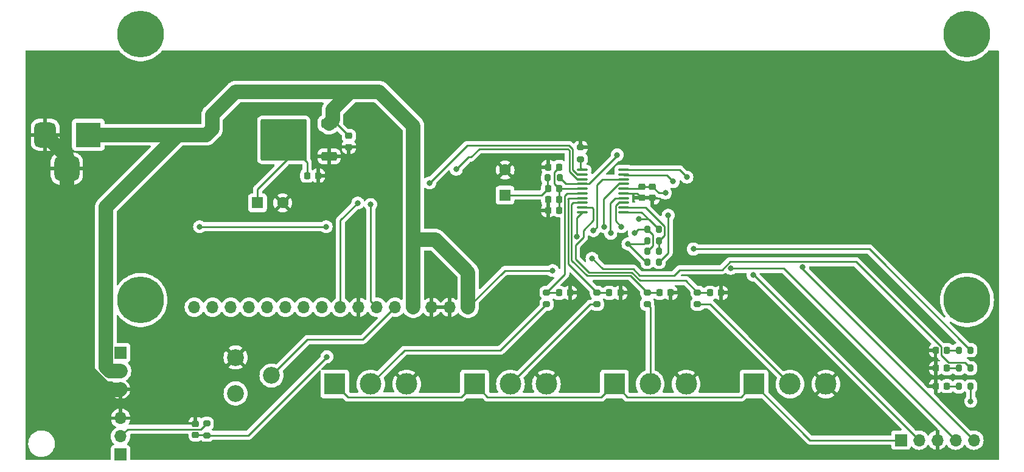
<source format=gbr>
%TF.GenerationSoftware,KiCad,Pcbnew,7.0.0-1.fc37*%
%TF.CreationDate,2023-06-05T08:34:40+02:00*%
%TF.ProjectId,smokePID,736d6f6b-6550-4494-942e-6b696361645f,rev?*%
%TF.SameCoordinates,Original*%
%TF.FileFunction,Copper,L1,Top*%
%TF.FilePolarity,Positive*%
%FSLAX46Y46*%
G04 Gerber Fmt 4.6, Leading zero omitted, Abs format (unit mm)*
G04 Created by KiCad (PCBNEW 7.0.0-1.fc37) date 2023-06-05 08:34:40*
%MOMM*%
%LPD*%
G01*
G04 APERTURE LIST*
G04 Aperture macros list*
%AMRoundRect*
0 Rectangle with rounded corners*
0 $1 Rounding radius*
0 $2 $3 $4 $5 $6 $7 $8 $9 X,Y pos of 4 corners*
0 Add a 4 corners polygon primitive as box body*
4,1,4,$2,$3,$4,$5,$6,$7,$8,$9,$2,$3,0*
0 Add four circle primitives for the rounded corners*
1,1,$1+$1,$2,$3*
1,1,$1+$1,$4,$5*
1,1,$1+$1,$6,$7*
1,1,$1+$1,$8,$9*
0 Add four rect primitives between the rounded corners*
20,1,$1+$1,$2,$3,$4,$5,0*
20,1,$1+$1,$4,$5,$6,$7,0*
20,1,$1+$1,$6,$7,$8,$9,0*
20,1,$1+$1,$8,$9,$2,$3,0*%
G04 Aperture macros list end*
%TA.AperFunction,ComponentPad*%
%ADD10R,1.600000X1.600000*%
%TD*%
%TA.AperFunction,ComponentPad*%
%ADD11C,1.600000*%
%TD*%
%TA.AperFunction,SMDPad,CuDef*%
%ADD12RoundRect,0.218750X-0.218750X-0.256250X0.218750X-0.256250X0.218750X0.256250X-0.218750X0.256250X0*%
%TD*%
%TA.AperFunction,SMDPad,CuDef*%
%ADD13RoundRect,0.225000X-0.225000X-0.250000X0.225000X-0.250000X0.225000X0.250000X-0.225000X0.250000X0*%
%TD*%
%TA.AperFunction,SMDPad,CuDef*%
%ADD14RoundRect,0.225000X0.250000X-0.225000X0.250000X0.225000X-0.250000X0.225000X-0.250000X-0.225000X0*%
%TD*%
%TA.AperFunction,ComponentPad*%
%ADD15R,3.500000X3.500000*%
%TD*%
%TA.AperFunction,ComponentPad*%
%ADD16RoundRect,0.750000X-0.750000X-1.000000X0.750000X-1.000000X0.750000X1.000000X-0.750000X1.000000X0*%
%TD*%
%TA.AperFunction,ComponentPad*%
%ADD17RoundRect,0.875000X-0.875000X-0.875000X0.875000X-0.875000X0.875000X0.875000X-0.875000X0.875000X0*%
%TD*%
%TA.AperFunction,SMDPad,CuDef*%
%ADD18RoundRect,0.200000X0.200000X0.275000X-0.200000X0.275000X-0.200000X-0.275000X0.200000X-0.275000X0*%
%TD*%
%TA.AperFunction,ComponentPad*%
%ADD19R,1.700000X1.700000*%
%TD*%
%TA.AperFunction,ComponentPad*%
%ADD20O,1.700000X1.700000*%
%TD*%
%TA.AperFunction,SMDPad,CuDef*%
%ADD21RoundRect,0.200000X0.275000X-0.200000X0.275000X0.200000X-0.275000X0.200000X-0.275000X-0.200000X0*%
%TD*%
%TA.AperFunction,SMDPad,CuDef*%
%ADD22RoundRect,0.225000X-0.250000X0.225000X-0.250000X-0.225000X0.250000X-0.225000X0.250000X0.225000X0*%
%TD*%
%TA.AperFunction,SMDPad,CuDef*%
%ADD23RoundRect,0.225000X0.225000X0.250000X-0.225000X0.250000X-0.225000X-0.250000X0.225000X-0.250000X0*%
%TD*%
%TA.AperFunction,SMDPad,CuDef*%
%ADD24RoundRect,0.250000X0.850000X0.350000X-0.850000X0.350000X-0.850000X-0.350000X0.850000X-0.350000X0*%
%TD*%
%TA.AperFunction,SMDPad,CuDef*%
%ADD25RoundRect,0.250000X1.275000X1.125000X-1.275000X1.125000X-1.275000X-1.125000X1.275000X-1.125000X0*%
%TD*%
%TA.AperFunction,SMDPad,CuDef*%
%ADD26RoundRect,0.249997X2.950003X2.650003X-2.950003X2.650003X-2.950003X-2.650003X2.950003X-2.650003X0*%
%TD*%
%TA.AperFunction,SMDPad,CuDef*%
%ADD27RoundRect,0.200000X-0.200000X-0.275000X0.200000X-0.275000X0.200000X0.275000X-0.200000X0.275000X0*%
%TD*%
%TA.AperFunction,ComponentPad*%
%ADD28R,3.000000X3.000000*%
%TD*%
%TA.AperFunction,ComponentPad*%
%ADD29C,3.000000*%
%TD*%
%TA.AperFunction,SMDPad,CuDef*%
%ADD30RoundRect,0.100000X-0.637500X-0.100000X0.637500X-0.100000X0.637500X0.100000X-0.637500X0.100000X0*%
%TD*%
%TA.AperFunction,ComponentPad*%
%ADD31C,6.500000*%
%TD*%
%TA.AperFunction,ComponentPad*%
%ADD32C,2.340000*%
%TD*%
%TA.AperFunction,ViaPad*%
%ADD33C,0.800000*%
%TD*%
%TA.AperFunction,Conductor*%
%ADD34C,2.000000*%
%TD*%
%TA.AperFunction,Conductor*%
%ADD35C,0.250000*%
%TD*%
G04 APERTURE END LIST*
D10*
%TO.P,C3,1*%
%TO.N,+3V3*%
X82047348Y-99469999D03*
D11*
%TO.P,C3,2*%
%TO.N,GND*%
X85547349Y-99470000D03*
%TD*%
D12*
%TO.P,D3,1,K*%
%TO.N,GND*%
X176425000Y-125000000D03*
%TO.P,D3,2,A*%
%TO.N,Net-(D3-A)*%
X178000000Y-125000000D03*
%TD*%
D13*
%TO.P,C13,1*%
%TO.N,/SET_T*%
X124000000Y-112000000D03*
%TO.P,C13,2*%
%TO.N,GND*%
X125550000Y-112000000D03*
%TD*%
D14*
%TO.P,C14,1*%
%TO.N,/TEMP*%
X73430000Y-131775000D03*
%TO.P,C14,2*%
%TO.N,GND*%
X73430000Y-130225000D03*
%TD*%
D15*
%TO.P,J2,1*%
%TO.N,+5V*%
X58499999Y-89999999D03*
D16*
%TO.P,J2,2*%
%TO.N,GND*%
X52500000Y-90000000D03*
D17*
%TO.P,J2,3*%
X55500000Y-94700000D03*
%TD*%
D18*
%TO.P,R11,1*%
%TO.N,/PA5*%
X137925000Y-103200000D03*
%TO.P,R11,2*%
%TO.N,/STATUS_LED*%
X136275000Y-103200000D03*
%TD*%
D10*
%TO.P,C9,1*%
%TO.N,+3V3*%
X116499999Y-98402650D03*
D11*
%TO.P,C9,2*%
%TO.N,GND*%
X116500000Y-94902651D03*
%TD*%
D18*
%TO.P,R10,1*%
%TO.N,+3V3*%
X181287500Y-125010000D03*
%TO.P,R10,2*%
%TO.N,Net-(D3-A)*%
X179637500Y-125010000D03*
%TD*%
D19*
%TO.P,M1,1,PWM*%
%TO.N,/SERVO*%
X62999999Y-120324999D03*
D20*
%TO.P,M1,2,+*%
%TO.N,+5V*%
X62999999Y-122864999D03*
%TO.P,M1,3,-*%
%TO.N,GND*%
X62999999Y-125404999D03*
%TD*%
D13*
%TO.P,C11,1*%
%TO.N,/SET_I*%
X138000000Y-112000000D03*
%TO.P,C11,2*%
%TO.N,GND*%
X139550000Y-112000000D03*
%TD*%
D21*
%TO.P,R2,1*%
%TO.N,Net-(U1-BOOT0)*%
X127000000Y-93400000D03*
%TO.P,R2,2*%
%TO.N,GND*%
X127000000Y-91750000D03*
%TD*%
D18*
%TO.P,R12,1*%
%TO.N,/PA6*%
X137950000Y-104730000D03*
%TO.P,R12,2*%
%TO.N,/SERVO*%
X136300000Y-104730000D03*
%TD*%
D12*
%TO.P,D1,1,K*%
%TO.N,GND*%
X176425000Y-120000000D03*
%TO.P,D1,2,A*%
%TO.N,Net-(D1-A)*%
X178000000Y-120000000D03*
%TD*%
D19*
%TO.P,J1,1,Pin_1*%
%TO.N,+3V3*%
X171579999Y-132499999D03*
D20*
%TO.P,J1,2,Pin_2*%
%TO.N,/SWDCLK*%
X174119999Y-132499999D03*
%TO.P,J1,3,Pin_3*%
%TO.N,GND*%
X176659999Y-132499999D03*
%TO.P,J1,4,Pin_4*%
%TO.N,/SWDIO*%
X179199999Y-132499999D03*
%TO.P,J1,5,Pin_5*%
%TO.N,/RSTn*%
X181739999Y-132499999D03*
%TD*%
D21*
%TO.P,R3,1*%
%TO.N,Net-(R3-Pad1)*%
X143275000Y-113575000D03*
%TO.P,R3,2*%
%TO.N,/SET_D*%
X143275000Y-111925000D03*
%TD*%
D19*
%TO.P,U5,1,+V_{S}*%
%TO.N,+5V*%
X62999999Y-134524999D03*
D20*
%TO.P,U5,2,V_{OUT}*%
%TO.N,Net-(U5-V_{OUT})*%
X62999999Y-131984999D03*
%TO.P,U5,3,GND*%
%TO.N,GND*%
X62999999Y-129444999D03*
%TD*%
D22*
%TO.P,C1,1*%
%TO.N,+5V*%
X94750000Y-90140000D03*
%TO.P,C1,2*%
%TO.N,GND*%
X94750000Y-91690000D03*
%TD*%
D23*
%TO.P,C4,1*%
%TO.N,Net-(U1-VDDA)*%
X124025000Y-100500000D03*
%TO.P,C4,2*%
%TO.N,GND*%
X122475000Y-100500000D03*
%TD*%
D18*
%TO.P,R14,1*%
%TO.N,/PA5*%
X137925000Y-107700000D03*
%TO.P,R14,2*%
%TO.N,/SERVO*%
X136275000Y-107700000D03*
%TD*%
D24*
%TO.P,U3,1,GND*%
%TO.N,GND*%
X92000000Y-93000000D03*
D25*
%TO.P,U3,2,VO*%
%TO.N,+3V3*%
X87375000Y-92245000D03*
X87375000Y-89195000D03*
D26*
X85700000Y-90720000D03*
D25*
X84025000Y-92245000D03*
X84025000Y-89195000D03*
D24*
%TO.P,U3,3,VI*%
%TO.N,+5V*%
X92000000Y-88440000D03*
%TD*%
D13*
%TO.P,C2,1*%
%TO.N,+3V3*%
X88950000Y-95690000D03*
%TO.P,C2,2*%
%TO.N,GND*%
X90500000Y-95690000D03*
%TD*%
%TO.P,C12,1*%
%TO.N,/SET_P*%
X131000000Y-112000000D03*
%TO.P,C12,2*%
%TO.N,GND*%
X132550000Y-112000000D03*
%TD*%
D21*
%TO.P,R4,1*%
%TO.N,Net-(R4-Pad1)*%
X136275000Y-113575000D03*
%TO.P,R4,2*%
%TO.N,/SET_I*%
X136275000Y-111925000D03*
%TD*%
%TO.P,R5,1*%
%TO.N,Net-(R5-Pad1)*%
X129275000Y-113575000D03*
%TO.P,R5,2*%
%TO.N,/SET_P*%
X129275000Y-111925000D03*
%TD*%
%TO.P,R7,1*%
%TO.N,/TEMP*%
X75000000Y-131825000D03*
%TO.P,R7,2*%
%TO.N,Net-(U5-V_{OUT})*%
X75000000Y-130175000D03*
%TD*%
D27*
%TO.P,R8,1*%
%TO.N,Net-(D1-A)*%
X179637500Y-119990000D03*
%TO.P,R8,2*%
%TO.N,/STATUS_LED*%
X181287500Y-119990000D03*
%TD*%
D22*
%TO.P,C7,1*%
%TO.N,+3V3*%
X137000000Y-97225000D03*
%TO.P,C7,2*%
%TO.N,GND*%
X137000000Y-98775000D03*
%TD*%
D28*
%TO.P,RV1,1,1*%
%TO.N,+3V3*%
X92799999Y-124699999D03*
D29*
%TO.P,RV1,2,2*%
%TO.N,Net-(R6-Pad1)*%
X97800000Y-124700000D03*
%TO.P,RV1,3,3*%
%TO.N,GND*%
X102800000Y-124700000D03*
%TD*%
D30*
%TO.P,U1,1,BOOT0*%
%TO.N,Net-(U1-BOOT0)*%
X127250000Y-94900000D03*
%TO.P,U1,2,PF0*%
%TO.N,/DISP_RS*%
X127250000Y-95550000D03*
%TO.P,U1,3,PF1*%
%TO.N,/DISP_E*%
X127250000Y-96200000D03*
%TO.P,U1,4,NRST*%
%TO.N,/RSTn*%
X127250000Y-96850000D03*
%TO.P,U1,5,VDDA*%
%TO.N,Net-(U1-VDDA)*%
X127250000Y-97500000D03*
%TO.P,U1,6,PA0*%
%TO.N,/SET_T*%
X127250000Y-98150000D03*
%TO.P,U1,7,PA1*%
%TO.N,/SET_P*%
X127250000Y-98800000D03*
%TO.P,U1,8,PA2*%
%TO.N,/SET_I*%
X127250000Y-99450000D03*
%TO.P,U1,9,PA3*%
%TO.N,/SET_D*%
X127250000Y-100100000D03*
%TO.P,U1,10,PA4*%
%TO.N,/TEMP*%
X127250000Y-100750000D03*
%TO.P,U1,11,PA5*%
%TO.N,/PA5*%
X132975000Y-100750000D03*
%TO.P,U1,12,PA6*%
%TO.N,/PA6*%
X132975000Y-100100000D03*
%TO.P,U1,13,PA7*%
%TO.N,/DISP_D7*%
X132975000Y-99450000D03*
%TO.P,U1,14,PB1*%
%TO.N,/DISP_D6*%
X132975000Y-98800000D03*
%TO.P,U1,15,VSS*%
%TO.N,GND*%
X132975000Y-98150000D03*
%TO.P,U1,16,VDD*%
%TO.N,+3V3*%
X132975000Y-97500000D03*
%TO.P,U1,17,PA9*%
%TO.N,/DISP_D5*%
X132975000Y-96850000D03*
%TO.P,U1,18,PA10*%
%TO.N,/DISP_D4*%
X132975000Y-96200000D03*
%TO.P,U1,19,PA13*%
%TO.N,/SWDIO*%
X132975000Y-95550000D03*
%TO.P,U1,20,PA14*%
%TO.N,/SWDCLK*%
X132975000Y-94900000D03*
%TD*%
D28*
%TO.P,RV4,1,1*%
%TO.N,+3V3*%
X151149999Y-124699999D03*
D29*
%TO.P,RV4,2,2*%
%TO.N,Net-(R3-Pad1)*%
X156150000Y-124700000D03*
%TO.P,RV4,3,3*%
%TO.N,GND*%
X161150000Y-124700000D03*
%TD*%
D12*
%TO.P,FB1,1*%
%TO.N,+3V3*%
X122462500Y-97500000D03*
%TO.P,FB1,2*%
%TO.N,Net-(U1-VDDA)*%
X124037500Y-97500000D03*
%TD*%
D31*
%TO.P,U2,*%
%TO.N,*%
X65775000Y-76000000D03*
X65775000Y-113000000D03*
X180775000Y-76000000D03*
X180775000Y-113000000D03*
D20*
%TO.P,U2,1,VSS*%
%TO.N,GND*%
X106274999Y-113999999D03*
%TO.P,U2,2,VDD*%
%TO.N,+5V*%
X103734999Y-113999999D03*
%TO.P,U2,3,VO*%
%TO.N,Net-(U2-VO)*%
X101194999Y-113999999D03*
%TO.P,U2,4,RS*%
%TO.N,/DISP_RS*%
X98654999Y-113999999D03*
%TO.P,U2,5,R/W*%
%TO.N,GND*%
X96114999Y-113999999D03*
%TO.P,U2,6,E*%
%TO.N,/DISP_E*%
X93574999Y-113999999D03*
%TO.P,U2,7,DB0*%
%TO.N,unconnected-(U2-DB0-Pad7)*%
X91034999Y-113999999D03*
%TO.P,U2,8,DB1*%
%TO.N,unconnected-(U2-DB1-Pad8)*%
X88494999Y-113999999D03*
%TO.P,U2,9,DB2*%
%TO.N,unconnected-(U2-DB2-Pad9)*%
X85954999Y-113999999D03*
%TO.P,U2,10,DB3*%
%TO.N,unconnected-(U2-DB3-Pad10)*%
X83414999Y-113999999D03*
%TO.P,U2,11,DB4*%
%TO.N,/DISP_D4*%
X80874999Y-113999999D03*
%TO.P,U2,12,DB5*%
%TO.N,/DISP_D5*%
X78334999Y-113999999D03*
%TO.P,U2,13,DB6*%
%TO.N,/DISP_D6*%
X75794999Y-113999999D03*
%TO.P,U2,14,DB7*%
%TO.N,/DISP_D7*%
X73254999Y-113999999D03*
%TO.P,U2,15,A*%
%TO.N,+5V*%
X111354999Y-113999999D03*
%TO.P,U2,16,K*%
%TO.N,GND*%
X108814999Y-113999999D03*
%TD*%
D27*
%TO.P,R1,1*%
%TO.N,+3V3*%
X122425000Y-96000000D03*
%TO.P,R1,2*%
%TO.N,/RSTn*%
X124075000Y-96000000D03*
%TD*%
D13*
%TO.P,C10,1*%
%TO.N,/SET_D*%
X145000000Y-112000000D03*
%TO.P,C10,2*%
%TO.N,GND*%
X146550000Y-112000000D03*
%TD*%
D23*
%TO.P,C5,1*%
%TO.N,Net-(U1-VDDA)*%
X124050000Y-94500000D03*
%TO.P,C5,2*%
%TO.N,GND*%
X122500000Y-94500000D03*
%TD*%
D18*
%TO.P,R9,1*%
%TO.N,+5V*%
X181287500Y-122500000D03*
%TO.P,R9,2*%
%TO.N,Net-(D2-A)*%
X179637500Y-122500000D03*
%TD*%
D23*
%TO.P,C6,1*%
%TO.N,Net-(U1-VDDA)*%
X124025000Y-99000000D03*
%TO.P,C6,2*%
%TO.N,GND*%
X122475000Y-99000000D03*
%TD*%
D28*
%TO.P,RV2,1,1*%
%TO.N,+3V3*%
X112249999Y-124699999D03*
D29*
%TO.P,RV2,2,2*%
%TO.N,Net-(R5-Pad1)*%
X117250000Y-124700000D03*
%TO.P,RV2,3,3*%
%TO.N,GND*%
X122250000Y-124700000D03*
%TD*%
D18*
%TO.P,R13,1*%
%TO.N,/PA6*%
X137925000Y-106200000D03*
%TO.P,R13,2*%
%TO.N,/STATUS_LED*%
X136275000Y-106200000D03*
%TD*%
D21*
%TO.P,R6,1*%
%TO.N,Net-(R6-Pad1)*%
X122275000Y-113575000D03*
%TO.P,R6,2*%
%TO.N,/SET_T*%
X122275000Y-111925000D03*
%TD*%
D32*
%TO.P,RV5,1,1*%
%TO.N,GND*%
X79000000Y-121000000D03*
%TO.P,RV5,2,2*%
%TO.N,Net-(U2-VO)*%
X84000000Y-123500000D03*
%TO.P,RV5,3,3*%
%TO.N,+5V*%
X79000000Y-126000000D03*
%TD*%
D22*
%TO.P,C8,1*%
%TO.N,+3V3*%
X135500000Y-97225000D03*
%TO.P,C8,2*%
%TO.N,GND*%
X135500000Y-98775000D03*
%TD*%
D12*
%TO.P,D2,1,K*%
%TO.N,GND*%
X176425000Y-122500000D03*
%TO.P,D2,2,A*%
%TO.N,Net-(D2-A)*%
X178000000Y-122500000D03*
%TD*%
D28*
%TO.P,RV3,1,1*%
%TO.N,+3V3*%
X131699999Y-124699999D03*
D29*
%TO.P,RV3,2,2*%
%TO.N,Net-(R4-Pad1)*%
X136700000Y-124700000D03*
%TO.P,RV3,3,3*%
%TO.N,GND*%
X141700000Y-124700000D03*
%TD*%
D33*
%TO.N,+5V*%
X123100000Y-108900000D03*
X128600000Y-107200000D03*
%TO.N,+3V3*%
X181300000Y-127100000D03*
X138800000Y-98100000D03*
%TO.N,/TEMP*%
X91700000Y-120900000D03*
X126474500Y-104200902D03*
%TO.N,/SWDCLK*%
X141800000Y-95900000D03*
X151000000Y-109500000D03*
%TO.N,/SWDIO*%
X139900000Y-96500000D03*
X147900000Y-108600000D03*
%TO.N,/RSTn*%
X157900000Y-108400000D03*
X132100000Y-92800000D03*
%TO.N,/SERVO*%
X91600000Y-102800000D03*
X74000000Y-102800000D03*
X133600000Y-105200000D03*
%TO.N,/STATUS_LED*%
X142700000Y-105900000D03*
X134500000Y-103700000D03*
%TO.N,/DISP_RS*%
X97800000Y-99700000D03*
X106000000Y-96700000D03*
%TO.N,/DISP_E*%
X96000000Y-99500000D03*
X109700000Y-94800000D03*
%TO.N,/DISP_D7*%
X132700000Y-102800000D03*
%TO.N,/DISP_D6*%
X131200000Y-103700000D03*
%TO.N,/DISP_D5*%
X130300000Y-102800000D03*
%TO.N,/DISP_D4*%
X128800000Y-103324500D03*
%TO.N,/PA5*%
X139200000Y-101200000D03*
X135100000Y-101700000D03*
%TD*%
D34*
%TO.N,+5V*%
X71000000Y-90000000D02*
X74900000Y-90000000D01*
X74900000Y-90000000D02*
X75725000Y-89175000D01*
X75725000Y-89175000D02*
X75725000Y-87275000D01*
X75725000Y-87275000D02*
X79000000Y-84000000D01*
X79000000Y-84000000D02*
X95000000Y-84000000D01*
D35*
X134322792Y-108700000D02*
X130100000Y-108700000D01*
D34*
X61440000Y-122865000D02*
X60950000Y-122375000D01*
X95000000Y-84000000D02*
X99000000Y-84000000D01*
D35*
X165343979Y-107675000D02*
X147799695Y-107675000D01*
X177187500Y-120687500D02*
X177187500Y-119518521D01*
X180487500Y-121700000D02*
X178200000Y-121700000D01*
X146674695Y-108800000D02*
X140786396Y-108800000D01*
D34*
X60950000Y-100050000D02*
X71000000Y-90000000D01*
X111355000Y-109155000D02*
X106800000Y-104600000D01*
X71000000Y-90000000D02*
X58500000Y-90000000D01*
X63000000Y-122865000D02*
X61440000Y-122865000D01*
D35*
X181287500Y-122500000D02*
X180487500Y-121700000D01*
X139986396Y-109600000D02*
X135222792Y-109600000D01*
D34*
X103735000Y-88735000D02*
X103735000Y-95000000D01*
X92500000Y-87940000D02*
X92500000Y-86500000D01*
D35*
X177187500Y-119518521D02*
X165343979Y-107675000D01*
D34*
X60950000Y-122375000D02*
X60950000Y-100050000D01*
D35*
X93050000Y-88440000D02*
X94750000Y-90140000D01*
X130100000Y-108700000D02*
X128600000Y-107200000D01*
D34*
X92000000Y-88440000D02*
X92500000Y-87940000D01*
D35*
X116455000Y-108900000D02*
X111355000Y-114000000D01*
D34*
X111355000Y-114000000D02*
X111355000Y-109155000D01*
X92500000Y-86500000D02*
X95000000Y-84000000D01*
D35*
X147799695Y-107675000D02*
X146674695Y-108800000D01*
D34*
X103735000Y-95000000D02*
X103735000Y-104600000D01*
X106800000Y-104600000D02*
X103735000Y-104600000D01*
D35*
X140786396Y-108800000D02*
X139986396Y-109600000D01*
D34*
X99000000Y-84000000D02*
X103735000Y-88735000D01*
D35*
X178200000Y-121700000D02*
X177187500Y-120687500D01*
X135222792Y-109600000D02*
X134322792Y-108700000D01*
D34*
X103735000Y-104600000D02*
X103735000Y-114000000D01*
D35*
X92000000Y-88440000D02*
X93050000Y-88440000D01*
X123100000Y-108900000D02*
X116455000Y-108900000D01*
%TO.N,GND*%
X134875000Y-98150000D02*
X135500000Y-98775000D01*
X137000000Y-98775000D02*
X135500000Y-98775000D01*
D34*
X55500000Y-93000000D02*
X52500000Y-90000000D01*
X55500000Y-94700000D02*
X55500000Y-93000000D01*
D35*
X132975000Y-98150000D02*
X134875000Y-98150000D01*
D34*
X62890000Y-125515000D02*
X60978730Y-125515000D01*
X60978730Y-125515000D02*
X55500000Y-120036270D01*
D35*
X176425000Y-120000000D02*
X176425000Y-125000000D01*
D34*
X63000000Y-125405000D02*
X62890000Y-125515000D01*
X55500000Y-120036270D02*
X55500000Y-94700000D01*
D35*
%TO.N,+3V3*%
X87375000Y-92245000D02*
X88950000Y-93820000D01*
X181300000Y-127100000D02*
X181300000Y-125022500D01*
X132975000Y-97500000D02*
X135225000Y-97500000D01*
X138800000Y-98100000D02*
X137875000Y-98100000D01*
X116500000Y-98402651D02*
X121559849Y-98402651D01*
X114075000Y-126525000D02*
X129875000Y-126525000D01*
X131700000Y-124700000D02*
X133525000Y-126525000D01*
X112250000Y-124700000D02*
X114075000Y-126525000D01*
X149325000Y-126525000D02*
X151150000Y-124700000D01*
X92800000Y-124700000D02*
X94625000Y-126525000D01*
X181300000Y-125022500D02*
X181287500Y-125010000D01*
X158950000Y-132500000D02*
X151150000Y-124700000D01*
X98555940Y-126525000D02*
X98580940Y-126500000D01*
X135500000Y-97225000D02*
X137000000Y-97225000D01*
X122425000Y-97462500D02*
X122462500Y-97500000D01*
X133525000Y-126525000D02*
X149325000Y-126525000D01*
X94625000Y-126525000D02*
X98555940Y-126525000D01*
X102019060Y-126500000D02*
X102044060Y-126525000D01*
X110425000Y-126525000D02*
X112250000Y-124700000D01*
X82047349Y-97572651D02*
X82047349Y-99470000D01*
X171580000Y-132500000D02*
X158950000Y-132500000D01*
X87375000Y-92245000D02*
X82047349Y-97572651D01*
X102044060Y-126525000D02*
X110425000Y-126525000D01*
X88950000Y-93820000D02*
X88950000Y-95690000D01*
X121559849Y-98402651D02*
X122462500Y-97500000D01*
X98580940Y-126500000D02*
X102019060Y-126500000D01*
X122425000Y-96000000D02*
X122425000Y-97462500D01*
X129875000Y-126525000D02*
X131700000Y-124700000D01*
X135225000Y-97500000D02*
X135500000Y-97225000D01*
X137875000Y-98100000D02*
X137000000Y-97225000D01*
%TO.N,Net-(U1-VDDA)*%
X127250000Y-97500000D02*
X124037500Y-97500000D01*
X124050000Y-94500000D02*
X123350000Y-95200000D01*
X124037500Y-97500000D02*
X124037500Y-100487500D01*
X123350000Y-96812500D02*
X124037500Y-97500000D01*
X124037500Y-100487500D02*
X124025000Y-100500000D01*
X123350000Y-95200000D02*
X123350000Y-96812500D01*
%TO.N,/SET_D*%
X128800000Y-100300000D02*
X128800000Y-101900000D01*
X128600000Y-100100000D02*
X128800000Y-100300000D01*
X126300000Y-105400000D02*
X126300000Y-107300000D01*
X127400000Y-104300000D02*
X126300000Y-105400000D01*
X128150000Y-109150000D02*
X134136396Y-109150000D01*
X135286396Y-110300000D02*
X141650000Y-110300000D01*
X126300000Y-107300000D02*
X128150000Y-109150000D01*
X127250000Y-100100000D02*
X128600000Y-100100000D01*
X127400000Y-103300000D02*
X127400000Y-104300000D01*
X128800000Y-101900000D02*
X127400000Y-103300000D01*
X144925000Y-111925000D02*
X145000000Y-112000000D01*
X141650000Y-110300000D02*
X143275000Y-111925000D01*
X143275000Y-111925000D02*
X144925000Y-111925000D01*
X134136396Y-109150000D02*
X135286396Y-110300000D01*
%TO.N,/SET_I*%
X127900000Y-109600000D02*
X133950000Y-109600000D01*
X125750000Y-99650000D02*
X125750000Y-107450000D01*
X127250000Y-99450000D02*
X125950000Y-99450000D01*
X125750000Y-107450000D02*
X127900000Y-109600000D01*
X136275000Y-111925000D02*
X137925000Y-111925000D01*
X125950000Y-99450000D02*
X125750000Y-99650000D01*
X137925000Y-111925000D02*
X138000000Y-112000000D01*
X133950000Y-109600000D02*
X136275000Y-111925000D01*
%TO.N,/SET_P*%
X125300000Y-99000000D02*
X125300000Y-107950000D01*
X125300000Y-107950000D02*
X129275000Y-111925000D01*
X127250000Y-98800000D02*
X125400000Y-98800000D01*
X129275000Y-111925000D02*
X130925000Y-111925000D01*
X125250000Y-98950000D02*
X125300000Y-99000000D01*
X130925000Y-111925000D02*
X131000000Y-112000000D01*
X125400000Y-98800000D02*
X125250000Y-98950000D01*
%TO.N,/SET_T*%
X124800000Y-98500000D02*
X124800000Y-109400000D01*
X125150000Y-98150000D02*
X124800000Y-98500000D01*
X127250000Y-98150000D02*
X125150000Y-98150000D01*
X124800000Y-109400000D02*
X122275000Y-111925000D01*
X123925000Y-111925000D02*
X124000000Y-112000000D01*
X122275000Y-111925000D02*
X123925000Y-111925000D01*
%TO.N,/TEMP*%
X126474500Y-101525500D02*
X127250000Y-100750000D01*
X73430000Y-131775000D02*
X74950000Y-131775000D01*
X91700000Y-120900000D02*
X80775000Y-131825000D01*
X80775000Y-131825000D02*
X75000000Y-131825000D01*
X74950000Y-131775000D02*
X75000000Y-131825000D01*
X126474500Y-104200902D02*
X126474500Y-101525500D01*
%TO.N,Net-(D1-A)*%
X179627500Y-120000000D02*
X179637500Y-119990000D01*
X178000000Y-120000000D02*
X179627500Y-120000000D01*
%TO.N,Net-(D2-A)*%
X178000000Y-122500000D02*
X179637500Y-122500000D01*
%TO.N,Net-(D3-A)*%
X179627500Y-125000000D02*
X179637500Y-125010000D01*
X178000000Y-125000000D02*
X179627500Y-125000000D01*
%TO.N,/SWDCLK*%
X174120000Y-132500000D02*
X151120000Y-109500000D01*
X141800000Y-95900000D02*
X140800000Y-94900000D01*
X140800000Y-94900000D02*
X132975000Y-94900000D01*
X151120000Y-109500000D02*
X151000000Y-109500000D01*
%TO.N,/SWDIO*%
X133049500Y-95624500D02*
X132975000Y-95550000D01*
X139024500Y-95624500D02*
X133049500Y-95624500D01*
X155300000Y-108600000D02*
X147900000Y-108600000D01*
X139900000Y-96500000D02*
X139024500Y-95624500D01*
X179200000Y-132500000D02*
X155300000Y-108600000D01*
%TO.N,/RSTn*%
X124925000Y-96850000D02*
X127250000Y-96850000D01*
X128188541Y-96850000D02*
X127250000Y-96850000D01*
X181740000Y-132500000D02*
X176540000Y-127300000D01*
X132100000Y-92938541D02*
X128188541Y-96850000D01*
X176540000Y-127300000D02*
X157900000Y-108660000D01*
X124075000Y-96000000D02*
X124925000Y-96850000D01*
X157900000Y-108660000D02*
X157900000Y-108400000D01*
X132100000Y-92800000D02*
X132100000Y-92938541D01*
%TO.N,/SERVO*%
X135830000Y-105200000D02*
X136300000Y-104730000D01*
X136100000Y-107700000D02*
X133600000Y-105200000D01*
X133600000Y-105200000D02*
X135830000Y-105200000D01*
X136275000Y-107700000D02*
X136100000Y-107700000D01*
X91600000Y-102800000D02*
X74000000Y-102800000D01*
%TO.N,Net-(U1-BOOT0)*%
X127000000Y-93400000D02*
X127000000Y-94650000D01*
X127000000Y-94650000D02*
X127250000Y-94900000D01*
%TO.N,Net-(R3-Pad1)*%
X145025000Y-113575000D02*
X143275000Y-113575000D01*
X156150000Y-124700000D02*
X145025000Y-113575000D01*
%TO.N,Net-(R4-Pad1)*%
X136700000Y-124700000D02*
X136700000Y-114000000D01*
X136700000Y-114000000D02*
X136275000Y-113575000D01*
%TO.N,Net-(R5-Pad1)*%
X117250000Y-124700000D02*
X128375000Y-113575000D01*
X128375000Y-113575000D02*
X129275000Y-113575000D01*
%TO.N,Net-(R6-Pad1)*%
X115850000Y-120000000D02*
X122275000Y-113575000D01*
X102500000Y-120000000D02*
X115850000Y-120000000D01*
X97800000Y-124700000D02*
X102500000Y-120000000D01*
%TO.N,/STATUS_LED*%
X181287500Y-119990000D02*
X167948750Y-106651250D01*
X137025000Y-105450000D02*
X136275000Y-106200000D01*
X142700000Y-105900000D02*
X167197500Y-105900000D01*
X167197500Y-105900000D02*
X167948750Y-106651250D01*
X136275000Y-103200000D02*
X135000000Y-103200000D01*
X135000000Y-103200000D02*
X134500000Y-103700000D01*
X136275000Y-103200000D02*
X137025000Y-103950000D01*
X137025000Y-103950000D02*
X137025000Y-105450000D01*
%TO.N,Net-(U2-VO)*%
X89000000Y-118500000D02*
X96695000Y-118500000D01*
X84000000Y-123500000D02*
X89000000Y-118500000D01*
X96695000Y-118500000D02*
X101195000Y-114000000D01*
%TO.N,/DISP_RS*%
X97800000Y-113145000D02*
X98655000Y-114000000D01*
X126561459Y-95550000D02*
X125900000Y-94888541D01*
X125900000Y-92000000D02*
X125400000Y-91500000D01*
X125400000Y-91500000D02*
X111200000Y-91500000D01*
X97800000Y-99700000D02*
X97800000Y-113145000D01*
X111200000Y-91500000D02*
X106000000Y-96700000D01*
X127250000Y-95550000D02*
X126561459Y-95550000D01*
X125900000Y-94888541D02*
X125900000Y-92000000D01*
%TO.N,/DISP_E*%
X96000000Y-99500000D02*
X93575000Y-101925000D01*
X111386396Y-93113604D02*
X109700000Y-94800000D01*
X125450000Y-92186396D02*
X125213604Y-91950000D01*
X93575000Y-101925000D02*
X93575000Y-114000000D01*
X125213604Y-91950000D02*
X112900000Y-91950000D01*
X127250000Y-96200000D02*
X126561459Y-96200000D01*
X111736396Y-93113604D02*
X112900000Y-91950000D01*
X126561459Y-96200000D02*
X125450000Y-95088541D01*
X125450000Y-95088541D02*
X125450000Y-92186396D01*
X111386396Y-93113604D02*
X111736396Y-93113604D01*
%TO.N,/DISP_D7*%
X132286459Y-99450000D02*
X131900000Y-99836459D01*
X131900000Y-99836459D02*
X131900000Y-102000000D01*
X131900000Y-102000000D02*
X132700000Y-102800000D01*
X132975000Y-99450000D02*
X132286459Y-99450000D01*
%TO.N,/DISP_D6*%
X131100000Y-99500000D02*
X131800000Y-98800000D01*
X131100000Y-103600000D02*
X131100000Y-99500000D01*
X131200000Y-103700000D02*
X131100000Y-103600000D01*
X131800000Y-98800000D02*
X132975000Y-98800000D01*
%TO.N,/DISP_D5*%
X130200000Y-98936459D02*
X130200000Y-102700000D01*
X132975000Y-96850000D02*
X132286459Y-96850000D01*
X132286459Y-96850000D02*
X130200000Y-98936459D01*
X130200000Y-102700000D02*
X130300000Y-102800000D01*
%TO.N,/DISP_D4*%
X130000000Y-96200000D02*
X129250000Y-96950000D01*
X129250000Y-96950000D02*
X129250000Y-102874500D01*
X129250000Y-102874500D02*
X128800000Y-103324500D01*
X132975000Y-96200000D02*
X130000000Y-96200000D01*
%TO.N,Net-(U5-V_{OUT})*%
X74175000Y-131000000D02*
X75000000Y-130175000D01*
X63985000Y-131000000D02*
X74175000Y-131000000D01*
X63000000Y-131985000D02*
X63985000Y-131000000D01*
%TO.N,/PA5*%
X136425000Y-101700000D02*
X136612500Y-101887500D01*
X132975000Y-100750000D02*
X135475000Y-100750000D01*
X135475000Y-100750000D02*
X136612500Y-101887500D01*
X136612500Y-101887500D02*
X137925000Y-103200000D01*
X139200000Y-101200000D02*
X139200000Y-106425000D01*
X135100000Y-101700000D02*
X136425000Y-101700000D01*
X139200000Y-106425000D02*
X137925000Y-107700000D01*
%TO.N,/PA6*%
X132975000Y-100100000D02*
X136042462Y-100100000D01*
X136042462Y-100100000D02*
X138650000Y-102707538D01*
X138650000Y-102707538D02*
X138650000Y-104030000D01*
X137925000Y-106200000D02*
X137925000Y-104755000D01*
X137925000Y-104755000D02*
X137950000Y-104730000D01*
X138650000Y-104030000D02*
X137950000Y-104730000D01*
%TD*%
%TA.AperFunction,Conductor*%
%TO.N,GND*%
G36*
X62767602Y-78262672D02*
G01*
X62811049Y-78298099D01*
X62869801Y-78374000D01*
X62925620Y-78446112D01*
X63187709Y-78721829D01*
X63476346Y-78969616D01*
X63788571Y-79186931D01*
X64121179Y-79371543D01*
X64124057Y-79372778D01*
X64124061Y-79372780D01*
X64467866Y-79520318D01*
X64470758Y-79521559D01*
X64833720Y-79635439D01*
X65206340Y-79712015D01*
X65584796Y-79750500D01*
X65962062Y-79750500D01*
X65965204Y-79750500D01*
X66343660Y-79712015D01*
X66716280Y-79635439D01*
X67079242Y-79521559D01*
X67428821Y-79371543D01*
X67761429Y-79186931D01*
X68073654Y-78969616D01*
X68362291Y-78721829D01*
X68624380Y-78446112D01*
X68692689Y-78357862D01*
X68738951Y-78298099D01*
X68782398Y-78262672D01*
X68837007Y-78250000D01*
X177712993Y-78250000D01*
X177767602Y-78262672D01*
X177811049Y-78298099D01*
X177869801Y-78374000D01*
X177925620Y-78446112D01*
X178187709Y-78721829D01*
X178476346Y-78969616D01*
X178788571Y-79186931D01*
X179121179Y-79371543D01*
X179124057Y-79372778D01*
X179124061Y-79372780D01*
X179467866Y-79520318D01*
X179470758Y-79521559D01*
X179833720Y-79635439D01*
X180206340Y-79712015D01*
X180584796Y-79750500D01*
X180962062Y-79750500D01*
X180965204Y-79750500D01*
X181343660Y-79712015D01*
X181716280Y-79635439D01*
X182079242Y-79521559D01*
X182428821Y-79371543D01*
X182761429Y-79186931D01*
X183073654Y-78969616D01*
X183362291Y-78721829D01*
X183624380Y-78446112D01*
X183692689Y-78357862D01*
X183738951Y-78298099D01*
X183782398Y-78262672D01*
X183837007Y-78250000D01*
X185126000Y-78250000D01*
X185188000Y-78266613D01*
X185233387Y-78312000D01*
X185250000Y-78374000D01*
X185250000Y-135126000D01*
X185233387Y-135188000D01*
X185188000Y-135233387D01*
X185126000Y-135250000D01*
X64474500Y-135250000D01*
X64412500Y-135233387D01*
X64367113Y-135188000D01*
X64350500Y-135126000D01*
X64350499Y-133630439D01*
X64350499Y-133627128D01*
X64344091Y-133567517D01*
X64293796Y-133432669D01*
X64207546Y-133317454D01*
X64092331Y-133231204D01*
X64022359Y-133205106D01*
X63960916Y-133182189D01*
X63910537Y-133147210D01*
X63883084Y-133092365D01*
X63885273Y-133031072D01*
X63916566Y-132978329D01*
X64038495Y-132856401D01*
X64174035Y-132662830D01*
X64273903Y-132448663D01*
X64335063Y-132220408D01*
X64355659Y-131985000D01*
X64349701Y-131916901D01*
X64336001Y-131760307D01*
X64348719Y-131693849D01*
X64394432Y-131643962D01*
X64459529Y-131625500D01*
X72330500Y-131625500D01*
X72392500Y-131642113D01*
X72437887Y-131687500D01*
X72454500Y-131749500D01*
X72454500Y-132045194D01*
X72454500Y-132045213D01*
X72454501Y-132048344D01*
X72454820Y-132051476D01*
X72454821Y-132051477D01*
X72463962Y-132140972D01*
X72463963Y-132140980D01*
X72464651Y-132147708D01*
X72466779Y-132154131D01*
X72466780Y-132154134D01*
X72515725Y-132301841D01*
X72517997Y-132308697D01*
X72521788Y-132314843D01*
X72521789Y-132314845D01*
X72602398Y-132445532D01*
X72607032Y-132453044D01*
X72726956Y-132572968D01*
X72871303Y-132662003D01*
X73032292Y-132715349D01*
X73131655Y-132725500D01*
X73728344Y-132725499D01*
X73827708Y-132715349D01*
X73988697Y-132662003D01*
X74133044Y-132572968D01*
X74133152Y-132572859D01*
X74179098Y-132550846D01*
X74233770Y-132550724D01*
X74283181Y-132574125D01*
X74284506Y-132575163D01*
X74289815Y-132580472D01*
X74296232Y-132584351D01*
X74296236Y-132584354D01*
X74360537Y-132623225D01*
X74435394Y-132668478D01*
X74554859Y-132705704D01*
X74591542Y-132717135D01*
X74591544Y-132717135D01*
X74597804Y-132719086D01*
X74668384Y-132725500D01*
X75328797Y-132725500D01*
X75331616Y-132725500D01*
X75402196Y-132719086D01*
X75564606Y-132668478D01*
X75710185Y-132580472D01*
X75803837Y-132486819D01*
X75844066Y-132459939D01*
X75891519Y-132450500D01*
X80697225Y-132450500D01*
X80708280Y-132451021D01*
X80715667Y-132452673D01*
X80782872Y-132450561D01*
X80786768Y-132450500D01*
X80810448Y-132450500D01*
X80814350Y-132450500D01*
X80818313Y-132449999D01*
X80829963Y-132449080D01*
X80873627Y-132447709D01*
X80892861Y-132442119D01*
X80911917Y-132438174D01*
X80931792Y-132435664D01*
X80972395Y-132419587D01*
X80983450Y-132415802D01*
X81025390Y-132403618D01*
X81042629Y-132393422D01*
X81060103Y-132384862D01*
X81071474Y-132380360D01*
X81071476Y-132380358D01*
X81078732Y-132377486D01*
X81114069Y-132351811D01*
X81123824Y-132345403D01*
X81161420Y-132323170D01*
X81175584Y-132309005D01*
X81190379Y-132296368D01*
X81206587Y-132284594D01*
X81234428Y-132250938D01*
X81242279Y-132242309D01*
X90649014Y-122835575D01*
X90706886Y-122802894D01*
X90773324Y-122804792D01*
X90829238Y-122840725D01*
X90858563Y-122900370D01*
X90852876Y-122966591D01*
X90808620Y-123085247D01*
X90808619Y-123085250D01*
X90805909Y-123092517D01*
X90805079Y-123100227D01*
X90805079Y-123100232D01*
X90799855Y-123148819D01*
X90799854Y-123148831D01*
X90799500Y-123152127D01*
X90799500Y-123155448D01*
X90799500Y-123155449D01*
X90799500Y-126244560D01*
X90799500Y-126244578D01*
X90799501Y-126247872D01*
X90799853Y-126251150D01*
X90799854Y-126251161D01*
X90805079Y-126299768D01*
X90805080Y-126299773D01*
X90805909Y-126307483D01*
X90808619Y-126314749D01*
X90808620Y-126314753D01*
X90834503Y-126384147D01*
X90856204Y-126442331D01*
X90861518Y-126449430D01*
X90861519Y-126449431D01*
X90894710Y-126493769D01*
X90942454Y-126557546D01*
X91057669Y-126643796D01*
X91192517Y-126694091D01*
X91252127Y-126700500D01*
X93864547Y-126700499D01*
X93912000Y-126709938D01*
X93952228Y-126736818D01*
X94127707Y-126912297D01*
X94135156Y-126920483D01*
X94139214Y-126926877D01*
X94144899Y-126932215D01*
X94144901Y-126932218D01*
X94188239Y-126972915D01*
X94191036Y-126975626D01*
X94210530Y-126995120D01*
X94213615Y-126997513D01*
X94213701Y-126997580D01*
X94222573Y-127005158D01*
X94235880Y-127017654D01*
X94254418Y-127035062D01*
X94261248Y-127038817D01*
X94261251Y-127038819D01*
X94271971Y-127044712D01*
X94288222Y-127055386D01*
X94304064Y-127067674D01*
X94311221Y-127070771D01*
X94311223Y-127070772D01*
X94344155Y-127085022D01*
X94354650Y-127090164D01*
X94392908Y-127111197D01*
X94412312Y-127116179D01*
X94430714Y-127122480D01*
X94441941Y-127127338D01*
X94449105Y-127130438D01*
X94482875Y-127135786D01*
X94492239Y-127137269D01*
X94503682Y-127139639D01*
X94538425Y-127148560D01*
X94538426Y-127148560D01*
X94545981Y-127150500D01*
X94566017Y-127150500D01*
X94585402Y-127152025D01*
X94605196Y-127155160D01*
X94643276Y-127151560D01*
X94648676Y-127151050D01*
X94660345Y-127150500D01*
X98478165Y-127150500D01*
X98489220Y-127151021D01*
X98496607Y-127152673D01*
X98563812Y-127150561D01*
X98567708Y-127150500D01*
X98591388Y-127150500D01*
X98595290Y-127150500D01*
X98599253Y-127149999D01*
X98610903Y-127149080D01*
X98654567Y-127147709D01*
X98673801Y-127142119D01*
X98692857Y-127138174D01*
X98700023Y-127137269D01*
X98712732Y-127135664D01*
X98719983Y-127132792D01*
X98727543Y-127130852D01*
X98727844Y-127132027D01*
X98762057Y-127125500D01*
X101837028Y-127125500D01*
X101866421Y-127129683D01*
X101868164Y-127130437D01*
X101911318Y-127137271D01*
X101922704Y-127139629D01*
X101965041Y-127150500D01*
X101985077Y-127150500D01*
X102004475Y-127152027D01*
X102016546Y-127153939D01*
X102016547Y-127153939D01*
X102024256Y-127155160D01*
X102062336Y-127151560D01*
X102067736Y-127151050D01*
X102079405Y-127150500D01*
X110347225Y-127150500D01*
X110358280Y-127151021D01*
X110365667Y-127152673D01*
X110432872Y-127150561D01*
X110436768Y-127150500D01*
X110460448Y-127150500D01*
X110464350Y-127150500D01*
X110468313Y-127149999D01*
X110479963Y-127149080D01*
X110523627Y-127147709D01*
X110542861Y-127142119D01*
X110561917Y-127138174D01*
X110581792Y-127135664D01*
X110622395Y-127119587D01*
X110633450Y-127115802D01*
X110663991Y-127106929D01*
X110667900Y-127105794D01*
X110667900Y-127105793D01*
X110675390Y-127103618D01*
X110692629Y-127093422D01*
X110710103Y-127084862D01*
X110721474Y-127080360D01*
X110721476Y-127080358D01*
X110728732Y-127077486D01*
X110764069Y-127051811D01*
X110773824Y-127045403D01*
X110811420Y-127023170D01*
X110825584Y-127009005D01*
X110840379Y-126996368D01*
X110856587Y-126984594D01*
X110884428Y-126950938D01*
X110892279Y-126942309D01*
X111097770Y-126736818D01*
X111137999Y-126709938D01*
X111185452Y-126700499D01*
X113314547Y-126700499D01*
X113362000Y-126709938D01*
X113402228Y-126736818D01*
X113577707Y-126912297D01*
X113585156Y-126920483D01*
X113589214Y-126926877D01*
X113594899Y-126932215D01*
X113594901Y-126932218D01*
X113638239Y-126972915D01*
X113641036Y-126975626D01*
X113660530Y-126995120D01*
X113663615Y-126997513D01*
X113663701Y-126997580D01*
X113672573Y-127005158D01*
X113685880Y-127017654D01*
X113704418Y-127035062D01*
X113711248Y-127038817D01*
X113711251Y-127038819D01*
X113721971Y-127044712D01*
X113738222Y-127055386D01*
X113754064Y-127067674D01*
X113761221Y-127070771D01*
X113761223Y-127070772D01*
X113794155Y-127085022D01*
X113804650Y-127090164D01*
X113842908Y-127111197D01*
X113862312Y-127116179D01*
X113880714Y-127122480D01*
X113891941Y-127127338D01*
X113899105Y-127130438D01*
X113932875Y-127135786D01*
X113942239Y-127137269D01*
X113953682Y-127139639D01*
X113988425Y-127148560D01*
X113988426Y-127148560D01*
X113995981Y-127150500D01*
X114016017Y-127150500D01*
X114035402Y-127152025D01*
X114055196Y-127155160D01*
X114093276Y-127151560D01*
X114098676Y-127151050D01*
X114110345Y-127150500D01*
X129797225Y-127150500D01*
X129808280Y-127151021D01*
X129815667Y-127152673D01*
X129882872Y-127150561D01*
X129886768Y-127150500D01*
X129910448Y-127150500D01*
X129914350Y-127150500D01*
X129918313Y-127149999D01*
X129929963Y-127149080D01*
X129973627Y-127147709D01*
X129992861Y-127142119D01*
X130011917Y-127138174D01*
X130031792Y-127135664D01*
X130072395Y-127119587D01*
X130083450Y-127115802D01*
X130113991Y-127106929D01*
X130117900Y-127105794D01*
X130117900Y-127105793D01*
X130125390Y-127103618D01*
X130142629Y-127093422D01*
X130160103Y-127084862D01*
X130171474Y-127080360D01*
X130171476Y-127080358D01*
X130178732Y-127077486D01*
X130214069Y-127051811D01*
X130223824Y-127045403D01*
X130261420Y-127023170D01*
X130275584Y-127009005D01*
X130290379Y-126996368D01*
X130306587Y-126984594D01*
X130334428Y-126950938D01*
X130342279Y-126942309D01*
X130547770Y-126736818D01*
X130587999Y-126709938D01*
X130635452Y-126700499D01*
X132764547Y-126700499D01*
X132812000Y-126709938D01*
X132852228Y-126736818D01*
X133027707Y-126912297D01*
X133035156Y-126920483D01*
X133039214Y-126926877D01*
X133044899Y-126932215D01*
X133044901Y-126932218D01*
X133088239Y-126972915D01*
X133091036Y-126975626D01*
X133110530Y-126995120D01*
X133113615Y-126997513D01*
X133113701Y-126997580D01*
X133122573Y-127005158D01*
X133135880Y-127017654D01*
X133154418Y-127035062D01*
X133161248Y-127038817D01*
X133161251Y-127038819D01*
X133171971Y-127044712D01*
X133188222Y-127055386D01*
X133204064Y-127067674D01*
X133211221Y-127070771D01*
X133211223Y-127070772D01*
X133244155Y-127085022D01*
X133254650Y-127090164D01*
X133292908Y-127111197D01*
X133312312Y-127116179D01*
X133330714Y-127122480D01*
X133341941Y-127127338D01*
X133349105Y-127130438D01*
X133382875Y-127135786D01*
X133392239Y-127137269D01*
X133403682Y-127139639D01*
X133438425Y-127148560D01*
X133438426Y-127148560D01*
X133445981Y-127150500D01*
X133466017Y-127150500D01*
X133485402Y-127152025D01*
X133505196Y-127155160D01*
X133543276Y-127151560D01*
X133548676Y-127151050D01*
X133560345Y-127150500D01*
X149247225Y-127150500D01*
X149258280Y-127151021D01*
X149265667Y-127152673D01*
X149332872Y-127150561D01*
X149336768Y-127150500D01*
X149360448Y-127150500D01*
X149364350Y-127150500D01*
X149368313Y-127149999D01*
X149379963Y-127149080D01*
X149423627Y-127147709D01*
X149442861Y-127142119D01*
X149461917Y-127138174D01*
X149481792Y-127135664D01*
X149522395Y-127119587D01*
X149533450Y-127115802D01*
X149563991Y-127106929D01*
X149567900Y-127105794D01*
X149567900Y-127105793D01*
X149575390Y-127103618D01*
X149592629Y-127093422D01*
X149610103Y-127084862D01*
X149621474Y-127080360D01*
X149621476Y-127080358D01*
X149628732Y-127077486D01*
X149664069Y-127051811D01*
X149673824Y-127045403D01*
X149711420Y-127023170D01*
X149725584Y-127009005D01*
X149740379Y-126996368D01*
X149756587Y-126984594D01*
X149784428Y-126950938D01*
X149792279Y-126942309D01*
X149997770Y-126736818D01*
X150037999Y-126709938D01*
X150085452Y-126700499D01*
X152214547Y-126700499D01*
X152262000Y-126709938D01*
X152302228Y-126736818D01*
X158452707Y-132887297D01*
X158460156Y-132895483D01*
X158464214Y-132901877D01*
X158469899Y-132907215D01*
X158469901Y-132907218D01*
X158513239Y-132947915D01*
X158516036Y-132950626D01*
X158535530Y-132970120D01*
X158538615Y-132972513D01*
X158538701Y-132972580D01*
X158547573Y-132980158D01*
X158573732Y-133004723D01*
X158573734Y-133004724D01*
X158579418Y-133010062D01*
X158586251Y-133013818D01*
X158586252Y-133013819D01*
X158596973Y-133019713D01*
X158613234Y-133030394D01*
X158629064Y-133042673D01*
X158666583Y-133058908D01*
X158669140Y-133060015D01*
X158679636Y-133065156D01*
X158717908Y-133086197D01*
X158725458Y-133088135D01*
X158725467Y-133088139D01*
X158737312Y-133091180D01*
X158755716Y-133097480D01*
X158774105Y-133105438D01*
X158811697Y-133111391D01*
X158817239Y-133112269D01*
X158828682Y-133114639D01*
X158863425Y-133123560D01*
X158863426Y-133123560D01*
X158870981Y-133125500D01*
X158891017Y-133125500D01*
X158910402Y-133127025D01*
X158930196Y-133130160D01*
X158968276Y-133126560D01*
X158973676Y-133126050D01*
X158985345Y-133125500D01*
X170105501Y-133125500D01*
X170167501Y-133142113D01*
X170212888Y-133187500D01*
X170229501Y-133249500D01*
X170229501Y-133397872D01*
X170229853Y-133401150D01*
X170229854Y-133401161D01*
X170235079Y-133449768D01*
X170235080Y-133449773D01*
X170235909Y-133457483D01*
X170238619Y-133464749D01*
X170238620Y-133464753D01*
X170264552Y-133534278D01*
X170286204Y-133592331D01*
X170291518Y-133599430D01*
X170291519Y-133599431D01*
X170347367Y-133674035D01*
X170372454Y-133707546D01*
X170487669Y-133793796D01*
X170622517Y-133844091D01*
X170682127Y-133850500D01*
X172477872Y-133850499D01*
X172537483Y-133844091D01*
X172672331Y-133793796D01*
X172787546Y-133707546D01*
X172873796Y-133592331D01*
X172922810Y-133460916D01*
X172957789Y-133410537D01*
X173012634Y-133383084D01*
X173073927Y-133385273D01*
X173126673Y-133416569D01*
X173248599Y-133538495D01*
X173253031Y-133541598D01*
X173253033Y-133541600D01*
X173379923Y-133630449D01*
X173442170Y-133674035D01*
X173656337Y-133773903D01*
X173884592Y-133835063D01*
X174120000Y-133855659D01*
X174355408Y-133835063D01*
X174583663Y-133773903D01*
X174797830Y-133674035D01*
X174991401Y-133538495D01*
X175158495Y-133371401D01*
X175288730Y-133185405D01*
X175333048Y-133146540D01*
X175390305Y-133132529D01*
X175447562Y-133146540D01*
X175491880Y-133185405D01*
X175618784Y-133366643D01*
X175625721Y-133374909D01*
X175785090Y-133534278D01*
X175793356Y-133541215D01*
X175977991Y-133670498D01*
X175987323Y-133675886D01*
X176191602Y-133771143D01*
X176201736Y-133774831D01*
X176396219Y-133826943D01*
X176407448Y-133827311D01*
X176410000Y-133816369D01*
X176410000Y-131183631D01*
X176407448Y-131172688D01*
X176396219Y-131173056D01*
X176201736Y-131225168D01*
X176191602Y-131228856D01*
X175987332Y-131324110D01*
X175977982Y-131329508D01*
X175793357Y-131458784D01*
X175785092Y-131465719D01*
X175625719Y-131625092D01*
X175618788Y-131633352D01*
X175491880Y-131814596D01*
X175447562Y-131853461D01*
X175390305Y-131867472D01*
X175333048Y-131853461D01*
X175288730Y-131814595D01*
X175158495Y-131628599D01*
X174991401Y-131461505D01*
X174986970Y-131458402D01*
X174986966Y-131458399D01*
X174802259Y-131329066D01*
X174802257Y-131329064D01*
X174797830Y-131325965D01*
X174792933Y-131323681D01*
X174792927Y-131323678D01*
X174588572Y-131228386D01*
X174588570Y-131228385D01*
X174583663Y-131226097D01*
X174578438Y-131224697D01*
X174578430Y-131224694D01*
X174360634Y-131166337D01*
X174360630Y-131166336D01*
X174355408Y-131164937D01*
X174350020Y-131164465D01*
X174350017Y-131164465D01*
X174125395Y-131144813D01*
X174120000Y-131144341D01*
X174114605Y-131144813D01*
X173889982Y-131164465D01*
X173889977Y-131164465D01*
X173884592Y-131164937D01*
X173879370Y-131166335D01*
X173879365Y-131166337D01*
X173784126Y-131191856D01*
X173719939Y-131191856D01*
X173664352Y-131159762D01*
X151941772Y-109437181D01*
X151911522Y-109387818D01*
X151906980Y-109330102D01*
X151929135Y-109276615D01*
X151973158Y-109239015D01*
X152029453Y-109225500D01*
X154989548Y-109225500D01*
X155037001Y-109234939D01*
X155077229Y-109261819D01*
X176878107Y-131062698D01*
X176909659Y-131116328D01*
X176911188Y-131178532D01*
X176910000Y-131183628D01*
X176910000Y-133816369D01*
X176912551Y-133827311D01*
X176923780Y-133826943D01*
X177118263Y-133774831D01*
X177128397Y-133771143D01*
X177332676Y-133675886D01*
X177342008Y-133670498D01*
X177526643Y-133541215D01*
X177534909Y-133534278D01*
X177694278Y-133374909D01*
X177701219Y-133366638D01*
X177828119Y-133185406D01*
X177872437Y-133146540D01*
X177929694Y-133132529D01*
X177986951Y-133146540D01*
X178031269Y-133185405D01*
X178158399Y-133366966D01*
X178158402Y-133366970D01*
X178161505Y-133371401D01*
X178328599Y-133538495D01*
X178333031Y-133541598D01*
X178333033Y-133541600D01*
X178459923Y-133630449D01*
X178522170Y-133674035D01*
X178736337Y-133773903D01*
X178964592Y-133835063D01*
X179200000Y-133855659D01*
X179435408Y-133835063D01*
X179663663Y-133773903D01*
X179877830Y-133674035D01*
X180071401Y-133538495D01*
X180238495Y-133371401D01*
X180271301Y-133324550D01*
X180368425Y-133185842D01*
X180412743Y-133146976D01*
X180470000Y-133132965D01*
X180527257Y-133146976D01*
X180571575Y-133185842D01*
X180698395Y-133366961D01*
X180698401Y-133366968D01*
X180701505Y-133371401D01*
X180868599Y-133538495D01*
X180873031Y-133541598D01*
X180873033Y-133541600D01*
X180999923Y-133630449D01*
X181062170Y-133674035D01*
X181276337Y-133773903D01*
X181504592Y-133835063D01*
X181740000Y-133855659D01*
X181975408Y-133835063D01*
X182203663Y-133773903D01*
X182417830Y-133674035D01*
X182611401Y-133538495D01*
X182778495Y-133371401D01*
X182914035Y-133177830D01*
X183013903Y-132963663D01*
X183075063Y-132735408D01*
X183095659Y-132500000D01*
X183075063Y-132264592D01*
X183013903Y-132036337D01*
X182914035Y-131822171D01*
X182778495Y-131628599D01*
X182611401Y-131461505D01*
X182606970Y-131458402D01*
X182606966Y-131458399D01*
X182422259Y-131329066D01*
X182422257Y-131329064D01*
X182417830Y-131325965D01*
X182412933Y-131323681D01*
X182412927Y-131323678D01*
X182208572Y-131228386D01*
X182208570Y-131228385D01*
X182203663Y-131226097D01*
X182198438Y-131224697D01*
X182198430Y-131224694D01*
X181980634Y-131166337D01*
X181980630Y-131166336D01*
X181975408Y-131164937D01*
X181970020Y-131164465D01*
X181970017Y-131164465D01*
X181745395Y-131144813D01*
X181740000Y-131144341D01*
X181734605Y-131144813D01*
X181509982Y-131164465D01*
X181509977Y-131164465D01*
X181504592Y-131164937D01*
X181499370Y-131166335D01*
X181499365Y-131166337D01*
X181404126Y-131191856D01*
X181339939Y-131191856D01*
X181284352Y-131159762D01*
X176954480Y-126829889D01*
X176954479Y-126829888D01*
X176954471Y-126829880D01*
X176954466Y-126829876D01*
X176608875Y-126484285D01*
X176206237Y-126081646D01*
X176174143Y-126026058D01*
X176174144Y-125961869D01*
X176175000Y-125958675D01*
X176175000Y-125958673D01*
X176675000Y-125958673D01*
X176678450Y-125971548D01*
X176690873Y-125974877D01*
X176694775Y-125974678D01*
X176783346Y-125965631D01*
X176796509Y-125962813D01*
X176942720Y-125914364D01*
X176955719Y-125908302D01*
X177086429Y-125827679D01*
X177097690Y-125818775D01*
X177124466Y-125792000D01*
X177180053Y-125759906D01*
X177244241Y-125759906D01*
X177299828Y-125792000D01*
X177332109Y-125824281D01*
X177475213Y-125912549D01*
X177634815Y-125965436D01*
X177733326Y-125975500D01*
X178263525Y-125975500D01*
X178266674Y-125975500D01*
X178365185Y-125965436D01*
X178524787Y-125912549D01*
X178667891Y-125824281D01*
X178739329Y-125752842D01*
X178794913Y-125720751D01*
X178859100Y-125720751D01*
X178914688Y-125752845D01*
X179002315Y-125840472D01*
X179147894Y-125928478D01*
X179244802Y-125958675D01*
X179304042Y-125977135D01*
X179304044Y-125977135D01*
X179310304Y-125979086D01*
X179380884Y-125985500D01*
X179891297Y-125985500D01*
X179894116Y-125985500D01*
X179964696Y-125979086D01*
X180127106Y-125928478D01*
X180272685Y-125840472D01*
X180374818Y-125738338D01*
X180430406Y-125706244D01*
X180494594Y-125706244D01*
X180550181Y-125738338D01*
X180638181Y-125826338D01*
X180665061Y-125866566D01*
X180674500Y-125914019D01*
X180674500Y-126401313D01*
X180666264Y-126445751D01*
X180642650Y-126484285D01*
X180571813Y-126562956D01*
X180571808Y-126562962D01*
X180567467Y-126567784D01*
X180564222Y-126573404D01*
X180564218Y-126573410D01*
X180476069Y-126726089D01*
X180476066Y-126726094D01*
X180472821Y-126731716D01*
X180470815Y-126737888D01*
X180470813Y-126737894D01*
X180416333Y-126905564D01*
X180416331Y-126905573D01*
X180414326Y-126911744D01*
X180413648Y-126918194D01*
X180413646Y-126918204D01*
X180397612Y-127070772D01*
X180394540Y-127100000D01*
X180395219Y-127106460D01*
X180413646Y-127281795D01*
X180413647Y-127281803D01*
X180414326Y-127288256D01*
X180416331Y-127294428D01*
X180416333Y-127294435D01*
X180422145Y-127312321D01*
X180472821Y-127468284D01*
X180567467Y-127632216D01*
X180694129Y-127772888D01*
X180847270Y-127884151D01*
X181020197Y-127961144D01*
X181205354Y-128000500D01*
X181388143Y-128000500D01*
X181394646Y-128000500D01*
X181579803Y-127961144D01*
X181752730Y-127884151D01*
X181905871Y-127772888D01*
X182032533Y-127632216D01*
X182127179Y-127468284D01*
X182185674Y-127288256D01*
X182205460Y-127100000D01*
X182195072Y-127001159D01*
X182186353Y-126918204D01*
X182186352Y-126918203D01*
X182185674Y-126911744D01*
X182127179Y-126731716D01*
X182032533Y-126567784D01*
X182016924Y-126550449D01*
X181957350Y-126484285D01*
X181933736Y-126445751D01*
X181925500Y-126401313D01*
X181925500Y-125889019D01*
X181934939Y-125841566D01*
X181961819Y-125801338D01*
X181998612Y-125764545D01*
X182042972Y-125720185D01*
X182130978Y-125574606D01*
X182181586Y-125412196D01*
X182188000Y-125341616D01*
X182188000Y-124678384D01*
X182181586Y-124607804D01*
X182130978Y-124445394D01*
X182042972Y-124299815D01*
X181922685Y-124179528D01*
X181900985Y-124166410D01*
X181783521Y-124095400D01*
X181783520Y-124095399D01*
X181777106Y-124091522D01*
X181724694Y-124075190D01*
X181620957Y-124042864D01*
X181620948Y-124042862D01*
X181614696Y-124040914D01*
X181608162Y-124040320D01*
X181608161Y-124040320D01*
X181546925Y-124034755D01*
X181546919Y-124034754D01*
X181544116Y-124034500D01*
X181030884Y-124034500D01*
X181028081Y-124034754D01*
X181028074Y-124034755D01*
X180966838Y-124040320D01*
X180966835Y-124040320D01*
X180960304Y-124040914D01*
X180954053Y-124042861D01*
X180954042Y-124042864D01*
X180805050Y-124089292D01*
X180797894Y-124091522D01*
X180791482Y-124095398D01*
X180791478Y-124095400D01*
X180658732Y-124175648D01*
X180658727Y-124175651D01*
X180652315Y-124179528D01*
X180647015Y-124184827D01*
X180647011Y-124184831D01*
X180550181Y-124281662D01*
X180494594Y-124313756D01*
X180430406Y-124313756D01*
X180374819Y-124281662D01*
X180277988Y-124184831D01*
X180277988Y-124184830D01*
X180272685Y-124179528D01*
X180250985Y-124166410D01*
X180133521Y-124095400D01*
X180133520Y-124095399D01*
X180127106Y-124091522D01*
X180074694Y-124075190D01*
X179970957Y-124042864D01*
X179970948Y-124042862D01*
X179964696Y-124040914D01*
X179958162Y-124040320D01*
X179958161Y-124040320D01*
X179896925Y-124034755D01*
X179896919Y-124034754D01*
X179894116Y-124034500D01*
X179380884Y-124034500D01*
X179378081Y-124034754D01*
X179378074Y-124034755D01*
X179316838Y-124040320D01*
X179316835Y-124040320D01*
X179310304Y-124040914D01*
X179304053Y-124042861D01*
X179304042Y-124042864D01*
X179155050Y-124089292D01*
X179147894Y-124091522D01*
X179141482Y-124095398D01*
X179141478Y-124095400D01*
X179008732Y-124175648D01*
X179008727Y-124175651D01*
X179002315Y-124179528D01*
X178997015Y-124184827D01*
X178997015Y-124184828D01*
X178924688Y-124257155D01*
X178869100Y-124289248D01*
X178804913Y-124289248D01*
X178749326Y-124257154D01*
X178673001Y-124180829D01*
X178667891Y-124175719D01*
X178661741Y-124171925D01*
X178661739Y-124171924D01*
X178530935Y-124091243D01*
X178530934Y-124091242D01*
X178524787Y-124087451D01*
X178472772Y-124070215D01*
X178371613Y-124036694D01*
X178371612Y-124036693D01*
X178365185Y-124034564D01*
X178358452Y-124033876D01*
X178358447Y-124033875D01*
X178269805Y-124024819D01*
X178269788Y-124024818D01*
X178266674Y-124024500D01*
X177733326Y-124024500D01*
X177730212Y-124024818D01*
X177730194Y-124024819D01*
X177641552Y-124033875D01*
X177641545Y-124033876D01*
X177634815Y-124034564D01*
X177628389Y-124036693D01*
X177628386Y-124036694D01*
X177482068Y-124085179D01*
X177482064Y-124085180D01*
X177475213Y-124087451D01*
X177469069Y-124091240D01*
X177469064Y-124091243D01*
X177338260Y-124171924D01*
X177338254Y-124171928D01*
X177332109Y-124175719D01*
X177327002Y-124180825D01*
X177326998Y-124180829D01*
X177299828Y-124208000D01*
X177244241Y-124240094D01*
X177180053Y-124240094D01*
X177124466Y-124208000D01*
X177097690Y-124181224D01*
X177086429Y-124172320D01*
X176955719Y-124091697D01*
X176942720Y-124085635D01*
X176796512Y-124037187D01*
X176783345Y-124034368D01*
X176694773Y-124025319D01*
X176690874Y-124025121D01*
X176678450Y-124028450D01*
X176675000Y-124041326D01*
X176675000Y-125958673D01*
X176175000Y-125958673D01*
X176175000Y-125266326D01*
X176171549Y-125253450D01*
X176158674Y-125250000D01*
X175503823Y-125250000D01*
X175471049Y-125258781D01*
X175406863Y-125258780D01*
X175351277Y-125226687D01*
X174858264Y-124733674D01*
X175487500Y-124733674D01*
X175490950Y-124746549D01*
X175503826Y-124750000D01*
X176158674Y-124750000D01*
X176171549Y-124746549D01*
X176175000Y-124733674D01*
X176175000Y-124041327D01*
X176171549Y-124028451D01*
X176159126Y-124025122D01*
X176155224Y-124025321D01*
X176066653Y-124034368D01*
X176053490Y-124037186D01*
X175907279Y-124085635D01*
X175894280Y-124091697D01*
X175763570Y-124172320D01*
X175752309Y-124181224D01*
X175643724Y-124289809D01*
X175634820Y-124301070D01*
X175554197Y-124431780D01*
X175548135Y-124444779D01*
X175499687Y-124590987D01*
X175496868Y-124604154D01*
X175487819Y-124692726D01*
X175487500Y-124699004D01*
X175487500Y-124733674D01*
X174858264Y-124733674D01*
X172925583Y-122800993D01*
X175487501Y-122800993D01*
X175487821Y-122807275D01*
X175496868Y-122895846D01*
X175499686Y-122909009D01*
X175548135Y-123055220D01*
X175554197Y-123068219D01*
X175634820Y-123198929D01*
X175643724Y-123210190D01*
X175752309Y-123318775D01*
X175763570Y-123327679D01*
X175894280Y-123408302D01*
X175907279Y-123414364D01*
X176053487Y-123462812D01*
X176066654Y-123465631D01*
X176155226Y-123474680D01*
X176159125Y-123474878D01*
X176171549Y-123471549D01*
X176175000Y-123458674D01*
X176175000Y-122766326D01*
X176171549Y-122753450D01*
X176158674Y-122750000D01*
X175503827Y-122750000D01*
X175490951Y-122753450D01*
X175487501Y-122766326D01*
X175487501Y-122800993D01*
X172925583Y-122800993D01*
X172358264Y-122233674D01*
X175487500Y-122233674D01*
X175490950Y-122246549D01*
X175503826Y-122250000D01*
X176158674Y-122250000D01*
X176171549Y-122246549D01*
X176175000Y-122233674D01*
X176175000Y-121541327D01*
X176171549Y-121528451D01*
X176159126Y-121525122D01*
X176155224Y-121525321D01*
X176066653Y-121534368D01*
X176053490Y-121537186D01*
X175907279Y-121585635D01*
X175894280Y-121591697D01*
X175763570Y-121672320D01*
X175752309Y-121681224D01*
X175643724Y-121789809D01*
X175634820Y-121801070D01*
X175554197Y-121931780D01*
X175548135Y-121944779D01*
X175499687Y-122090987D01*
X175496868Y-122104154D01*
X175487819Y-122192726D01*
X175487500Y-122199004D01*
X175487500Y-122233674D01*
X172358264Y-122233674D01*
X170425583Y-120300993D01*
X175487501Y-120300993D01*
X175487821Y-120307275D01*
X175496868Y-120395846D01*
X175499686Y-120409009D01*
X175548135Y-120555220D01*
X175554197Y-120568219D01*
X175634820Y-120698929D01*
X175643724Y-120710190D01*
X175752309Y-120818775D01*
X175763570Y-120827679D01*
X175894280Y-120908302D01*
X175907279Y-120914364D01*
X176053487Y-120962812D01*
X176066654Y-120965631D01*
X176155226Y-120974680D01*
X176159125Y-120974878D01*
X176171549Y-120971549D01*
X176175000Y-120958674D01*
X176175000Y-120266326D01*
X176171549Y-120253450D01*
X176158674Y-120250000D01*
X175503827Y-120250000D01*
X175490951Y-120253450D01*
X175487501Y-120266326D01*
X175487501Y-120300993D01*
X170425583Y-120300993D01*
X158819942Y-108695351D01*
X158788728Y-108642885D01*
X158786587Y-108588352D01*
X158785674Y-108588256D01*
X158785674Y-108588255D01*
X158804247Y-108411538D01*
X158824767Y-108355160D01*
X158869353Y-108315015D01*
X158927568Y-108300500D01*
X165033527Y-108300500D01*
X165080980Y-108309939D01*
X165121208Y-108336819D01*
X175772899Y-118988511D01*
X175806147Y-119048764D01*
X175802147Y-119117466D01*
X175762133Y-119173455D01*
X175752314Y-119181219D01*
X175643724Y-119289809D01*
X175634820Y-119301070D01*
X175554197Y-119431780D01*
X175548135Y-119444779D01*
X175499687Y-119590987D01*
X175496868Y-119604154D01*
X175487819Y-119692726D01*
X175487500Y-119699004D01*
X175487500Y-119733674D01*
X175490950Y-119746549D01*
X175503826Y-119750000D01*
X176438000Y-119750000D01*
X176500000Y-119766613D01*
X176545387Y-119812000D01*
X176562000Y-119874000D01*
X176562000Y-120609725D01*
X176561478Y-120620780D01*
X176559827Y-120628167D01*
X176560071Y-120635953D01*
X176560071Y-120635961D01*
X176561939Y-120695373D01*
X176562000Y-120699268D01*
X176562000Y-120726850D01*
X176562488Y-120730719D01*
X176562489Y-120730725D01*
X176562504Y-120730843D01*
X176563418Y-120742466D01*
X176564545Y-120778330D01*
X176564546Y-120778337D01*
X176564791Y-120786127D01*
X176566967Y-120793619D01*
X176566968Y-120793621D01*
X176570379Y-120805362D01*
X176574325Y-120824415D01*
X176576836Y-120844292D01*
X176579706Y-120851542D01*
X176579708Y-120851548D01*
X176592914Y-120884904D01*
X176596697Y-120895951D01*
X176608882Y-120937890D01*
X176612853Y-120944605D01*
X176612854Y-120944607D01*
X176619081Y-120955137D01*
X176627636Y-120972599D01*
X176632142Y-120983980D01*
X176632143Y-120983983D01*
X176635014Y-120991232D01*
X176649770Y-121011542D01*
X176660681Y-121026560D01*
X176667093Y-121036322D01*
X176685356Y-121067202D01*
X176685359Y-121067207D01*
X176689330Y-121073920D01*
X176694844Y-121079434D01*
X176694845Y-121079435D01*
X176703490Y-121088080D01*
X176716126Y-121102874D01*
X176723319Y-121112775D01*
X176723323Y-121112779D01*
X176727906Y-121119087D01*
X176733915Y-121124058D01*
X176733916Y-121124059D01*
X176761558Y-121146926D01*
X176770199Y-121154789D01*
X176959110Y-121343700D01*
X176991569Y-121400683D01*
X176990425Y-121466252D01*
X176955998Y-121522068D01*
X176897917Y-121552519D01*
X176832427Y-121549088D01*
X176796510Y-121537187D01*
X176783345Y-121534368D01*
X176694773Y-121525319D01*
X176690874Y-121525121D01*
X176678450Y-121528450D01*
X176675000Y-121541326D01*
X176675000Y-123458673D01*
X176678450Y-123471548D01*
X176690873Y-123474877D01*
X176694775Y-123474678D01*
X176783346Y-123465631D01*
X176796509Y-123462813D01*
X176942720Y-123414364D01*
X176955719Y-123408302D01*
X177086429Y-123327679D01*
X177097690Y-123318775D01*
X177124466Y-123292000D01*
X177180053Y-123259906D01*
X177244241Y-123259906D01*
X177299828Y-123292000D01*
X177332109Y-123324281D01*
X177475213Y-123412549D01*
X177634815Y-123465436D01*
X177733326Y-123475500D01*
X178263525Y-123475500D01*
X178266674Y-123475500D01*
X178365185Y-123465436D01*
X178524787Y-123412549D01*
X178667891Y-123324281D01*
X178744329Y-123247842D01*
X178799913Y-123215751D01*
X178864100Y-123215751D01*
X178919688Y-123247845D01*
X179002315Y-123330472D01*
X179147894Y-123418478D01*
X179267359Y-123455704D01*
X179304042Y-123467135D01*
X179304044Y-123467135D01*
X179310304Y-123469086D01*
X179380884Y-123475500D01*
X179891297Y-123475500D01*
X179894116Y-123475500D01*
X179964696Y-123469086D01*
X180127106Y-123418478D01*
X180272685Y-123330472D01*
X180374818Y-123228338D01*
X180430406Y-123196244D01*
X180494594Y-123196244D01*
X180550181Y-123228337D01*
X180652315Y-123330472D01*
X180797894Y-123418478D01*
X180917359Y-123455704D01*
X180954042Y-123467135D01*
X180954044Y-123467135D01*
X180960304Y-123469086D01*
X181030884Y-123475500D01*
X181541297Y-123475500D01*
X181544116Y-123475500D01*
X181614696Y-123469086D01*
X181777106Y-123418478D01*
X181922685Y-123330472D01*
X182042972Y-123210185D01*
X182130978Y-123064606D01*
X182181586Y-122902196D01*
X182188000Y-122831616D01*
X182188000Y-122168384D01*
X182181586Y-122097804D01*
X182130978Y-121935394D01*
X182042972Y-121789815D01*
X181922685Y-121669528D01*
X181838764Y-121618796D01*
X181783521Y-121585400D01*
X181783520Y-121585399D01*
X181777106Y-121581522D01*
X181748000Y-121572452D01*
X181620957Y-121532864D01*
X181620948Y-121532862D01*
X181614696Y-121530914D01*
X181608162Y-121530320D01*
X181608161Y-121530320D01*
X181546925Y-121524755D01*
X181546919Y-121524754D01*
X181544116Y-121524500D01*
X181541297Y-121524500D01*
X181247953Y-121524500D01*
X181200500Y-121515061D01*
X181160272Y-121488181D01*
X180984786Y-121312695D01*
X180977342Y-121304514D01*
X180973286Y-121298123D01*
X180924275Y-121252098D01*
X180921478Y-121249387D01*
X180904727Y-121232636D01*
X180904726Y-121232635D01*
X180901971Y-121229880D01*
X180898790Y-121227412D01*
X180889914Y-121219830D01*
X180863769Y-121195278D01*
X180863767Y-121195276D01*
X180858082Y-121189938D01*
X180851249Y-121186182D01*
X180851243Y-121186177D01*
X180840525Y-121180285D01*
X180824268Y-121169607D01*
X180821322Y-121167322D01*
X180781021Y-121112360D01*
X180775853Y-121044401D01*
X180807379Y-120983977D01*
X180866076Y-120949340D01*
X180934210Y-120950954D01*
X180960304Y-120959086D01*
X181030884Y-120965500D01*
X181541297Y-120965500D01*
X181544116Y-120965500D01*
X181614696Y-120959086D01*
X181777106Y-120908478D01*
X181922685Y-120820472D01*
X182042972Y-120700185D01*
X182130978Y-120554606D01*
X182181586Y-120392196D01*
X182188000Y-120321616D01*
X182188000Y-119658384D01*
X182181586Y-119587804D01*
X182130978Y-119425394D01*
X182042972Y-119279815D01*
X181922685Y-119159528D01*
X181869585Y-119127428D01*
X181783521Y-119075400D01*
X181783520Y-119075399D01*
X181777106Y-119071522D01*
X181739687Y-119059862D01*
X181620957Y-119022864D01*
X181620948Y-119022862D01*
X181614696Y-119020914D01*
X181608162Y-119020320D01*
X181608161Y-119020320D01*
X181546925Y-119014755D01*
X181546919Y-119014754D01*
X181544116Y-119014500D01*
X181541297Y-119014500D01*
X181247953Y-119014500D01*
X181200500Y-119005061D01*
X181160272Y-118978181D01*
X178394593Y-116212502D01*
X178363500Y-116160440D01*
X178360812Y-116099860D01*
X178387172Y-116045249D01*
X178436276Y-116009668D01*
X178496381Y-116001626D01*
X178553110Y-116023045D01*
X178788571Y-116186931D01*
X179121179Y-116371543D01*
X179124057Y-116372778D01*
X179124061Y-116372780D01*
X179467866Y-116520318D01*
X179470758Y-116521559D01*
X179833720Y-116635439D01*
X180206340Y-116712015D01*
X180584796Y-116750500D01*
X180962062Y-116750500D01*
X180965204Y-116750500D01*
X181343660Y-116712015D01*
X181716280Y-116635439D01*
X182079242Y-116521559D01*
X182428821Y-116371543D01*
X182761429Y-116186931D01*
X183073654Y-115969616D01*
X183362291Y-115721829D01*
X183624380Y-115446112D01*
X183857229Y-115145295D01*
X184058451Y-114822464D01*
X184225981Y-114480932D01*
X184358098Y-114124204D01*
X184453448Y-113755940D01*
X184511053Y-113379919D01*
X184530320Y-113000000D01*
X184511053Y-112620081D01*
X184453448Y-112244060D01*
X184358098Y-111875796D01*
X184225981Y-111519068D01*
X184058451Y-111177536D01*
X184055771Y-111173237D01*
X183969390Y-111034651D01*
X183857229Y-110854705D01*
X183624380Y-110553888D01*
X183362291Y-110278171D01*
X183073654Y-110030384D01*
X182761429Y-109813069D01*
X182758413Y-109811395D01*
X182431566Y-109629980D01*
X182431556Y-109629975D01*
X182428821Y-109628457D01*
X182425951Y-109627225D01*
X182425938Y-109627219D01*
X182082133Y-109479681D01*
X182082122Y-109479677D01*
X182079242Y-109478441D01*
X182076244Y-109477500D01*
X182076235Y-109477497D01*
X181719276Y-109365501D01*
X181719275Y-109365500D01*
X181716280Y-109364561D01*
X181713225Y-109363933D01*
X181713209Y-109363929D01*
X181346728Y-109288615D01*
X181346718Y-109288613D01*
X181343660Y-109287985D01*
X181340543Y-109287668D01*
X180968327Y-109249817D01*
X180968315Y-109249816D01*
X180965204Y-109249500D01*
X180584796Y-109249500D01*
X180581685Y-109249816D01*
X180581672Y-109249817D01*
X180209456Y-109287668D01*
X180209453Y-109287668D01*
X180206340Y-109287985D01*
X180203284Y-109288612D01*
X180203271Y-109288615D01*
X179836790Y-109363929D01*
X179836769Y-109363934D01*
X179833720Y-109364561D01*
X179830728Y-109365499D01*
X179830723Y-109365501D01*
X179473764Y-109477497D01*
X179473748Y-109477502D01*
X179470758Y-109478441D01*
X179467883Y-109479674D01*
X179467866Y-109479681D01*
X179124061Y-109627219D01*
X179124040Y-109627228D01*
X179121179Y-109628457D01*
X179118450Y-109629971D01*
X179118433Y-109629980D01*
X178791319Y-109811543D01*
X178791308Y-109811549D01*
X178788571Y-109813069D01*
X178786002Y-109814856D01*
X178785994Y-109814862D01*
X178478927Y-110028587D01*
X178478919Y-110028592D01*
X178476346Y-110030384D01*
X178473967Y-110032425D01*
X178473957Y-110032434D01*
X178190093Y-110276124D01*
X178187709Y-110278171D01*
X178185549Y-110280442D01*
X178185544Y-110280448D01*
X177927785Y-110551609D01*
X177927772Y-110551623D01*
X177925620Y-110553888D01*
X177923702Y-110556365D01*
X177923695Y-110556374D01*
X177694691Y-110852223D01*
X177694680Y-110852238D01*
X177692771Y-110854705D01*
X177691116Y-110857359D01*
X177691114Y-110857363D01*
X177493205Y-111174877D01*
X177493193Y-111174896D01*
X177491549Y-111177536D01*
X177490174Y-111180338D01*
X177490169Y-111180348D01*
X177361553Y-111442550D01*
X177324019Y-111519068D01*
X177322928Y-111522012D01*
X177322924Y-111522023D01*
X177215529Y-111812000D01*
X177191902Y-111875796D01*
X177191121Y-111878811D01*
X177191117Y-111878825D01*
X177097339Y-112241019D01*
X177096552Y-112244060D01*
X177096077Y-112247159D01*
X177096075Y-112247170D01*
X177039424Y-112616966D01*
X177038947Y-112620081D01*
X177038788Y-112623216D01*
X177038787Y-112623226D01*
X177021418Y-112965721D01*
X177019680Y-113000000D01*
X177019839Y-113003135D01*
X177038337Y-113367908D01*
X177038947Y-113379919D01*
X177039423Y-113383031D01*
X177039424Y-113383033D01*
X177094553Y-113742897D01*
X177096552Y-113755940D01*
X177097338Y-113758977D01*
X177097339Y-113758980D01*
X177179880Y-114077775D01*
X177191902Y-114124204D01*
X177192991Y-114127144D01*
X177285266Y-114376297D01*
X177324019Y-114480932D01*
X177491549Y-114822464D01*
X177493198Y-114825111D01*
X177493205Y-114825122D01*
X177552647Y-114920487D01*
X177692771Y-115145295D01*
X177694687Y-115147770D01*
X177694691Y-115147776D01*
X177747810Y-115216400D01*
X177772244Y-115273007D01*
X177766395Y-115334384D01*
X177731709Y-115385356D01*
X177676763Y-115413324D01*
X177615139Y-115411372D01*
X177562073Y-115379982D01*
X168363230Y-106181139D01*
X168363221Y-106181130D01*
X168363216Y-106181126D01*
X167694786Y-105512695D01*
X167687342Y-105504514D01*
X167683286Y-105498123D01*
X167634275Y-105452098D01*
X167631478Y-105449387D01*
X167614727Y-105432636D01*
X167614726Y-105432635D01*
X167611971Y-105429880D01*
X167608790Y-105427412D01*
X167599914Y-105419830D01*
X167573769Y-105395278D01*
X167573767Y-105395276D01*
X167568082Y-105389938D01*
X167561249Y-105386182D01*
X167561243Y-105386177D01*
X167550525Y-105380285D01*
X167534266Y-105369606D01*
X167524595Y-105362104D01*
X167524592Y-105362102D01*
X167518436Y-105357327D01*
X167511279Y-105354229D01*
X167511276Y-105354228D01*
X167478349Y-105339978D01*
X167467863Y-105334841D01*
X167436432Y-105317562D01*
X167436423Y-105317558D01*
X167429592Y-105313803D01*
X167422035Y-105311862D01*
X167422031Y-105311861D01*
X167410188Y-105308820D01*
X167391784Y-105302519D01*
X167380557Y-105297660D01*
X167380550Y-105297658D01*
X167373396Y-105294562D01*
X167365692Y-105293341D01*
X167365690Y-105293341D01*
X167330259Y-105287729D01*
X167318824Y-105285361D01*
X167284071Y-105276438D01*
X167284063Y-105276437D01*
X167276519Y-105274500D01*
X167268723Y-105274500D01*
X167256483Y-105274500D01*
X167237097Y-105272974D01*
X167217304Y-105269840D01*
X167209538Y-105270574D01*
X167209535Y-105270574D01*
X167173824Y-105273950D01*
X167162155Y-105274500D01*
X143403748Y-105274500D01*
X143353315Y-105263781D01*
X143315218Y-105236104D01*
X143315050Y-105236291D01*
X143313271Y-105234689D01*
X143311601Y-105233476D01*
X143305871Y-105227112D01*
X143300613Y-105223292D01*
X143300611Y-105223290D01*
X143157988Y-105119669D01*
X143157987Y-105119668D01*
X143152730Y-105115849D01*
X143146792Y-105113205D01*
X142985745Y-105041501D01*
X142985740Y-105041499D01*
X142979803Y-105038856D01*
X142973444Y-105037504D01*
X142973440Y-105037503D01*
X142801008Y-105000852D01*
X142801005Y-105000851D01*
X142794646Y-104999500D01*
X142605354Y-104999500D01*
X142598995Y-105000851D01*
X142598991Y-105000852D01*
X142426559Y-105037503D01*
X142426552Y-105037505D01*
X142420197Y-105038856D01*
X142414262Y-105041498D01*
X142414254Y-105041501D01*
X142253207Y-105113205D01*
X142253202Y-105113207D01*
X142247270Y-105115849D01*
X142242016Y-105119665D01*
X142242011Y-105119669D01*
X142099388Y-105223290D01*
X142099381Y-105223295D01*
X142094129Y-105227112D01*
X142089784Y-105231937D01*
X142089779Y-105231942D01*
X141971813Y-105362956D01*
X141971808Y-105362962D01*
X141967467Y-105367784D01*
X141964222Y-105373404D01*
X141964218Y-105373410D01*
X141876069Y-105526089D01*
X141876066Y-105526094D01*
X141872821Y-105531716D01*
X141870815Y-105537888D01*
X141870813Y-105537894D01*
X141816333Y-105705564D01*
X141816331Y-105705573D01*
X141814326Y-105711744D01*
X141813648Y-105718194D01*
X141813646Y-105718204D01*
X141796988Y-105876709D01*
X141794540Y-105900000D01*
X141795219Y-105906460D01*
X141813646Y-106081795D01*
X141813647Y-106081803D01*
X141814326Y-106088256D01*
X141816331Y-106094428D01*
X141816333Y-106094435D01*
X141870813Y-106262105D01*
X141872821Y-106268284D01*
X141876068Y-106273908D01*
X141876069Y-106273910D01*
X141958017Y-106415849D01*
X141967467Y-106432216D01*
X141971811Y-106437041D01*
X141971813Y-106437043D01*
X142080517Y-106557770D01*
X142094129Y-106572888D01*
X142247270Y-106684151D01*
X142420197Y-106761144D01*
X142605354Y-106800500D01*
X142788143Y-106800500D01*
X142794646Y-106800500D01*
X142979803Y-106761144D01*
X143152730Y-106684151D01*
X143305871Y-106572888D01*
X143311601Y-106566523D01*
X143313271Y-106565310D01*
X143315050Y-106563709D01*
X143315218Y-106563895D01*
X143353315Y-106536219D01*
X143403748Y-106525500D01*
X166887048Y-106525500D01*
X166934501Y-106534939D01*
X166974728Y-106561818D01*
X167534279Y-107121370D01*
X167534281Y-107121372D01*
X167534286Y-107121376D01*
X179259434Y-118846525D01*
X179291199Y-118900908D01*
X179292150Y-118963881D01*
X179262042Y-119019199D01*
X179208643Y-119052591D01*
X179155057Y-119069288D01*
X179155042Y-119069294D01*
X179147894Y-119071522D01*
X179141482Y-119075398D01*
X179141478Y-119075400D01*
X179008732Y-119155648D01*
X179008727Y-119155651D01*
X179002315Y-119159528D01*
X178997015Y-119164828D01*
X178914688Y-119247155D01*
X178859100Y-119279248D01*
X178794913Y-119279248D01*
X178739326Y-119247154D01*
X178673001Y-119180829D01*
X178667891Y-119175719D01*
X178661741Y-119171925D01*
X178661739Y-119171924D01*
X178530935Y-119091243D01*
X178530934Y-119091242D01*
X178524787Y-119087451D01*
X178486147Y-119074647D01*
X178371613Y-119036694D01*
X178371612Y-119036693D01*
X178365185Y-119034564D01*
X178358452Y-119033876D01*
X178358447Y-119033875D01*
X178269805Y-119024819D01*
X178269788Y-119024818D01*
X178266674Y-119024500D01*
X177733326Y-119024500D01*
X177730196Y-119024819D01*
X177730191Y-119024820D01*
X177651076Y-119032902D01*
X177596912Y-119026371D01*
X177550794Y-118997225D01*
X171711266Y-113157697D01*
X165841265Y-107287695D01*
X165833821Y-107279514D01*
X165829765Y-107273123D01*
X165780754Y-107227098D01*
X165777957Y-107224387D01*
X165761206Y-107207636D01*
X165758450Y-107204880D01*
X165755269Y-107202412D01*
X165746393Y-107194830D01*
X165720248Y-107170278D01*
X165720246Y-107170276D01*
X165714561Y-107164938D01*
X165707728Y-107161182D01*
X165707722Y-107161177D01*
X165697004Y-107155285D01*
X165680745Y-107144606D01*
X165671074Y-107137104D01*
X165671071Y-107137102D01*
X165664915Y-107132327D01*
X165657758Y-107129229D01*
X165657755Y-107129228D01*
X165624828Y-107114978D01*
X165614342Y-107109841D01*
X165582911Y-107092562D01*
X165582902Y-107092558D01*
X165576071Y-107088803D01*
X165568514Y-107086862D01*
X165568510Y-107086861D01*
X165556667Y-107083820D01*
X165538263Y-107077519D01*
X165527036Y-107072660D01*
X165527029Y-107072658D01*
X165519875Y-107069562D01*
X165512171Y-107068341D01*
X165512169Y-107068341D01*
X165476738Y-107062729D01*
X165465303Y-107060361D01*
X165430550Y-107051438D01*
X165430542Y-107051437D01*
X165422998Y-107049500D01*
X165415202Y-107049500D01*
X165402962Y-107049500D01*
X165383576Y-107047974D01*
X165363783Y-107044840D01*
X165356017Y-107045574D01*
X165356014Y-107045574D01*
X165320303Y-107048950D01*
X165308634Y-107049500D01*
X147877466Y-107049500D01*
X147866413Y-107048979D01*
X147859027Y-107047328D01*
X147851229Y-107047573D01*
X147791839Y-107049439D01*
X147787945Y-107049500D01*
X147760345Y-107049500D01*
X147756494Y-107049986D01*
X147756463Y-107049988D01*
X147756335Y-107050005D01*
X147744724Y-107050918D01*
X147708867Y-107052045D01*
X147708860Y-107052046D01*
X147701068Y-107052291D01*
X147693583Y-107054465D01*
X147693567Y-107054468D01*
X147681821Y-107057881D01*
X147662778Y-107061825D01*
X147650644Y-107063358D01*
X147650643Y-107063358D01*
X147642903Y-107064336D01*
X147635653Y-107067205D01*
X147635646Y-107067208D01*
X147602293Y-107080413D01*
X147591249Y-107084194D01*
X147556800Y-107094203D01*
X147556790Y-107094207D01*
X147549305Y-107096382D01*
X147542595Y-107100349D01*
X147542593Y-107100351D01*
X147539200Y-107102357D01*
X147532055Y-107106583D01*
X147514595Y-107115136D01*
X147495963Y-107122514D01*
X147489660Y-107127092D01*
X147489653Y-107127097D01*
X147460634Y-107148181D01*
X147450874Y-107154592D01*
X147419989Y-107172857D01*
X147419979Y-107172864D01*
X147413274Y-107176830D01*
X147407758Y-107182345D01*
X147407755Y-107182348D01*
X147399102Y-107191000D01*
X147384319Y-107203626D01*
X147374422Y-107210817D01*
X147374415Y-107210823D01*
X147368108Y-107215406D01*
X147363141Y-107221408D01*
X147363130Y-107221420D01*
X147340265Y-107249059D01*
X147332405Y-107257697D01*
X146451923Y-108138181D01*
X146411695Y-108165061D01*
X146364242Y-108174500D01*
X140864171Y-108174500D01*
X140853115Y-108173978D01*
X140845729Y-108172327D01*
X140837941Y-108172571D01*
X140837934Y-108172571D01*
X140778523Y-108174439D01*
X140774628Y-108174500D01*
X140747046Y-108174500D01*
X140743201Y-108174985D01*
X140743176Y-108174987D01*
X140743049Y-108175004D01*
X140731430Y-108175918D01*
X140695568Y-108177045D01*
X140695561Y-108177046D01*
X140687769Y-108177291D01*
X140680284Y-108179465D01*
X140680268Y-108179468D01*
X140668522Y-108182881D01*
X140649479Y-108186825D01*
X140637345Y-108188358D01*
X140637344Y-108188358D01*
X140629604Y-108189336D01*
X140622354Y-108192205D01*
X140622347Y-108192208D01*
X140588994Y-108205413D01*
X140577950Y-108209194D01*
X140543497Y-108219204D01*
X140543486Y-108219208D01*
X140536006Y-108221382D01*
X140529294Y-108225351D01*
X140529292Y-108225352D01*
X140518760Y-108231580D01*
X140501300Y-108240134D01*
X140489915Y-108244642D01*
X140489909Y-108244644D01*
X140482664Y-108247514D01*
X140476355Y-108252096D01*
X140476354Y-108252098D01*
X140447328Y-108273185D01*
X140437570Y-108279595D01*
X140406692Y-108297857D01*
X140406686Y-108297861D01*
X140399976Y-108301830D01*
X140394463Y-108307341D01*
X140394456Y-108307348D01*
X140385806Y-108315998D01*
X140371023Y-108328624D01*
X140361122Y-108335817D01*
X140361112Y-108335826D01*
X140354809Y-108340406D01*
X140349840Y-108346411D01*
X140349837Y-108346415D01*
X140326968Y-108374059D01*
X140319107Y-108382697D01*
X139763624Y-108938181D01*
X139723396Y-108965061D01*
X139675943Y-108974500D01*
X135533245Y-108974500D01*
X135485792Y-108965061D01*
X135445564Y-108938181D01*
X134820078Y-108312695D01*
X134812634Y-108304514D01*
X134808578Y-108298123D01*
X134759567Y-108252098D01*
X134756770Y-108249387D01*
X134740019Y-108232636D01*
X134740018Y-108232635D01*
X134737263Y-108229880D01*
X134734082Y-108227412D01*
X134725206Y-108219830D01*
X134699061Y-108195278D01*
X134699059Y-108195276D01*
X134693374Y-108189938D01*
X134686541Y-108186182D01*
X134686535Y-108186177D01*
X134675817Y-108180285D01*
X134659558Y-108169606D01*
X134649887Y-108162104D01*
X134649884Y-108162102D01*
X134643728Y-108157327D01*
X134636571Y-108154229D01*
X134636568Y-108154228D01*
X134603641Y-108139978D01*
X134593155Y-108134841D01*
X134561724Y-108117562D01*
X134561715Y-108117558D01*
X134554884Y-108113803D01*
X134547327Y-108111862D01*
X134547323Y-108111861D01*
X134535480Y-108108820D01*
X134517076Y-108102519D01*
X134505849Y-108097660D01*
X134505842Y-108097658D01*
X134498688Y-108094562D01*
X134490984Y-108093341D01*
X134490982Y-108093341D01*
X134455551Y-108087729D01*
X134444116Y-108085361D01*
X134409363Y-108076438D01*
X134409355Y-108076437D01*
X134401811Y-108074500D01*
X134394015Y-108074500D01*
X134381775Y-108074500D01*
X134362389Y-108072974D01*
X134342596Y-108069840D01*
X134334830Y-108070574D01*
X134334827Y-108070574D01*
X134299116Y-108073950D01*
X134287447Y-108074500D01*
X130410453Y-108074500D01*
X130363000Y-108065061D01*
X130322772Y-108038181D01*
X129538961Y-107254370D01*
X129514721Y-107220072D01*
X129503321Y-107179650D01*
X129501379Y-107161177D01*
X129485674Y-107011744D01*
X129427179Y-106831716D01*
X129332533Y-106667784D01*
X129316102Y-106649536D01*
X129210220Y-106531942D01*
X129210219Y-106531941D01*
X129205871Y-106527112D01*
X129200613Y-106523292D01*
X129200611Y-106523290D01*
X129057988Y-106419669D01*
X129057987Y-106419668D01*
X129052730Y-106415849D01*
X129007042Y-106395507D01*
X128885745Y-106341501D01*
X128885740Y-106341499D01*
X128879803Y-106338856D01*
X128873444Y-106337504D01*
X128873440Y-106337503D01*
X128701008Y-106300852D01*
X128701005Y-106300851D01*
X128694646Y-106299500D01*
X128505354Y-106299500D01*
X128498995Y-106300851D01*
X128498991Y-106300852D01*
X128326559Y-106337503D01*
X128326552Y-106337505D01*
X128320197Y-106338856D01*
X128314262Y-106341498D01*
X128314254Y-106341501D01*
X128153207Y-106413205D01*
X128153202Y-106413207D01*
X128147270Y-106415849D01*
X128142016Y-106419665D01*
X128142011Y-106419669D01*
X127999388Y-106523290D01*
X127999381Y-106523295D01*
X127994129Y-106527112D01*
X127989784Y-106531937D01*
X127989779Y-106531942D01*
X127871813Y-106662956D01*
X127871808Y-106662962D01*
X127867467Y-106667784D01*
X127864222Y-106673404D01*
X127864218Y-106673410D01*
X127776069Y-106826089D01*
X127776066Y-106826094D01*
X127772821Y-106831716D01*
X127770815Y-106837888D01*
X127770813Y-106837894D01*
X127716333Y-107005564D01*
X127716331Y-107005573D01*
X127714326Y-107011744D01*
X127713648Y-107018194D01*
X127713646Y-107018204D01*
X127698620Y-107161177D01*
X127694540Y-107200000D01*
X127695219Y-107206460D01*
X127713646Y-107381795D01*
X127713647Y-107381803D01*
X127714326Y-107388256D01*
X127716331Y-107394428D01*
X127716333Y-107394435D01*
X127767206Y-107551005D01*
X127770289Y-107616373D01*
X127739667Y-107674207D01*
X127683870Y-107708399D01*
X127618437Y-107709427D01*
X127561595Y-107677004D01*
X126961819Y-107077228D01*
X126934939Y-107037000D01*
X126925500Y-106989547D01*
X126925500Y-105710452D01*
X126934939Y-105662999D01*
X126961819Y-105622771D01*
X127361300Y-105223290D01*
X127787311Y-104797278D01*
X127795481Y-104789844D01*
X127801877Y-104785786D01*
X127847918Y-104736756D01*
X127850535Y-104734054D01*
X127870120Y-104714471D01*
X127872585Y-104711292D01*
X127880167Y-104702416D01*
X127910062Y-104670582D01*
X127919713Y-104653023D01*
X127930390Y-104636770D01*
X127942673Y-104620936D01*
X127960026Y-104580832D01*
X127965158Y-104570361D01*
X127982435Y-104538935D01*
X127982435Y-104538934D01*
X127986197Y-104532092D01*
X127991177Y-104512691D01*
X127997481Y-104494281D01*
X128005438Y-104475896D01*
X128012272Y-104432741D01*
X128014638Y-104421321D01*
X128023560Y-104386574D01*
X128025500Y-104379019D01*
X128025500Y-104358983D01*
X128027025Y-104339597D01*
X128030160Y-104319804D01*
X128026050Y-104276324D01*
X128025500Y-104264655D01*
X128025500Y-104118235D01*
X128043773Y-104053445D01*
X128093205Y-104007750D01*
X128159229Y-103994617D01*
X128222384Y-104017916D01*
X128347270Y-104108651D01*
X128520197Y-104185644D01*
X128705354Y-104225000D01*
X128888143Y-104225000D01*
X128894646Y-104225000D01*
X129079803Y-104185644D01*
X129252730Y-104108651D01*
X129405871Y-103997388D01*
X129532533Y-103856716D01*
X129627179Y-103692784D01*
X129645028Y-103637849D01*
X129675278Y-103588486D01*
X129724642Y-103558236D01*
X129782359Y-103553694D01*
X129835844Y-103575850D01*
X129847270Y-103584151D01*
X130020197Y-103661144D01*
X130205354Y-103700500D01*
X130205028Y-103702029D01*
X130248385Y-103716949D01*
X130287844Y-103756399D01*
X130306012Y-103809155D01*
X130307730Y-103825500D01*
X130314326Y-103888256D01*
X130316331Y-103894428D01*
X130316333Y-103894435D01*
X130357072Y-104019815D01*
X130372821Y-104068284D01*
X130376068Y-104073908D01*
X130376069Y-104073910D01*
X130462519Y-104223647D01*
X130467467Y-104232216D01*
X130471811Y-104237041D01*
X130471813Y-104237043D01*
X130565868Y-104341501D01*
X130594129Y-104372888D01*
X130599387Y-104376708D01*
X130599388Y-104376709D01*
X130612966Y-104386574D01*
X130747270Y-104484151D01*
X130920197Y-104561144D01*
X131105354Y-104600500D01*
X131288143Y-104600500D01*
X131294646Y-104600500D01*
X131479803Y-104561144D01*
X131652730Y-104484151D01*
X131805871Y-104372888D01*
X131932533Y-104232216D01*
X132027179Y-104068284D01*
X132085674Y-103888256D01*
X132105460Y-103700000D01*
X132107681Y-103700233D01*
X132119808Y-103652486D01*
X132161246Y-103607659D01*
X132219052Y-103588036D01*
X132279217Y-103598375D01*
X132300069Y-103607659D01*
X132420197Y-103661144D01*
X132605354Y-103700500D01*
X132788143Y-103700500D01*
X132794646Y-103700500D01*
X132979803Y-103661144D01*
X133152730Y-103584151D01*
X133305871Y-103472888D01*
X133417881Y-103348487D01*
X133474190Y-103312753D01*
X133540867Y-103311357D01*
X133598624Y-103344702D01*
X133630754Y-103403145D01*
X133627961Y-103469778D01*
X133616334Y-103505561D01*
X133616332Y-103505569D01*
X133614326Y-103511744D01*
X133613648Y-103518194D01*
X133613646Y-103518204D01*
X133604539Y-103604860D01*
X133594540Y-103700000D01*
X133595219Y-103706460D01*
X133613646Y-103881795D01*
X133613647Y-103881803D01*
X133614326Y-103888256D01*
X133616331Y-103894428D01*
X133616333Y-103894435D01*
X133657072Y-104019815D01*
X133672821Y-104068284D01*
X133693921Y-104104830D01*
X133698927Y-104113501D01*
X133715539Y-104175501D01*
X133698926Y-104237500D01*
X133653539Y-104282887D01*
X133591539Y-104299500D01*
X133505354Y-104299500D01*
X133498995Y-104300851D01*
X133498991Y-104300852D01*
X133326559Y-104337503D01*
X133326552Y-104337505D01*
X133320197Y-104338856D01*
X133314262Y-104341498D01*
X133314254Y-104341501D01*
X133153207Y-104413205D01*
X133153202Y-104413207D01*
X133147270Y-104415849D01*
X133142016Y-104419665D01*
X133142011Y-104419669D01*
X132999388Y-104523290D01*
X132999381Y-104523295D01*
X132994129Y-104527112D01*
X132989784Y-104531937D01*
X132989779Y-104531942D01*
X132871813Y-104662956D01*
X132871808Y-104662962D01*
X132867467Y-104667784D01*
X132864222Y-104673404D01*
X132864218Y-104673410D01*
X132776069Y-104826089D01*
X132776066Y-104826094D01*
X132772821Y-104831716D01*
X132770815Y-104837888D01*
X132770813Y-104837894D01*
X132716333Y-105005564D01*
X132716331Y-105005573D01*
X132714326Y-105011744D01*
X132713648Y-105018194D01*
X132713646Y-105018204D01*
X132695962Y-105186464D01*
X132694540Y-105200000D01*
X132695219Y-105206460D01*
X132713646Y-105381795D01*
X132713647Y-105381803D01*
X132714326Y-105388256D01*
X132716331Y-105394428D01*
X132716333Y-105394435D01*
X132770813Y-105562105D01*
X132772821Y-105568284D01*
X132776068Y-105573908D01*
X132776069Y-105573910D01*
X132855647Y-105711744D01*
X132867467Y-105732216D01*
X132871811Y-105737041D01*
X132871813Y-105737043D01*
X132989779Y-105868057D01*
X132994129Y-105872888D01*
X133147270Y-105984151D01*
X133320197Y-106061144D01*
X133505354Y-106100500D01*
X133564548Y-106100500D01*
X133612001Y-106109939D01*
X133652229Y-106136819D01*
X135338181Y-107822772D01*
X135365061Y-107863000D01*
X135374500Y-107910453D01*
X135374500Y-108031616D01*
X135374754Y-108034419D01*
X135374755Y-108034425D01*
X135378040Y-108070574D01*
X135380914Y-108102196D01*
X135382862Y-108108448D01*
X135382864Y-108108457D01*
X135418053Y-108221382D01*
X135431522Y-108264606D01*
X135435399Y-108271020D01*
X135435400Y-108271021D01*
X135497296Y-108373410D01*
X135519528Y-108410185D01*
X135639815Y-108530472D01*
X135785394Y-108618478D01*
X135904859Y-108655704D01*
X135941542Y-108667135D01*
X135941544Y-108667135D01*
X135947804Y-108669086D01*
X136018384Y-108675500D01*
X136528797Y-108675500D01*
X136531616Y-108675500D01*
X136602196Y-108669086D01*
X136764606Y-108618478D01*
X136910185Y-108530472D01*
X137012319Y-108428338D01*
X137067906Y-108396244D01*
X137132094Y-108396244D01*
X137187681Y-108428338D01*
X137289815Y-108530472D01*
X137435394Y-108618478D01*
X137554859Y-108655704D01*
X137591542Y-108667135D01*
X137591544Y-108667135D01*
X137597804Y-108669086D01*
X137668384Y-108675500D01*
X138178797Y-108675500D01*
X138181616Y-108675500D01*
X138252196Y-108669086D01*
X138414606Y-108618478D01*
X138560185Y-108530472D01*
X138680472Y-108410185D01*
X138768478Y-108264606D01*
X138819086Y-108102196D01*
X138825500Y-108031616D01*
X138825500Y-107735452D01*
X138834939Y-107687999D01*
X138861819Y-107647771D01*
X139221895Y-107287695D01*
X139587311Y-106922278D01*
X139595481Y-106914844D01*
X139601877Y-106910786D01*
X139647918Y-106861756D01*
X139650535Y-106859054D01*
X139670120Y-106839471D01*
X139672585Y-106836292D01*
X139680167Y-106827416D01*
X139681413Y-106826089D01*
X139710062Y-106795582D01*
X139719713Y-106778023D01*
X139730390Y-106761770D01*
X139742673Y-106745936D01*
X139760018Y-106705852D01*
X139765151Y-106695371D01*
X139786197Y-106657092D01*
X139791179Y-106637684D01*
X139797482Y-106619276D01*
X139805437Y-106600896D01*
X139812271Y-106557744D01*
X139814633Y-106546338D01*
X139825500Y-106504019D01*
X139825500Y-106483983D01*
X139827027Y-106464585D01*
X139828939Y-106452513D01*
X139828938Y-106452513D01*
X139830160Y-106444804D01*
X139826050Y-106401324D01*
X139825500Y-106389655D01*
X139825500Y-101898687D01*
X139833736Y-101854249D01*
X139857350Y-101815715D01*
X139868190Y-101803676D01*
X139932533Y-101732216D01*
X140027179Y-101568284D01*
X140085674Y-101388256D01*
X140105460Y-101200000D01*
X140085674Y-101011744D01*
X140027179Y-100831716D01*
X139932533Y-100667784D01*
X139901085Y-100632858D01*
X139810220Y-100531942D01*
X139810219Y-100531941D01*
X139805871Y-100527112D01*
X139800613Y-100523292D01*
X139800611Y-100523290D01*
X139657988Y-100419669D01*
X139657987Y-100419668D01*
X139652730Y-100415849D01*
X139646792Y-100413205D01*
X139485745Y-100341501D01*
X139485740Y-100341499D01*
X139479803Y-100338856D01*
X139473444Y-100337504D01*
X139473440Y-100337503D01*
X139301008Y-100300852D01*
X139301005Y-100300851D01*
X139294646Y-100299500D01*
X139105354Y-100299500D01*
X139098995Y-100300851D01*
X139098991Y-100300852D01*
X138926559Y-100337503D01*
X138926552Y-100337505D01*
X138920197Y-100338856D01*
X138914262Y-100341498D01*
X138914254Y-100341501D01*
X138753207Y-100413205D01*
X138753202Y-100413207D01*
X138747270Y-100415849D01*
X138742016Y-100419665D01*
X138742011Y-100419669D01*
X138599388Y-100523290D01*
X138599381Y-100523295D01*
X138594129Y-100527112D01*
X138589784Y-100531937D01*
X138589779Y-100531942D01*
X138471813Y-100662956D01*
X138471808Y-100662962D01*
X138467467Y-100667784D01*
X138464222Y-100673404D01*
X138464218Y-100673410D01*
X138376069Y-100826089D01*
X138376066Y-100826094D01*
X138372821Y-100831716D01*
X138370815Y-100837888D01*
X138370813Y-100837894D01*
X138316333Y-101005564D01*
X138316331Y-101005573D01*
X138314326Y-101011744D01*
X138313648Y-101018194D01*
X138313646Y-101018204D01*
X138296274Y-101183499D01*
X138270332Y-101247306D01*
X138214345Y-101287426D01*
X138145587Y-101291480D01*
X138085272Y-101258219D01*
X136735720Y-99908667D01*
X136703626Y-99853080D01*
X136703626Y-99788892D01*
X136735720Y-99733305D01*
X136746211Y-99722813D01*
X136750000Y-99708674D01*
X136750000Y-99708673D01*
X137250000Y-99708673D01*
X137253450Y-99721548D01*
X137266326Y-99724999D01*
X137295165Y-99724999D01*
X137301447Y-99724678D01*
X137390867Y-99715544D01*
X137404036Y-99712725D01*
X137551625Y-99663819D01*
X137564633Y-99657753D01*
X137696580Y-99576367D01*
X137707842Y-99567462D01*
X137817462Y-99457842D01*
X137826367Y-99446580D01*
X137907753Y-99314633D01*
X137913819Y-99301625D01*
X137962727Y-99154030D01*
X137965543Y-99140874D01*
X137974680Y-99051444D01*
X137975000Y-99045168D01*
X137975000Y-99041326D01*
X137971549Y-99028450D01*
X137958674Y-99025000D01*
X137266326Y-99025000D01*
X137253450Y-99028450D01*
X137250000Y-99041326D01*
X137250000Y-99708673D01*
X136750000Y-99708673D01*
X136750000Y-99041326D01*
X136746549Y-99028450D01*
X136733674Y-99025000D01*
X134541327Y-99025000D01*
X134528451Y-99028450D01*
X134525001Y-99041326D01*
X134525001Y-99045165D01*
X134525321Y-99051447D01*
X134534455Y-99140867D01*
X134537274Y-99154036D01*
X134588453Y-99308484D01*
X134586598Y-99309098D01*
X134595887Y-99358610D01*
X134576733Y-99417125D01*
X134531795Y-99459214D01*
X134472152Y-99474500D01*
X134336999Y-99474500D01*
X134274999Y-99457887D01*
X134229612Y-99412500D01*
X134212999Y-99350500D01*
X134212999Y-99314694D01*
X134212999Y-99310640D01*
X134197544Y-99193238D01*
X134188933Y-99172451D01*
X134179495Y-99124997D01*
X134188936Y-99077542D01*
X134197544Y-99056762D01*
X134213000Y-98939361D01*
X134212999Y-98660640D01*
X134197544Y-98543238D01*
X134188662Y-98521796D01*
X134179224Y-98474343D01*
X134188664Y-98426889D01*
X134193946Y-98414137D01*
X134198116Y-98398573D01*
X134211970Y-98293343D01*
X134212500Y-98285269D01*
X134212500Y-98249500D01*
X134229113Y-98187500D01*
X134274500Y-98142113D01*
X134336500Y-98125500D01*
X134455177Y-98125500D01*
X134511632Y-98139097D01*
X134555707Y-98176907D01*
X134577734Y-98230636D01*
X134572883Y-98288503D01*
X134537272Y-98395969D01*
X134534456Y-98409125D01*
X134525319Y-98498555D01*
X134525000Y-98504832D01*
X134525000Y-98508674D01*
X134528450Y-98521549D01*
X134541326Y-98525000D01*
X137364047Y-98525000D01*
X137411500Y-98534439D01*
X137451728Y-98561318D01*
X137460529Y-98570120D01*
X137463709Y-98572587D01*
X137472571Y-98580155D01*
X137486020Y-98592785D01*
X137498732Y-98604723D01*
X137498734Y-98604724D01*
X137504418Y-98610062D01*
X137511251Y-98613818D01*
X137511252Y-98613819D01*
X137521973Y-98619713D01*
X137538234Y-98630394D01*
X137554064Y-98642673D01*
X137594154Y-98660021D01*
X137604631Y-98665154D01*
X137642908Y-98686197D01*
X137659957Y-98690574D01*
X137662305Y-98691177D01*
X137680719Y-98697481D01*
X137699104Y-98705438D01*
X137742265Y-98712273D01*
X137753664Y-98714634D01*
X137795981Y-98725500D01*
X137816017Y-98725500D01*
X137835402Y-98727025D01*
X137855196Y-98730160D01*
X137893276Y-98726560D01*
X137898676Y-98726050D01*
X137910345Y-98725500D01*
X138096252Y-98725500D01*
X138146685Y-98736219D01*
X138184781Y-98763895D01*
X138184950Y-98763709D01*
X138186728Y-98765310D01*
X138188398Y-98766523D01*
X138194129Y-98772888D01*
X138347270Y-98884151D01*
X138520197Y-98961144D01*
X138705354Y-99000500D01*
X138888143Y-99000500D01*
X138894646Y-99000500D01*
X139079803Y-98961144D01*
X139252730Y-98884151D01*
X139405871Y-98772888D01*
X139532533Y-98632216D01*
X139627179Y-98468284D01*
X139685674Y-98288256D01*
X139705460Y-98100000D01*
X139685674Y-97911744D01*
X139627179Y-97731716D01*
X139532533Y-97567784D01*
X139528181Y-97562950D01*
X139527850Y-97562495D01*
X139505498Y-97507724D01*
X139511064Y-97448830D01*
X139543282Y-97399217D01*
X139594820Y-97370176D01*
X139653948Y-97368318D01*
X139670139Y-97371759D01*
X139805354Y-97400500D01*
X139988143Y-97400500D01*
X139994646Y-97400500D01*
X140179803Y-97361144D01*
X140352730Y-97284151D01*
X140505871Y-97172888D01*
X140632533Y-97032216D01*
X140727179Y-96868284D01*
X140785674Y-96688256D01*
X140805460Y-96500000D01*
X140799416Y-96442496D01*
X140810538Y-96376740D01*
X140854116Y-96326254D01*
X140917544Y-96305645D01*
X140982474Y-96320874D01*
X141030124Y-96367536D01*
X141067467Y-96432216D01*
X141071811Y-96437041D01*
X141071813Y-96437043D01*
X141186672Y-96564606D01*
X141194129Y-96572888D01*
X141199387Y-96576708D01*
X141199388Y-96576709D01*
X141236702Y-96603819D01*
X141347270Y-96684151D01*
X141520197Y-96761144D01*
X141705354Y-96800500D01*
X141888143Y-96800500D01*
X141894646Y-96800500D01*
X142079803Y-96761144D01*
X142252730Y-96684151D01*
X142405871Y-96572888D01*
X142532533Y-96432216D01*
X142627179Y-96268284D01*
X142685674Y-96088256D01*
X142705460Y-95900000D01*
X142687108Y-95725391D01*
X142686353Y-95718204D01*
X142686352Y-95718203D01*
X142685674Y-95711744D01*
X142627179Y-95531716D01*
X142532533Y-95367784D01*
X142528062Y-95362819D01*
X142410220Y-95231942D01*
X142410219Y-95231941D01*
X142405871Y-95227112D01*
X142400613Y-95223292D01*
X142400611Y-95223290D01*
X142257988Y-95119669D01*
X142257987Y-95119668D01*
X142252730Y-95115849D01*
X142246792Y-95113205D01*
X142085745Y-95041501D01*
X142085740Y-95041499D01*
X142079803Y-95038856D01*
X142073444Y-95037504D01*
X142073440Y-95037503D01*
X141901008Y-95000852D01*
X141901005Y-95000851D01*
X141894646Y-94999500D01*
X141888143Y-94999500D01*
X141835452Y-94999500D01*
X141787999Y-94990061D01*
X141747771Y-94963181D01*
X141534590Y-94750000D01*
X141297286Y-94512695D01*
X141289842Y-94504514D01*
X141285786Y-94498123D01*
X141236775Y-94452098D01*
X141233978Y-94449387D01*
X141217227Y-94432636D01*
X141214471Y-94429880D01*
X141211290Y-94427412D01*
X141202414Y-94419830D01*
X141176269Y-94395278D01*
X141176267Y-94395276D01*
X141170582Y-94389938D01*
X141163749Y-94386182D01*
X141163743Y-94386177D01*
X141153025Y-94380285D01*
X141136766Y-94369606D01*
X141127095Y-94362104D01*
X141127092Y-94362102D01*
X141120936Y-94357327D01*
X141113779Y-94354229D01*
X141113776Y-94354228D01*
X141080849Y-94339978D01*
X141070363Y-94334841D01*
X141038932Y-94317562D01*
X141038923Y-94317558D01*
X141032092Y-94313803D01*
X141024535Y-94311862D01*
X141024531Y-94311861D01*
X141012688Y-94308820D01*
X140994284Y-94302519D01*
X140983057Y-94297660D01*
X140983050Y-94297658D01*
X140975896Y-94294562D01*
X140968192Y-94293341D01*
X140968190Y-94293341D01*
X140932759Y-94287729D01*
X140921324Y-94285361D01*
X140886571Y-94276438D01*
X140886563Y-94276437D01*
X140879019Y-94274500D01*
X140871223Y-94274500D01*
X140858983Y-94274500D01*
X140839597Y-94272974D01*
X140819804Y-94269840D01*
X140812038Y-94270574D01*
X140812035Y-94270574D01*
X140776324Y-94273950D01*
X140764655Y-94274500D01*
X133937679Y-94274500D01*
X133890226Y-94265061D01*
X133776771Y-94218066D01*
X133776768Y-94218065D01*
X133769262Y-94214956D01*
X133761208Y-94213895D01*
X133761202Y-94213894D01*
X133655881Y-94200029D01*
X133655877Y-94200028D01*
X133651861Y-94199500D01*
X133647807Y-94199500D01*
X132302194Y-94199500D01*
X132302178Y-94199500D01*
X132298140Y-94199501D01*
X132294126Y-94200029D01*
X132294117Y-94200030D01*
X132188796Y-94213895D01*
X132188794Y-94213895D01*
X132180738Y-94214956D01*
X132173238Y-94218062D01*
X132173229Y-94218065D01*
X132042166Y-94272354D01*
X132042162Y-94272355D01*
X132034659Y-94275464D01*
X132028214Y-94280408D01*
X132028211Y-94280411D01*
X131915664Y-94366771D01*
X131915660Y-94366774D01*
X131909218Y-94371718D01*
X131904274Y-94378160D01*
X131904271Y-94378164D01*
X131817911Y-94490711D01*
X131817908Y-94490714D01*
X131812964Y-94497159D01*
X131809855Y-94504662D01*
X131809854Y-94504666D01*
X131755566Y-94635728D01*
X131755566Y-94635729D01*
X131752456Y-94643238D01*
X131751396Y-94651289D01*
X131751394Y-94651297D01*
X131737529Y-94756618D01*
X131737000Y-94760639D01*
X131737000Y-94764691D01*
X131737000Y-94764692D01*
X131737000Y-95035305D01*
X131737000Y-95035320D01*
X131737001Y-95039360D01*
X131737529Y-95043374D01*
X131737530Y-95043382D01*
X131749524Y-95134488D01*
X131752456Y-95156762D01*
X131755564Y-95164265D01*
X131755565Y-95164269D01*
X131761066Y-95177549D01*
X131770504Y-95225000D01*
X131761066Y-95272451D01*
X131755566Y-95285728D01*
X131755564Y-95285733D01*
X131752456Y-95293238D01*
X131751396Y-95301289D01*
X131751394Y-95301297D01*
X131737529Y-95406618D01*
X131737000Y-95410639D01*
X131737000Y-95414692D01*
X131737000Y-95414693D01*
X131737000Y-95450500D01*
X131720387Y-95512500D01*
X131675000Y-95557887D01*
X131613000Y-95574500D01*
X130647993Y-95574500D01*
X130591698Y-95560985D01*
X130547675Y-95523385D01*
X130525520Y-95469898D01*
X130530062Y-95412182D01*
X130560312Y-95362819D01*
X131378913Y-94544218D01*
X132204216Y-93718914D01*
X132232727Y-93697624D01*
X132266104Y-93685310D01*
X132379803Y-93661144D01*
X132552730Y-93584151D01*
X132705871Y-93472888D01*
X132832533Y-93332216D01*
X132927179Y-93168284D01*
X132985674Y-92988256D01*
X133005460Y-92800000D01*
X132985674Y-92611744D01*
X132927179Y-92431716D01*
X132832533Y-92267784D01*
X132816970Y-92250500D01*
X132710220Y-92131942D01*
X132710219Y-92131941D01*
X132705871Y-92127112D01*
X132700613Y-92123292D01*
X132700611Y-92123290D01*
X132557988Y-92019669D01*
X132557987Y-92019668D01*
X132552730Y-92015849D01*
X132524882Y-92003450D01*
X132385745Y-91941501D01*
X132385740Y-91941499D01*
X132379803Y-91938856D01*
X132373444Y-91937504D01*
X132373440Y-91937503D01*
X132201008Y-91900852D01*
X132201005Y-91900851D01*
X132194646Y-91899500D01*
X132005354Y-91899500D01*
X131998995Y-91900851D01*
X131998991Y-91900852D01*
X131826559Y-91937503D01*
X131826552Y-91937505D01*
X131820197Y-91938856D01*
X131814262Y-91941498D01*
X131814254Y-91941501D01*
X131653207Y-92013205D01*
X131653202Y-92013207D01*
X131647270Y-92015849D01*
X131642016Y-92019665D01*
X131642011Y-92019669D01*
X131499388Y-92123290D01*
X131499381Y-92123295D01*
X131494129Y-92127112D01*
X131489784Y-92131937D01*
X131489779Y-92131942D01*
X131371813Y-92262956D01*
X131371808Y-92262962D01*
X131367467Y-92267784D01*
X131364222Y-92273404D01*
X131364218Y-92273410D01*
X131276069Y-92426089D01*
X131276066Y-92426094D01*
X131272821Y-92431716D01*
X131270815Y-92437888D01*
X131270813Y-92437894D01*
X131216333Y-92605564D01*
X131216331Y-92605573D01*
X131214326Y-92611744D01*
X131213648Y-92618194D01*
X131213646Y-92618204D01*
X131195962Y-92786464D01*
X131194540Y-92800000D01*
X131195219Y-92806460D01*
X131195219Y-92806462D01*
X131203518Y-92885429D01*
X131197084Y-92939782D01*
X131167878Y-92986070D01*
X128695500Y-95458448D01*
X128635976Y-95491528D01*
X128567960Y-95488186D01*
X128511965Y-95449431D01*
X128484880Y-95386950D01*
X128482357Y-95367784D01*
X128472544Y-95293238D01*
X128463936Y-95272457D01*
X128454495Y-95225000D01*
X128463936Y-95177543D01*
X128469434Y-95164270D01*
X128469434Y-95164269D01*
X128472544Y-95156762D01*
X128488000Y-95039361D01*
X128487999Y-94760640D01*
X128472544Y-94643238D01*
X128469433Y-94635728D01*
X128440513Y-94565908D01*
X128412036Y-94497159D01*
X128315782Y-94371718D01*
X128190341Y-94275464D01*
X128178536Y-94270574D01*
X128051771Y-94218066D01*
X128051768Y-94218065D01*
X128044262Y-94214956D01*
X128036195Y-94213894D01*
X127933631Y-94200391D01*
X127877083Y-94177880D01*
X127838058Y-94131173D01*
X127825959Y-94071523D01*
X127843701Y-94013301D01*
X127874284Y-93962712D01*
X127918478Y-93889606D01*
X127969086Y-93727196D01*
X127975500Y-93656616D01*
X127975500Y-93143384D01*
X127969086Y-93072804D01*
X127918478Y-92910394D01*
X127830472Y-92764815D01*
X127727983Y-92662326D01*
X127695890Y-92606740D01*
X127695890Y-92542552D01*
X127727984Y-92486965D01*
X127824771Y-92390177D01*
X127833954Y-92378456D01*
X127914135Y-92245820D01*
X127920251Y-92232232D01*
X127966638Y-92083372D01*
X127969184Y-92070568D01*
X127974338Y-92013856D01*
X127971549Y-92003450D01*
X127958674Y-92000000D01*
X126874000Y-92000000D01*
X126812000Y-91983387D01*
X126766613Y-91938000D01*
X126750000Y-91876000D01*
X126750000Y-91483674D01*
X127250000Y-91483674D01*
X127253450Y-91496549D01*
X127266326Y-91500000D01*
X127958673Y-91500000D01*
X127971548Y-91496549D01*
X127974337Y-91486143D01*
X127969184Y-91429429D01*
X127966638Y-91416630D01*
X127920251Y-91267767D01*
X127914135Y-91254179D01*
X127833954Y-91121543D01*
X127824771Y-91109822D01*
X127715177Y-91000228D01*
X127703456Y-90991045D01*
X127570820Y-90910864D01*
X127557232Y-90904748D01*
X127408372Y-90858361D01*
X127395568Y-90855815D01*
X127334384Y-90850255D01*
X127328756Y-90850000D01*
X127266326Y-90850000D01*
X127253450Y-90853450D01*
X127250000Y-90866326D01*
X127250000Y-91483674D01*
X126750000Y-91483674D01*
X126750000Y-90866327D01*
X126746549Y-90853451D01*
X126733674Y-90850001D01*
X126671247Y-90850001D01*
X126665613Y-90850256D01*
X126604429Y-90855815D01*
X126591630Y-90858361D01*
X126442767Y-90904748D01*
X126429179Y-90910864D01*
X126296543Y-90991045D01*
X126284822Y-91000228D01*
X126175228Y-91109822D01*
X126166043Y-91121545D01*
X126149999Y-91148085D01*
X126111207Y-91188065D01*
X126058829Y-91207028D01*
X126003434Y-91201149D01*
X125956203Y-91171613D01*
X125897291Y-91112701D01*
X125889841Y-91104514D01*
X125885786Y-91098123D01*
X125836775Y-91052098D01*
X125833978Y-91049387D01*
X125817227Y-91032636D01*
X125817226Y-91032635D01*
X125814471Y-91029880D01*
X125811290Y-91027412D01*
X125802414Y-91019830D01*
X125776269Y-90995278D01*
X125776267Y-90995276D01*
X125770582Y-90989938D01*
X125763749Y-90986182D01*
X125763743Y-90986177D01*
X125753025Y-90980285D01*
X125736766Y-90969606D01*
X125727095Y-90962104D01*
X125727092Y-90962102D01*
X125720936Y-90957327D01*
X125713779Y-90954229D01*
X125713776Y-90954228D01*
X125680849Y-90939978D01*
X125670363Y-90934841D01*
X125638932Y-90917562D01*
X125638923Y-90917558D01*
X125632092Y-90913803D01*
X125624535Y-90911862D01*
X125624531Y-90911861D01*
X125612688Y-90908820D01*
X125594284Y-90902519D01*
X125583057Y-90897660D01*
X125583050Y-90897658D01*
X125575896Y-90894562D01*
X125568192Y-90893341D01*
X125568190Y-90893341D01*
X125532759Y-90887729D01*
X125521324Y-90885361D01*
X125486571Y-90876438D01*
X125486563Y-90876437D01*
X125479019Y-90874500D01*
X125471223Y-90874500D01*
X125458983Y-90874500D01*
X125439597Y-90872974D01*
X125419804Y-90869840D01*
X125412038Y-90870574D01*
X125412035Y-90870574D01*
X125376324Y-90873950D01*
X125364655Y-90874500D01*
X111277775Y-90874500D01*
X111266719Y-90873978D01*
X111259333Y-90872327D01*
X111251545Y-90872571D01*
X111251538Y-90872571D01*
X111192113Y-90874439D01*
X111188219Y-90874500D01*
X111160650Y-90874500D01*
X111156794Y-90874986D01*
X111156791Y-90874987D01*
X111156735Y-90874994D01*
X111156662Y-90875003D01*
X111145044Y-90875917D01*
X111109165Y-90877045D01*
X111109164Y-90877045D01*
X111101373Y-90877290D01*
X111093888Y-90879464D01*
X111093884Y-90879465D01*
X111082125Y-90882881D01*
X111063087Y-90886823D01*
X111050949Y-90888357D01*
X111050941Y-90888358D01*
X111043208Y-90889336D01*
X111035960Y-90892205D01*
X111035954Y-90892207D01*
X111002597Y-90905413D01*
X110991554Y-90909194D01*
X110957100Y-90919205D01*
X110957094Y-90919207D01*
X110949610Y-90921382D01*
X110942898Y-90925351D01*
X110942896Y-90925352D01*
X110932364Y-90931580D01*
X110914904Y-90940134D01*
X110903519Y-90944642D01*
X110903513Y-90944644D01*
X110896268Y-90947514D01*
X110889963Y-90952094D01*
X110889955Y-90952099D01*
X110860932Y-90973185D01*
X110851174Y-90979595D01*
X110820296Y-90997857D01*
X110820290Y-90997861D01*
X110813580Y-91001830D01*
X110808067Y-91007341D01*
X110808060Y-91007348D01*
X110799410Y-91015998D01*
X110784627Y-91028624D01*
X110774726Y-91035817D01*
X110774716Y-91035826D01*
X110768413Y-91040406D01*
X110763444Y-91046411D01*
X110763441Y-91046415D01*
X110740572Y-91074059D01*
X110732711Y-91082697D01*
X106052228Y-95763181D01*
X106012000Y-95790061D01*
X105964547Y-95799500D01*
X105905354Y-95799500D01*
X105898995Y-95800851D01*
X105898991Y-95800852D01*
X105726559Y-95837503D01*
X105726552Y-95837505D01*
X105720197Y-95838856D01*
X105714262Y-95841498D01*
X105714254Y-95841501D01*
X105553207Y-95913205D01*
X105553202Y-95913207D01*
X105547270Y-95915849D01*
X105542016Y-95919665D01*
X105542011Y-95919669D01*
X105480241Y-95964548D01*
X105432383Y-95999318D01*
X105369229Y-96022618D01*
X105303205Y-96009485D01*
X105253773Y-95963790D01*
X105235500Y-95899000D01*
X105235500Y-88835864D01*
X105236452Y-88820526D01*
X105238723Y-88802306D01*
X105239357Y-88797221D01*
X105235605Y-88706536D01*
X105235500Y-88701412D01*
X105235500Y-88675502D01*
X105235500Y-88672933D01*
X105233146Y-88644537D01*
X105232830Y-88639439D01*
X105229080Y-88548763D01*
X105224261Y-88525784D01*
X105222046Y-88510579D01*
X105221128Y-88499500D01*
X105220108Y-88487179D01*
X105197818Y-88399159D01*
X105196669Y-88394189D01*
X105191516Y-88369614D01*
X105178049Y-88305386D01*
X105169514Y-88283514D01*
X105164829Y-88268890D01*
X105159063Y-88246119D01*
X105122600Y-88162993D01*
X105120668Y-88158330D01*
X105087656Y-88073726D01*
X105075637Y-88053556D01*
X105068602Y-88039889D01*
X105061233Y-88023090D01*
X105059173Y-88018393D01*
X105050179Y-88004627D01*
X105009546Y-87942432D01*
X105006833Y-87938085D01*
X104962994Y-87864515D01*
X104962989Y-87864508D01*
X104960366Y-87860106D01*
X104957052Y-87856193D01*
X104957049Y-87856189D01*
X104945190Y-87842187D01*
X104936001Y-87829864D01*
X104925972Y-87814513D01*
X104925971Y-87814512D01*
X104923164Y-87810215D01*
X104873172Y-87755909D01*
X104861694Y-87743441D01*
X104858301Y-87739598D01*
X104841567Y-87719839D01*
X104841557Y-87719828D01*
X104839902Y-87717874D01*
X104819771Y-87697743D01*
X104816222Y-87694045D01*
X104758212Y-87631029D01*
X104758210Y-87631027D01*
X104754744Y-87627262D01*
X104750708Y-87624121D01*
X104750702Y-87624115D01*
X104736211Y-87612837D01*
X104724693Y-87602665D01*
X100132334Y-83010306D01*
X100122161Y-82998787D01*
X100110888Y-82984303D01*
X100110887Y-82984302D01*
X100107738Y-82980256D01*
X100040940Y-82918764D01*
X100037255Y-82915227D01*
X100018939Y-82896911D01*
X100018938Y-82896910D01*
X100017126Y-82895098D01*
X99995388Y-82876687D01*
X99991546Y-82873294D01*
X99928554Y-82815305D01*
X99928549Y-82815301D01*
X99924785Y-82811836D01*
X99920499Y-82809035D01*
X99920489Y-82809028D01*
X99905123Y-82798989D01*
X99892804Y-82789803D01*
X99878806Y-82777947D01*
X99878803Y-82777945D01*
X99874894Y-82774634D01*
X99796926Y-82728174D01*
X99792583Y-82725464D01*
X99720904Y-82678634D01*
X99720901Y-82678632D01*
X99716607Y-82675827D01*
X99711910Y-82673766D01*
X99711907Y-82673765D01*
X99695109Y-82666397D01*
X99681446Y-82659363D01*
X99665685Y-82649971D01*
X99665672Y-82649964D01*
X99661274Y-82647344D01*
X99656502Y-82645481D01*
X99656496Y-82645479D01*
X99599479Y-82623231D01*
X99576717Y-82614349D01*
X99572004Y-82612397D01*
X99488881Y-82575937D01*
X99483918Y-82574680D01*
X99483915Y-82574679D01*
X99466113Y-82570171D01*
X99451488Y-82565486D01*
X99429614Y-82556951D01*
X99424609Y-82555901D01*
X99424604Y-82555900D01*
X99340793Y-82538326D01*
X99335803Y-82537171D01*
X99252790Y-82516150D01*
X99252786Y-82516149D01*
X99247821Y-82514892D01*
X99242720Y-82514469D01*
X99242713Y-82514468D01*
X99224418Y-82512952D01*
X99209221Y-82510738D01*
X99186237Y-82505919D01*
X99181116Y-82505707D01*
X99181107Y-82505706D01*
X99095559Y-82502168D01*
X99090447Y-82501851D01*
X99064609Y-82499710D01*
X99064594Y-82499709D01*
X99062067Y-82499500D01*
X99059514Y-82499500D01*
X99033596Y-82499500D01*
X99028472Y-82499394D01*
X98942901Y-82495854D01*
X98942890Y-82495854D01*
X98937779Y-82495643D01*
X98932705Y-82496275D01*
X98932692Y-82496276D01*
X98914472Y-82498548D01*
X98899135Y-82499500D01*
X95100865Y-82499500D01*
X95085528Y-82498548D01*
X95067307Y-82496276D01*
X95067295Y-82496275D01*
X95062221Y-82495643D01*
X95057108Y-82495854D01*
X95057098Y-82495854D01*
X94971528Y-82499394D01*
X94966404Y-82499500D01*
X79100864Y-82499500D01*
X79085526Y-82498548D01*
X79067306Y-82496276D01*
X79067295Y-82496275D01*
X79062221Y-82495643D01*
X79057108Y-82495854D01*
X79057098Y-82495854D01*
X78971537Y-82499394D01*
X78966412Y-82499500D01*
X78937933Y-82499500D01*
X78935406Y-82499709D01*
X78935389Y-82499710D01*
X78909538Y-82501852D01*
X78904428Y-82502169D01*
X78818891Y-82505707D01*
X78818880Y-82505708D01*
X78813763Y-82505920D01*
X78808743Y-82506972D01*
X78808739Y-82506973D01*
X78790784Y-82510738D01*
X78775578Y-82512953D01*
X78757288Y-82514468D01*
X78757280Y-82514469D01*
X78752179Y-82514892D01*
X78747217Y-82516148D01*
X78747208Y-82516150D01*
X78664191Y-82537172D01*
X78659202Y-82538326D01*
X78575411Y-82555896D01*
X78575396Y-82555900D01*
X78570386Y-82556951D01*
X78565612Y-82558813D01*
X78565614Y-82558813D01*
X78548514Y-82565485D01*
X78533891Y-82570169D01*
X78516091Y-82574677D01*
X78516082Y-82574680D01*
X78511119Y-82575937D01*
X78506424Y-82577996D01*
X78506422Y-82577997D01*
X78428008Y-82612392D01*
X78423275Y-82614353D01*
X78343498Y-82645482D01*
X78343488Y-82645486D01*
X78338726Y-82647345D01*
X78334335Y-82649960D01*
X78334323Y-82649967D01*
X78318549Y-82659366D01*
X78304899Y-82666392D01*
X78288085Y-82673768D01*
X78288078Y-82673771D01*
X78283393Y-82675827D01*
X78279108Y-82678626D01*
X78279107Y-82678627D01*
X78207407Y-82725470D01*
X78203062Y-82728182D01*
X78129509Y-82772010D01*
X78129505Y-82772012D01*
X78125106Y-82774634D01*
X78121196Y-82777945D01*
X78121191Y-82777949D01*
X78107183Y-82789813D01*
X78094870Y-82798994D01*
X78075215Y-82811836D01*
X78008454Y-82873294D01*
X78008447Y-82873300D01*
X78004609Y-82876689D01*
X77984831Y-82893440D01*
X77984811Y-82893458D01*
X77982874Y-82895099D01*
X77981068Y-82896903D01*
X77981070Y-82896903D01*
X77962750Y-82915222D01*
X77959057Y-82918764D01*
X77896042Y-82976774D01*
X77896028Y-82976788D01*
X77892262Y-82980256D01*
X77889117Y-82984295D01*
X77889110Y-82984304D01*
X77877833Y-82998793D01*
X77867664Y-83010307D01*
X74735307Y-86142663D01*
X74723794Y-86152831D01*
X74709305Y-86164109D01*
X74709295Y-86164117D01*
X74705256Y-86167262D01*
X74701789Y-86171027D01*
X74701777Y-86171039D01*
X74643775Y-86234045D01*
X74640233Y-86237738D01*
X74620098Y-86257874D01*
X74618442Y-86259828D01*
X74618432Y-86259840D01*
X74601686Y-86279611D01*
X74598299Y-86283446D01*
X74540314Y-86346435D01*
X74540304Y-86346446D01*
X74536836Y-86350215D01*
X74534028Y-86354512D01*
X74534027Y-86354514D01*
X74523994Y-86369870D01*
X74514813Y-86382183D01*
X74502949Y-86396191D01*
X74502945Y-86396196D01*
X74499634Y-86400106D01*
X74497012Y-86404505D01*
X74497012Y-86404506D01*
X74453174Y-86478074D01*
X74450462Y-86482418D01*
X74403629Y-86554102D01*
X74403622Y-86554114D01*
X74400827Y-86558393D01*
X74398769Y-86563083D01*
X74398767Y-86563088D01*
X74391395Y-86579893D01*
X74384368Y-86593544D01*
X74374969Y-86609318D01*
X74374962Y-86609332D01*
X74372344Y-86613726D01*
X74370481Y-86618498D01*
X74370481Y-86618500D01*
X74339347Y-86698288D01*
X74337386Y-86703021D01*
X74300937Y-86786119D01*
X74299680Y-86791082D01*
X74299677Y-86791091D01*
X74295169Y-86808891D01*
X74290485Y-86823511D01*
X74281951Y-86845386D01*
X74280900Y-86850396D01*
X74280896Y-86850411D01*
X74263324Y-86934211D01*
X74262170Y-86939201D01*
X74241150Y-87022208D01*
X74241148Y-87022217D01*
X74239892Y-87027179D01*
X74239469Y-87032281D01*
X74239468Y-87032288D01*
X74237952Y-87050580D01*
X74235738Y-87065774D01*
X74231973Y-87083734D01*
X74230919Y-87088763D01*
X74230707Y-87093881D01*
X74230706Y-87093892D01*
X74227168Y-87179439D01*
X74226851Y-87184551D01*
X74224710Y-87210390D01*
X74224709Y-87210406D01*
X74224500Y-87212933D01*
X74224500Y-87215486D01*
X74224500Y-87241404D01*
X74224394Y-87246527D01*
X74220643Y-87337221D01*
X74221275Y-87342295D01*
X74221276Y-87342307D01*
X74223548Y-87360528D01*
X74224500Y-87375865D01*
X74224500Y-88375500D01*
X74207887Y-88437500D01*
X74162500Y-88482887D01*
X74100500Y-88499500D01*
X71100864Y-88499500D01*
X71085526Y-88498548D01*
X71067306Y-88496276D01*
X71067295Y-88496275D01*
X71062221Y-88495643D01*
X71057108Y-88495854D01*
X71057098Y-88495854D01*
X70971537Y-88499394D01*
X70966412Y-88499500D01*
X60874499Y-88499500D01*
X60812499Y-88482887D01*
X60767112Y-88437500D01*
X60750499Y-88375500D01*
X60750499Y-88205439D01*
X60750499Y-88202128D01*
X60744091Y-88142517D01*
X60693796Y-88007669D01*
X60607546Y-87892454D01*
X60581147Y-87872692D01*
X60499431Y-87811519D01*
X60499430Y-87811518D01*
X60492331Y-87806204D01*
X60385415Y-87766327D01*
X60364752Y-87758620D01*
X60364750Y-87758619D01*
X60357483Y-87755909D01*
X60349770Y-87755079D01*
X60349767Y-87755079D01*
X60301180Y-87749855D01*
X60301169Y-87749854D01*
X60297873Y-87749500D01*
X60294550Y-87749500D01*
X56705439Y-87749500D01*
X56705420Y-87749500D01*
X56702128Y-87749501D01*
X56698850Y-87749853D01*
X56698838Y-87749854D01*
X56650231Y-87755079D01*
X56650225Y-87755080D01*
X56642517Y-87755909D01*
X56635252Y-87758618D01*
X56635246Y-87758620D01*
X56515980Y-87803104D01*
X56515978Y-87803104D01*
X56507669Y-87806204D01*
X56500572Y-87811516D01*
X56500568Y-87811519D01*
X56399550Y-87887141D01*
X56399546Y-87887144D01*
X56392454Y-87892454D01*
X56387144Y-87899546D01*
X56387141Y-87899550D01*
X56311519Y-88000568D01*
X56311516Y-88000572D01*
X56306204Y-88007669D01*
X56303104Y-88015978D01*
X56303104Y-88015980D01*
X56258620Y-88135247D01*
X56258619Y-88135250D01*
X56255909Y-88142517D01*
X56255079Y-88150227D01*
X56255079Y-88150232D01*
X56249855Y-88198819D01*
X56249854Y-88198831D01*
X56249500Y-88202127D01*
X56249500Y-88205448D01*
X56249500Y-88205449D01*
X56249500Y-91794560D01*
X56249500Y-91794578D01*
X56249501Y-91797872D01*
X56249853Y-91801150D01*
X56249854Y-91801161D01*
X56255079Y-91849768D01*
X56255080Y-91849773D01*
X56255909Y-91857483D01*
X56258619Y-91864749D01*
X56258620Y-91864753D01*
X56273054Y-91903451D01*
X56306204Y-91992331D01*
X56311518Y-91999430D01*
X56311519Y-91999431D01*
X56358952Y-92062794D01*
X56392454Y-92107546D01*
X56507669Y-92193796D01*
X56556509Y-92212012D01*
X56612169Y-92253520D01*
X56636791Y-92318441D01*
X56622654Y-92386420D01*
X56574192Y-92436143D01*
X56506598Y-92452019D01*
X56470237Y-92450087D01*
X56466943Y-92450000D01*
X55766326Y-92450000D01*
X55753450Y-92453450D01*
X55750000Y-92466326D01*
X55750000Y-94433674D01*
X55753450Y-94446549D01*
X55766326Y-94450000D01*
X57733673Y-94450000D01*
X57746548Y-94446549D01*
X57749999Y-94433674D01*
X57749999Y-93733069D01*
X57749911Y-93729769D01*
X57747432Y-93683076D01*
X57746394Y-93674616D01*
X57703762Y-93454184D01*
X57700901Y-93444081D01*
X57621980Y-93234953D01*
X57617455Y-93225484D01*
X57504323Y-93032696D01*
X57498266Y-93024132D01*
X57354183Y-92853241D01*
X57346758Y-92845816D01*
X57175867Y-92701733D01*
X57167303Y-92695676D01*
X56974515Y-92582544D01*
X56965046Y-92578019D01*
X56755918Y-92499098D01*
X56740750Y-92494803D01*
X56740984Y-92493975D01*
X56691141Y-92470688D01*
X56654997Y-92422344D01*
X56645961Y-92362662D01*
X56666175Y-92305785D01*
X56710848Y-92265191D01*
X56769391Y-92250499D01*
X60297872Y-92250499D01*
X60357483Y-92244091D01*
X60492331Y-92193796D01*
X60607546Y-92107546D01*
X60693796Y-91992331D01*
X60744091Y-91857483D01*
X60750500Y-91797873D01*
X60750500Y-91624500D01*
X60767113Y-91562500D01*
X60812500Y-91517113D01*
X60874500Y-91500500D01*
X67078110Y-91500500D01*
X67134405Y-91514015D01*
X67178428Y-91551615D01*
X67200583Y-91605102D01*
X67196041Y-91662818D01*
X67165791Y-91712181D01*
X59960307Y-98917663D01*
X59948794Y-98927831D01*
X59934305Y-98939109D01*
X59934295Y-98939117D01*
X59930256Y-98942262D01*
X59926789Y-98946027D01*
X59926777Y-98946039D01*
X59868775Y-99009045D01*
X59865233Y-99012738D01*
X59845098Y-99032874D01*
X59843442Y-99034828D01*
X59843432Y-99034840D01*
X59826686Y-99054611D01*
X59823299Y-99058446D01*
X59765314Y-99121435D01*
X59765304Y-99121446D01*
X59761836Y-99125215D01*
X59759028Y-99129512D01*
X59759027Y-99129514D01*
X59748994Y-99144870D01*
X59739813Y-99157183D01*
X59727949Y-99171191D01*
X59727945Y-99171196D01*
X59724634Y-99175106D01*
X59679694Y-99250524D01*
X59678174Y-99253074D01*
X59675462Y-99257418D01*
X59628629Y-99329102D01*
X59628622Y-99329114D01*
X59625827Y-99333393D01*
X59623769Y-99338083D01*
X59623767Y-99338088D01*
X59616395Y-99354893D01*
X59609368Y-99368544D01*
X59599969Y-99384318D01*
X59599962Y-99384332D01*
X59597344Y-99388726D01*
X59595481Y-99393498D01*
X59595481Y-99393500D01*
X59564347Y-99473288D01*
X59562386Y-99478021D01*
X59536228Y-99537658D01*
X59525937Y-99561119D01*
X59524680Y-99566082D01*
X59524677Y-99566091D01*
X59520169Y-99583891D01*
X59515485Y-99598511D01*
X59506951Y-99620386D01*
X59505900Y-99625396D01*
X59505896Y-99625411D01*
X59488324Y-99709211D01*
X59487170Y-99714201D01*
X59466150Y-99797208D01*
X59466148Y-99797217D01*
X59464892Y-99802179D01*
X59464469Y-99807281D01*
X59464468Y-99807288D01*
X59462952Y-99825580D01*
X59460738Y-99840774D01*
X59456973Y-99858734D01*
X59455919Y-99863763D01*
X59455707Y-99868881D01*
X59455706Y-99868892D01*
X59452168Y-99954439D01*
X59451851Y-99959551D01*
X59449710Y-99985390D01*
X59449709Y-99985406D01*
X59449500Y-99987933D01*
X59449500Y-99990486D01*
X59449500Y-100016404D01*
X59449394Y-100021527D01*
X59445643Y-100112221D01*
X59446275Y-100117295D01*
X59446276Y-100117307D01*
X59448548Y-100135528D01*
X59449500Y-100150865D01*
X59449500Y-122274135D01*
X59448548Y-122289472D01*
X59446276Y-122307692D01*
X59446275Y-122307705D01*
X59445643Y-122312779D01*
X59445854Y-122317890D01*
X59445854Y-122317901D01*
X59449394Y-122403472D01*
X59449500Y-122408596D01*
X59449500Y-122437067D01*
X59449709Y-122439594D01*
X59449710Y-122439609D01*
X59451851Y-122465447D01*
X59452168Y-122470559D01*
X59455706Y-122556107D01*
X59455707Y-122556116D01*
X59455919Y-122561237D01*
X59456972Y-122566257D01*
X59460738Y-122584221D01*
X59462952Y-122599418D01*
X59464468Y-122617713D01*
X59464469Y-122617720D01*
X59464892Y-122622821D01*
X59466149Y-122627786D01*
X59466150Y-122627790D01*
X59487171Y-122710803D01*
X59488326Y-122715793D01*
X59505601Y-122798179D01*
X59506951Y-122804614D01*
X59508810Y-122809380D01*
X59508811Y-122809381D01*
X59515485Y-122826485D01*
X59520170Y-122841112D01*
X59525937Y-122863881D01*
X59551469Y-122922090D01*
X59562393Y-122946993D01*
X59564354Y-122951728D01*
X59595479Y-123031496D01*
X59595481Y-123031502D01*
X59597344Y-123036274D01*
X59599964Y-123040672D01*
X59599971Y-123040685D01*
X59609363Y-123056446D01*
X59616397Y-123070109D01*
X59623036Y-123085246D01*
X59625827Y-123091607D01*
X59628632Y-123095901D01*
X59628634Y-123095904D01*
X59639081Y-123111894D01*
X59667536Y-123155449D01*
X59675464Y-123167583D01*
X59678174Y-123171926D01*
X59724634Y-123249894D01*
X59727945Y-123253803D01*
X59727947Y-123253806D01*
X59739803Y-123267804D01*
X59748989Y-123280123D01*
X59759028Y-123295489D01*
X59759035Y-123295499D01*
X59761836Y-123299785D01*
X59765301Y-123303549D01*
X59765305Y-123303554D01*
X59823294Y-123366546D01*
X59826687Y-123370388D01*
X59845098Y-123392126D01*
X59846911Y-123393939D01*
X59865227Y-123412255D01*
X59868776Y-123415953D01*
X59914961Y-123466124D01*
X59930256Y-123482738D01*
X59948787Y-123497161D01*
X59960306Y-123507334D01*
X60307665Y-123854692D01*
X60317831Y-123866204D01*
X60321717Y-123871196D01*
X60329110Y-123880695D01*
X60332262Y-123884744D01*
X60336029Y-123888211D01*
X60336032Y-123888215D01*
X60399057Y-123946233D01*
X60402754Y-123949781D01*
X60422875Y-123969902D01*
X60444600Y-123988302D01*
X60448442Y-123991695D01*
X60502355Y-124041326D01*
X60515215Y-124053164D01*
X60519512Y-124055971D01*
X60519513Y-124055972D01*
X60534864Y-124066001D01*
X60547187Y-124075190D01*
X60561188Y-124087049D01*
X60561198Y-124087056D01*
X60565106Y-124090366D01*
X60643078Y-124136827D01*
X60647408Y-124139530D01*
X60719095Y-124186366D01*
X60719104Y-124186370D01*
X60723393Y-124189173D01*
X60728082Y-124191230D01*
X60728088Y-124191233D01*
X60744895Y-124198605D01*
X60758555Y-124205636D01*
X60778727Y-124217656D01*
X60812556Y-124230856D01*
X60863263Y-124250642D01*
X60867998Y-124252603D01*
X60946422Y-124287003D01*
X60946425Y-124287004D01*
X60951119Y-124289063D01*
X60973882Y-124294826D01*
X60988501Y-124299509D01*
X61010386Y-124308050D01*
X61099226Y-124326678D01*
X61104193Y-124327827D01*
X61192179Y-124350108D01*
X61215572Y-124352046D01*
X61230783Y-124354263D01*
X61248738Y-124358028D01*
X61248745Y-124358028D01*
X61253763Y-124359081D01*
X61344458Y-124362831D01*
X61349557Y-124363148D01*
X61377933Y-124365500D01*
X61406404Y-124365500D01*
X61411527Y-124365605D01*
X61502221Y-124369357D01*
X61511648Y-124368182D01*
X61525528Y-124366452D01*
X61540865Y-124365500D01*
X61841619Y-124365500D01*
X61905947Y-124383491D01*
X61951608Y-124432243D01*
X61965354Y-124497610D01*
X61943194Y-124560624D01*
X61829504Y-124722988D01*
X61824110Y-124732332D01*
X61728856Y-124936602D01*
X61725168Y-124946736D01*
X61673056Y-125141219D01*
X61672688Y-125152448D01*
X61683631Y-125155000D01*
X64316369Y-125155000D01*
X64327311Y-125152448D01*
X64326943Y-125141219D01*
X64274831Y-124946736D01*
X64271143Y-124936602D01*
X64175889Y-124732332D01*
X64170491Y-124722982D01*
X64041215Y-124538357D01*
X64034280Y-124530092D01*
X63874909Y-124370721D01*
X63866638Y-124363780D01*
X63815364Y-124327878D01*
X63776041Y-124282674D01*
X63762503Y-124224309D01*
X63777910Y-124166410D01*
X63818664Y-124122495D01*
X63924785Y-124053164D01*
X64107738Y-123884744D01*
X64260474Y-123688509D01*
X64378828Y-123469810D01*
X64459571Y-123234614D01*
X64500500Y-122989335D01*
X64500500Y-122740665D01*
X64459571Y-122495386D01*
X64407873Y-122344796D01*
X78012157Y-122344796D01*
X78019705Y-122352854D01*
X78158817Y-122447698D01*
X78166850Y-122452336D01*
X78383990Y-122556905D01*
X78392600Y-122560284D01*
X78622917Y-122631328D01*
X78631933Y-122633386D01*
X78870265Y-122669308D01*
X78879488Y-122670000D01*
X79120512Y-122670000D01*
X79129734Y-122669308D01*
X79368066Y-122633386D01*
X79377082Y-122631328D01*
X79607399Y-122560284D01*
X79616010Y-122556904D01*
X79833158Y-122452332D01*
X79841178Y-122447702D01*
X79980293Y-122352855D01*
X79987840Y-122344796D01*
X79981923Y-122335476D01*
X79011542Y-121365095D01*
X79000000Y-121358431D01*
X78988457Y-121365095D01*
X78018073Y-122335478D01*
X78012157Y-122344796D01*
X64407873Y-122344796D01*
X64378828Y-122260190D01*
X64373313Y-122250000D01*
X64294485Y-122104338D01*
X64260474Y-122041491D01*
X64107738Y-121845256D01*
X64103969Y-121841787D01*
X64103966Y-121841783D01*
X64073878Y-121814085D01*
X64041476Y-121765639D01*
X64034787Y-121707742D01*
X64055286Y-121653184D01*
X64092674Y-121619255D01*
X64092331Y-121618796D01*
X64092331Y-121618795D01*
X64207546Y-121532546D01*
X64293796Y-121417331D01*
X64344091Y-121282483D01*
X64350500Y-121222873D01*
X64350500Y-121004630D01*
X77325664Y-121004630D01*
X77343675Y-121244970D01*
X77345054Y-121254123D01*
X77398683Y-121489089D01*
X77401416Y-121497949D01*
X77489465Y-121722293D01*
X77493484Y-121730639D01*
X77613994Y-121939368D01*
X77619200Y-121947004D01*
X77643884Y-121977958D01*
X77655120Y-121985930D01*
X77667179Y-121979266D01*
X78634904Y-121011542D01*
X78641568Y-121000000D01*
X79358431Y-121000000D01*
X79365095Y-121011542D01*
X80332820Y-121979267D01*
X80344877Y-121985931D01*
X80356114Y-121977958D01*
X80380796Y-121947009D01*
X80386007Y-121939364D01*
X80506515Y-121730639D01*
X80510534Y-121722293D01*
X80598583Y-121497949D01*
X80601316Y-121489089D01*
X80654945Y-121254123D01*
X80656324Y-121244970D01*
X80674336Y-121004630D01*
X80674336Y-120995370D01*
X80656324Y-120755029D01*
X80654945Y-120745876D01*
X80601316Y-120510910D01*
X80598583Y-120502050D01*
X80510534Y-120277706D01*
X80506515Y-120269360D01*
X80386009Y-120060637D01*
X80380791Y-120052985D01*
X80356114Y-120022041D01*
X80344877Y-120014067D01*
X80332820Y-120020731D01*
X79365095Y-120988457D01*
X79358431Y-121000000D01*
X78641568Y-121000000D01*
X78634904Y-120988457D01*
X77667179Y-120020732D01*
X77655120Y-120014067D01*
X77643885Y-120022040D01*
X77619204Y-120052989D01*
X77613993Y-120060633D01*
X77493484Y-120269360D01*
X77489465Y-120277706D01*
X77401416Y-120502050D01*
X77398683Y-120510910D01*
X77345054Y-120745876D01*
X77343675Y-120755029D01*
X77325664Y-120995370D01*
X77325664Y-121004630D01*
X64350500Y-121004630D01*
X64350499Y-119655202D01*
X78012157Y-119655202D01*
X78018073Y-119664520D01*
X78988457Y-120634904D01*
X79000000Y-120641568D01*
X79011542Y-120634904D01*
X79981925Y-119664520D01*
X79987841Y-119655202D01*
X79980293Y-119647144D01*
X79841183Y-119552301D01*
X79833150Y-119547663D01*
X79616010Y-119443095D01*
X79607399Y-119439715D01*
X79377082Y-119368671D01*
X79368066Y-119366613D01*
X79129734Y-119330691D01*
X79120512Y-119330000D01*
X78879488Y-119330000D01*
X78870265Y-119330691D01*
X78631933Y-119366613D01*
X78622917Y-119368671D01*
X78392600Y-119439715D01*
X78383990Y-119443094D01*
X78166850Y-119547663D01*
X78158817Y-119552301D01*
X78019705Y-119647144D01*
X78012157Y-119655202D01*
X64350499Y-119655202D01*
X64350499Y-119427128D01*
X64344091Y-119367517D01*
X64293796Y-119232669D01*
X64207546Y-119117454D01*
X64092331Y-119031204D01*
X63977865Y-118988511D01*
X63964752Y-118983620D01*
X63964750Y-118983619D01*
X63957483Y-118980909D01*
X63949770Y-118980079D01*
X63949767Y-118980079D01*
X63901180Y-118974855D01*
X63901169Y-118974854D01*
X63897873Y-118974500D01*
X63894550Y-118974500D01*
X63860098Y-118974500D01*
X62574499Y-118974500D01*
X62512500Y-118957888D01*
X62467113Y-118912501D01*
X62450500Y-118850501D01*
X62450500Y-115189968D01*
X62466696Y-115128695D01*
X62511055Y-115083428D01*
X62571987Y-115065993D01*
X62633575Y-115080945D01*
X62679732Y-115124376D01*
X62692771Y-115145295D01*
X62694687Y-115147770D01*
X62694691Y-115147776D01*
X62843667Y-115340237D01*
X62925620Y-115446112D01*
X62927781Y-115448385D01*
X62927785Y-115448390D01*
X62993484Y-115517505D01*
X63187709Y-115721829D01*
X63476346Y-115969616D01*
X63788571Y-116186931D01*
X64121179Y-116371543D01*
X64124057Y-116372778D01*
X64124061Y-116372780D01*
X64467866Y-116520318D01*
X64470758Y-116521559D01*
X64833720Y-116635439D01*
X65206340Y-116712015D01*
X65584796Y-116750500D01*
X65962062Y-116750500D01*
X65965204Y-116750500D01*
X66343660Y-116712015D01*
X66716280Y-116635439D01*
X67079242Y-116521559D01*
X67428821Y-116371543D01*
X67761429Y-116186931D01*
X68073654Y-115969616D01*
X68362291Y-115721829D01*
X68624380Y-115446112D01*
X68857229Y-115145295D01*
X69058451Y-114822464D01*
X69225981Y-114480932D01*
X69358098Y-114124204D01*
X69453448Y-113755940D01*
X69511053Y-113379919D01*
X69530320Y-113000000D01*
X69511053Y-112620081D01*
X69453448Y-112244060D01*
X69358098Y-111875796D01*
X69225981Y-111519068D01*
X69058451Y-111177536D01*
X69055771Y-111173237D01*
X68969390Y-111034651D01*
X68857229Y-110854705D01*
X68624380Y-110553888D01*
X68362291Y-110278171D01*
X68073654Y-110030384D01*
X67761429Y-109813069D01*
X67758413Y-109811395D01*
X67431566Y-109629980D01*
X67431556Y-109629975D01*
X67428821Y-109628457D01*
X67425951Y-109627225D01*
X67425938Y-109627219D01*
X67082133Y-109479681D01*
X67082122Y-109479677D01*
X67079242Y-109478441D01*
X67076244Y-109477500D01*
X67076235Y-109477497D01*
X66719276Y-109365501D01*
X66719275Y-109365500D01*
X66716280Y-109364561D01*
X66713225Y-109363933D01*
X66713209Y-109363929D01*
X66346728Y-109288615D01*
X66346718Y-109288613D01*
X66343660Y-109287985D01*
X66340543Y-109287668D01*
X65968327Y-109249817D01*
X65968315Y-109249816D01*
X65965204Y-109249500D01*
X65584796Y-109249500D01*
X65581685Y-109249816D01*
X65581672Y-109249817D01*
X65209456Y-109287668D01*
X65209453Y-109287668D01*
X65206340Y-109287985D01*
X65203284Y-109288612D01*
X65203271Y-109288615D01*
X64836790Y-109363929D01*
X64836769Y-109363934D01*
X64833720Y-109364561D01*
X64830728Y-109365499D01*
X64830723Y-109365501D01*
X64473764Y-109477497D01*
X64473748Y-109477502D01*
X64470758Y-109478441D01*
X64467883Y-109479674D01*
X64467866Y-109479681D01*
X64124061Y-109627219D01*
X64124040Y-109627228D01*
X64121179Y-109628457D01*
X64118450Y-109629971D01*
X64118433Y-109629980D01*
X63791319Y-109811543D01*
X63791308Y-109811549D01*
X63788571Y-109813069D01*
X63786002Y-109814856D01*
X63785994Y-109814862D01*
X63478927Y-110028587D01*
X63478919Y-110028592D01*
X63476346Y-110030384D01*
X63473967Y-110032425D01*
X63473957Y-110032434D01*
X63190093Y-110276124D01*
X63187709Y-110278171D01*
X63185549Y-110280442D01*
X63185544Y-110280448D01*
X62927785Y-110551609D01*
X62927772Y-110551623D01*
X62925620Y-110553888D01*
X62923702Y-110556365D01*
X62923695Y-110556374D01*
X62694691Y-110852223D01*
X62694680Y-110852238D01*
X62692771Y-110854705D01*
X62691116Y-110857359D01*
X62691114Y-110857363D01*
X62679732Y-110875624D01*
X62633575Y-110919055D01*
X62571987Y-110934007D01*
X62511055Y-110916572D01*
X62466696Y-110871305D01*
X62450500Y-110810032D01*
X62450500Y-102800000D01*
X73094540Y-102800000D01*
X73095219Y-102806460D01*
X73113646Y-102981795D01*
X73113647Y-102981803D01*
X73114326Y-102988256D01*
X73116331Y-102994428D01*
X73116333Y-102994435D01*
X73169743Y-103158811D01*
X73172821Y-103168284D01*
X73176068Y-103173908D01*
X73176069Y-103173910D01*
X73263568Y-103325464D01*
X73267467Y-103332216D01*
X73271811Y-103337041D01*
X73271813Y-103337043D01*
X73361112Y-103436219D01*
X73394129Y-103472888D01*
X73399387Y-103476708D01*
X73399388Y-103476709D01*
X73427194Y-103496911D01*
X73547270Y-103584151D01*
X73720197Y-103661144D01*
X73905354Y-103700500D01*
X74088143Y-103700500D01*
X74094646Y-103700500D01*
X74279803Y-103661144D01*
X74452730Y-103584151D01*
X74605871Y-103472888D01*
X74611601Y-103466523D01*
X74613271Y-103465310D01*
X74615050Y-103463709D01*
X74615218Y-103463895D01*
X74653315Y-103436219D01*
X74703748Y-103425500D01*
X90896252Y-103425500D01*
X90946685Y-103436219D01*
X90984781Y-103463895D01*
X90984950Y-103463709D01*
X90986728Y-103465310D01*
X90988398Y-103466523D01*
X90994129Y-103472888D01*
X90999387Y-103476708D01*
X90999388Y-103476709D01*
X91027194Y-103496911D01*
X91147270Y-103584151D01*
X91320197Y-103661144D01*
X91505354Y-103700500D01*
X91688143Y-103700500D01*
X91694646Y-103700500D01*
X91879803Y-103661144D01*
X92052730Y-103584151D01*
X92205871Y-103472888D01*
X92332533Y-103332216D01*
X92427179Y-103168284D01*
X92485674Y-102988256D01*
X92505460Y-102800000D01*
X92492493Y-102676622D01*
X92486353Y-102618204D01*
X92486352Y-102618203D01*
X92485674Y-102611744D01*
X92427179Y-102431716D01*
X92332533Y-102267784D01*
X92248539Y-102174500D01*
X92210220Y-102131942D01*
X92210219Y-102131941D01*
X92205871Y-102127112D01*
X92200613Y-102123292D01*
X92200611Y-102123290D01*
X92057988Y-102019669D01*
X92057987Y-102019668D01*
X92052730Y-102015849D01*
X92046792Y-102013205D01*
X91885745Y-101941501D01*
X91885740Y-101941499D01*
X91879803Y-101938856D01*
X91873444Y-101937504D01*
X91873440Y-101937503D01*
X91701008Y-101900852D01*
X91701005Y-101900851D01*
X91694646Y-101899500D01*
X91505354Y-101899500D01*
X91498995Y-101900851D01*
X91498991Y-101900852D01*
X91326559Y-101937503D01*
X91326552Y-101937505D01*
X91320197Y-101938856D01*
X91314262Y-101941498D01*
X91314254Y-101941501D01*
X91153207Y-102013205D01*
X91153202Y-102013207D01*
X91147270Y-102015849D01*
X91142016Y-102019665D01*
X91142011Y-102019669D01*
X90999388Y-102123290D01*
X90999381Y-102123295D01*
X90994129Y-102127112D01*
X90989780Y-102131941D01*
X90989781Y-102131941D01*
X90988399Y-102133476D01*
X90986728Y-102134689D01*
X90984950Y-102136291D01*
X90984781Y-102136104D01*
X90946685Y-102163781D01*
X90896252Y-102174500D01*
X74703748Y-102174500D01*
X74653315Y-102163781D01*
X74615218Y-102136104D01*
X74615050Y-102136291D01*
X74613271Y-102134689D01*
X74611601Y-102133476D01*
X74605871Y-102127112D01*
X74600613Y-102123292D01*
X74600611Y-102123290D01*
X74457988Y-102019669D01*
X74457987Y-102019668D01*
X74452730Y-102015849D01*
X74446792Y-102013205D01*
X74285745Y-101941501D01*
X74285740Y-101941499D01*
X74279803Y-101938856D01*
X74273444Y-101937504D01*
X74273440Y-101937503D01*
X74101008Y-101900852D01*
X74101005Y-101900851D01*
X74094646Y-101899500D01*
X73905354Y-101899500D01*
X73898995Y-101900851D01*
X73898991Y-101900852D01*
X73726559Y-101937503D01*
X73726552Y-101937505D01*
X73720197Y-101938856D01*
X73714262Y-101941498D01*
X73714254Y-101941501D01*
X73553207Y-102013205D01*
X73553202Y-102013207D01*
X73547270Y-102015849D01*
X73542016Y-102019665D01*
X73542011Y-102019669D01*
X73399388Y-102123290D01*
X73399381Y-102123295D01*
X73394129Y-102127112D01*
X73389784Y-102131937D01*
X73389779Y-102131942D01*
X73271813Y-102262956D01*
X73271808Y-102262962D01*
X73267467Y-102267784D01*
X73264222Y-102273404D01*
X73264218Y-102273410D01*
X73176069Y-102426089D01*
X73176066Y-102426094D01*
X73172821Y-102431716D01*
X73170815Y-102437888D01*
X73170813Y-102437894D01*
X73116333Y-102605564D01*
X73116331Y-102605573D01*
X73114326Y-102611744D01*
X73113648Y-102618194D01*
X73113646Y-102618204D01*
X73096793Y-102778562D01*
X73094540Y-102800000D01*
X62450500Y-102800000D01*
X62450500Y-100722890D01*
X62459939Y-100675437D01*
X62486819Y-100635209D01*
X62807450Y-100314578D01*
X80746849Y-100314578D01*
X80746850Y-100317872D01*
X80747202Y-100321150D01*
X80747203Y-100321161D01*
X80752428Y-100369768D01*
X80752429Y-100369773D01*
X80753258Y-100377483D01*
X80755968Y-100384749D01*
X80755969Y-100384753D01*
X80768992Y-100419669D01*
X80803553Y-100512331D01*
X80808867Y-100519430D01*
X80808868Y-100519431D01*
X80823832Y-100539421D01*
X80889803Y-100627546D01*
X81005018Y-100713796D01*
X81139866Y-100764091D01*
X81199476Y-100770500D01*
X82895221Y-100770499D01*
X82954832Y-100764091D01*
X83089680Y-100713796D01*
X83204895Y-100627546D01*
X83263917Y-100548703D01*
X84825566Y-100548703D01*
X84832999Y-100556814D01*
X84890426Y-100597025D01*
X84899776Y-100602423D01*
X85096117Y-100693979D01*
X85106251Y-100697667D01*
X85315511Y-100753739D01*
X85326142Y-100755613D01*
X85541954Y-100774494D01*
X85552744Y-100774494D01*
X85768555Y-100755613D01*
X85779186Y-100753739D01*
X85988446Y-100697667D01*
X85998580Y-100693979D01*
X86194924Y-100602422D01*
X86204269Y-100597026D01*
X86261697Y-100556814D01*
X86269129Y-100548703D01*
X86263216Y-100539421D01*
X85558891Y-99835095D01*
X85547349Y-99828431D01*
X85535806Y-99835095D01*
X84831477Y-100539424D01*
X84825566Y-100548703D01*
X83263917Y-100548703D01*
X83291145Y-100512331D01*
X83341440Y-100377483D01*
X83347849Y-100317873D01*
X83347849Y-99475395D01*
X84242855Y-99475395D01*
X84261735Y-99691206D01*
X84263609Y-99701837D01*
X84319681Y-99911097D01*
X84323369Y-99921231D01*
X84414925Y-100117572D01*
X84420323Y-100126922D01*
X84460533Y-100184348D01*
X84468644Y-100191781D01*
X84477923Y-100185870D01*
X85182252Y-99481542D01*
X85188916Y-99470000D01*
X85905780Y-99470000D01*
X85912444Y-99481542D01*
X86616770Y-100185867D01*
X86626052Y-100191780D01*
X86634163Y-100184348D01*
X86674375Y-100126920D01*
X86679771Y-100117575D01*
X86771328Y-99921231D01*
X86775016Y-99911097D01*
X86831088Y-99701837D01*
X86832962Y-99691206D01*
X86851843Y-99475395D01*
X86851843Y-99464605D01*
X86832962Y-99248793D01*
X86831088Y-99238162D01*
X86775016Y-99028902D01*
X86771328Y-99018768D01*
X86679772Y-98822427D01*
X86674374Y-98813077D01*
X86634163Y-98755650D01*
X86626052Y-98748217D01*
X86616773Y-98754128D01*
X85912444Y-99458457D01*
X85905780Y-99470000D01*
X85188916Y-99470000D01*
X85182252Y-99458457D01*
X84477923Y-98754128D01*
X84468645Y-98748217D01*
X84460532Y-98755651D01*
X84420320Y-98813081D01*
X84414926Y-98822425D01*
X84323369Y-99018768D01*
X84319681Y-99028902D01*
X84263609Y-99238162D01*
X84261735Y-99248793D01*
X84242855Y-99464605D01*
X84242855Y-99475395D01*
X83347849Y-99475395D01*
X83347848Y-98622128D01*
X83341440Y-98562517D01*
X83291145Y-98427669D01*
X83263916Y-98391296D01*
X84825566Y-98391296D01*
X84831477Y-98400574D01*
X85535805Y-99104903D01*
X85547348Y-99111567D01*
X85558890Y-99104903D01*
X86263219Y-98400574D01*
X86269130Y-98391295D01*
X86261697Y-98383184D01*
X86204271Y-98342974D01*
X86194921Y-98337576D01*
X85998580Y-98246020D01*
X85988446Y-98242332D01*
X85779186Y-98186260D01*
X85768555Y-98184386D01*
X85552744Y-98165506D01*
X85541954Y-98165506D01*
X85326142Y-98184386D01*
X85315511Y-98186260D01*
X85106251Y-98242332D01*
X85096117Y-98246020D01*
X84899774Y-98337577D01*
X84890430Y-98342971D01*
X84833000Y-98383183D01*
X84825566Y-98391296D01*
X83263916Y-98391296D01*
X83204895Y-98312454D01*
X83184192Y-98296956D01*
X83096780Y-98231519D01*
X83096779Y-98231518D01*
X83089680Y-98226204D01*
X83019314Y-98199959D01*
X82962101Y-98178620D01*
X82962099Y-98178619D01*
X82954832Y-98175909D01*
X82947119Y-98175079D01*
X82947116Y-98175079D01*
X82898529Y-98169855D01*
X82898518Y-98169854D01*
X82895222Y-98169500D01*
X82891900Y-98169500D01*
X82796849Y-98169500D01*
X82734849Y-98152887D01*
X82689462Y-98107500D01*
X82672849Y-98045500D01*
X82672849Y-97883103D01*
X82682288Y-97835650D01*
X82709168Y-97795422D01*
X86347772Y-94156819D01*
X86388000Y-94129939D01*
X86435453Y-94120500D01*
X88200500Y-94120500D01*
X88262500Y-94137113D01*
X88307887Y-94182500D01*
X88324500Y-94244500D01*
X88324500Y-94766521D01*
X88312109Y-94820553D01*
X88277603Y-94863548D01*
X88271956Y-94867032D01*
X88266850Y-94872137D01*
X88266846Y-94872141D01*
X88157142Y-94981845D01*
X88157138Y-94981849D01*
X88152032Y-94986956D01*
X88148241Y-94993101D01*
X88148237Y-94993107D01*
X88066789Y-95125154D01*
X88066786Y-95125159D01*
X88062997Y-95131303D01*
X88060726Y-95138154D01*
X88060725Y-95138158D01*
X88011826Y-95285728D01*
X88009651Y-95292292D01*
X88008963Y-95299022D01*
X88008962Y-95299029D01*
X87999819Y-95388523D01*
X87999818Y-95388541D01*
X87999500Y-95391655D01*
X87999500Y-95394802D01*
X87999500Y-95394803D01*
X87999500Y-95985194D01*
X87999500Y-95985213D01*
X87999501Y-95988344D01*
X87999820Y-95991476D01*
X87999821Y-95991477D01*
X88008962Y-96080972D01*
X88008963Y-96080980D01*
X88009651Y-96087708D01*
X88011779Y-96094131D01*
X88011780Y-96094134D01*
X88060725Y-96241841D01*
X88062997Y-96248697D01*
X88066788Y-96254843D01*
X88066789Y-96254845D01*
X88136154Y-96367303D01*
X88152032Y-96393044D01*
X88271956Y-96512968D01*
X88416303Y-96602003D01*
X88577292Y-96655349D01*
X88676655Y-96665500D01*
X89223344Y-96665499D01*
X89322708Y-96655349D01*
X89483697Y-96602003D01*
X89628044Y-96512968D01*
X89637665Y-96503346D01*
X89693251Y-96471247D01*
X89757442Y-96471244D01*
X89813034Y-96503339D01*
X89817157Y-96507462D01*
X89828419Y-96516367D01*
X89960366Y-96597753D01*
X89973374Y-96603819D01*
X90120969Y-96652727D01*
X90134125Y-96655543D01*
X90223555Y-96664680D01*
X90229832Y-96665000D01*
X90233674Y-96665000D01*
X90246549Y-96661549D01*
X90250000Y-96648674D01*
X90250000Y-96648673D01*
X90750000Y-96648673D01*
X90753450Y-96661548D01*
X90766326Y-96664999D01*
X90770165Y-96664999D01*
X90776447Y-96664678D01*
X90865867Y-96655544D01*
X90879036Y-96652725D01*
X91026625Y-96603819D01*
X91039633Y-96597753D01*
X91171580Y-96516367D01*
X91182842Y-96507462D01*
X91292462Y-96397842D01*
X91301367Y-96386580D01*
X91382753Y-96254633D01*
X91388819Y-96241625D01*
X91437727Y-96094030D01*
X91440543Y-96080874D01*
X91449680Y-95991444D01*
X91450000Y-95985168D01*
X91450000Y-95956326D01*
X91446549Y-95943450D01*
X91433674Y-95940000D01*
X90766326Y-95940000D01*
X90753450Y-95943450D01*
X90750000Y-95956326D01*
X90750000Y-96648673D01*
X90250000Y-96648673D01*
X90250000Y-95423674D01*
X90750000Y-95423674D01*
X90753450Y-95436549D01*
X90766326Y-95440000D01*
X91433673Y-95440000D01*
X91446548Y-95436549D01*
X91449999Y-95423674D01*
X91449999Y-95394835D01*
X91449678Y-95388552D01*
X91440544Y-95299132D01*
X91437725Y-95285963D01*
X91388819Y-95138374D01*
X91382753Y-95125366D01*
X91301367Y-94993419D01*
X91292462Y-94982157D01*
X91182842Y-94872537D01*
X91171580Y-94863632D01*
X91039633Y-94782246D01*
X91026625Y-94776180D01*
X90879030Y-94727272D01*
X90865874Y-94724456D01*
X90776444Y-94715319D01*
X90770168Y-94715000D01*
X90766326Y-94715000D01*
X90753450Y-94718450D01*
X90750000Y-94731326D01*
X90750000Y-95423674D01*
X90250000Y-95423674D01*
X90250000Y-94731327D01*
X90246549Y-94718451D01*
X90233674Y-94715001D01*
X90229835Y-94715001D01*
X90223552Y-94715321D01*
X90134132Y-94724455D01*
X90120963Y-94727274D01*
X89973374Y-94776180D01*
X89960366Y-94782246D01*
X89828416Y-94863634D01*
X89817157Y-94872536D01*
X89813024Y-94876669D01*
X89757437Y-94908755D01*
X89693254Y-94908752D01*
X89637671Y-94876659D01*
X89633153Y-94872141D01*
X89628044Y-94867032D01*
X89622396Y-94863548D01*
X89587891Y-94820553D01*
X89575500Y-94766521D01*
X89575500Y-93897771D01*
X89576020Y-93886718D01*
X89577672Y-93879332D01*
X89575561Y-93812144D01*
X89575500Y-93808250D01*
X89575500Y-93784545D01*
X89575500Y-93780650D01*
X89574998Y-93776681D01*
X89574080Y-93765024D01*
X89573638Y-93750966D01*
X89572709Y-93721372D01*
X89567120Y-93702139D01*
X89563174Y-93683082D01*
X89562104Y-93674608D01*
X89560664Y-93663208D01*
X89544581Y-93622587D01*
X89540799Y-93611540D01*
X89536754Y-93597617D01*
X89528617Y-93569610D01*
X89524644Y-93562892D01*
X89518422Y-93552370D01*
X89509860Y-93534892D01*
X89505360Y-93523527D01*
X89505359Y-93523526D01*
X89502486Y-93516268D01*
X89476812Y-93480931D01*
X89470409Y-93471184D01*
X89448170Y-93433579D01*
X89436819Y-93422228D01*
X89419848Y-93396829D01*
X90400001Y-93396829D01*
X90400321Y-93403111D01*
X90409805Y-93495959D01*
X90412623Y-93509122D01*
X90463370Y-93662267D01*
X90469432Y-93675266D01*
X90553890Y-93812194D01*
X90562794Y-93823455D01*
X90676544Y-93937205D01*
X90687805Y-93946109D01*
X90824733Y-94030567D01*
X90837732Y-94036629D01*
X90990874Y-94087375D01*
X91004041Y-94090194D01*
X91096890Y-94099680D01*
X91103168Y-94100000D01*
X91733674Y-94100000D01*
X91746549Y-94096549D01*
X91750000Y-94083674D01*
X91750000Y-94083673D01*
X92250000Y-94083673D01*
X92253450Y-94096548D01*
X92266326Y-94099999D01*
X92896829Y-94099999D01*
X92903111Y-94099678D01*
X92995959Y-94090194D01*
X93009122Y-94087376D01*
X93162267Y-94036629D01*
X93175266Y-94030567D01*
X93312194Y-93946109D01*
X93323455Y-93937205D01*
X93437205Y-93823455D01*
X93446109Y-93812194D01*
X93530567Y-93675266D01*
X93536629Y-93662267D01*
X93587375Y-93509125D01*
X93590194Y-93495958D01*
X93599680Y-93403109D01*
X93600000Y-93396832D01*
X93600000Y-93266326D01*
X93596549Y-93253450D01*
X93583674Y-93250000D01*
X92266326Y-93250000D01*
X92253450Y-93253450D01*
X92250000Y-93266326D01*
X92250000Y-94083673D01*
X91750000Y-94083673D01*
X91750000Y-93266326D01*
X91746549Y-93253450D01*
X91733674Y-93250000D01*
X90416327Y-93250000D01*
X90403451Y-93253450D01*
X90400001Y-93266326D01*
X90400001Y-93396829D01*
X89419848Y-93396829D01*
X89409939Y-93382000D01*
X89400500Y-93334547D01*
X89400500Y-92733674D01*
X90400000Y-92733674D01*
X90403450Y-92746549D01*
X90416326Y-92750000D01*
X91733674Y-92750000D01*
X91746549Y-92746549D01*
X91750000Y-92733674D01*
X92250000Y-92733674D01*
X92253450Y-92746549D01*
X92266326Y-92750000D01*
X93583673Y-92750000D01*
X93596548Y-92746549D01*
X93599999Y-92733674D01*
X93599999Y-92603171D01*
X93599678Y-92596888D01*
X93590194Y-92504040D01*
X93587376Y-92490877D01*
X93536629Y-92337732D01*
X93530567Y-92324733D01*
X93446109Y-92187805D01*
X93437205Y-92176544D01*
X93323455Y-92062794D01*
X93312194Y-92053890D01*
X93175266Y-91969432D01*
X93162267Y-91963370D01*
X93152595Y-91960165D01*
X93775001Y-91960165D01*
X93775321Y-91966447D01*
X93784455Y-92055867D01*
X93787274Y-92069036D01*
X93836180Y-92216625D01*
X93842246Y-92229633D01*
X93923632Y-92361580D01*
X93932537Y-92372842D01*
X94042157Y-92482462D01*
X94053419Y-92491367D01*
X94185366Y-92572753D01*
X94198374Y-92578819D01*
X94345969Y-92627727D01*
X94359125Y-92630543D01*
X94448555Y-92639680D01*
X94454832Y-92640000D01*
X94483674Y-92640000D01*
X94496549Y-92636549D01*
X94500000Y-92623674D01*
X94500000Y-92623673D01*
X95000000Y-92623673D01*
X95003450Y-92636548D01*
X95016326Y-92639999D01*
X95045165Y-92639999D01*
X95051447Y-92639678D01*
X95140867Y-92630544D01*
X95154036Y-92627725D01*
X95301625Y-92578819D01*
X95314633Y-92572753D01*
X95446580Y-92491367D01*
X95457842Y-92482462D01*
X95567462Y-92372842D01*
X95576367Y-92361580D01*
X95657753Y-92229633D01*
X95663819Y-92216625D01*
X95712727Y-92069030D01*
X95715543Y-92055874D01*
X95724680Y-91966444D01*
X95725000Y-91960168D01*
X95725000Y-91956326D01*
X95721549Y-91943450D01*
X95708674Y-91940000D01*
X95016326Y-91940000D01*
X95003450Y-91943450D01*
X95000000Y-91956326D01*
X95000000Y-92623673D01*
X94500000Y-92623673D01*
X94500000Y-91956326D01*
X94496549Y-91943450D01*
X94483674Y-91940000D01*
X93791327Y-91940000D01*
X93778451Y-91943450D01*
X93775001Y-91956326D01*
X93775001Y-91960165D01*
X93152595Y-91960165D01*
X93009125Y-91912624D01*
X92995958Y-91909805D01*
X92903109Y-91900319D01*
X92896832Y-91900000D01*
X92266326Y-91900000D01*
X92253450Y-91903450D01*
X92250000Y-91916326D01*
X92250000Y-92733674D01*
X91750000Y-92733674D01*
X91750000Y-91916327D01*
X91746549Y-91903451D01*
X91733674Y-91900001D01*
X91103171Y-91900001D01*
X91096888Y-91900321D01*
X91004040Y-91909805D01*
X90990877Y-91912623D01*
X90837732Y-91963370D01*
X90824733Y-91969432D01*
X90687805Y-92053890D01*
X90676544Y-92062794D01*
X90562794Y-92176544D01*
X90553890Y-92187805D01*
X90469432Y-92324733D01*
X90463370Y-92337732D01*
X90412624Y-92490874D01*
X90409805Y-92504041D01*
X90400319Y-92596890D01*
X90400000Y-92603168D01*
X90400000Y-92733674D01*
X89400500Y-92733674D01*
X89400500Y-88023137D01*
X89400500Y-88019988D01*
X89389999Y-87917200D01*
X89334815Y-87750664D01*
X89242712Y-87601343D01*
X89118657Y-87477288D01*
X89112507Y-87473494D01*
X89112505Y-87473493D01*
X88975484Y-87388977D01*
X88975482Y-87388976D01*
X88969336Y-87385185D01*
X88962481Y-87382913D01*
X88962480Y-87382913D01*
X88809228Y-87332131D01*
X88809227Y-87332130D01*
X88802800Y-87330001D01*
X88796067Y-87329313D01*
X88796062Y-87329312D01*
X88703143Y-87319819D01*
X88703126Y-87319818D01*
X88700012Y-87319500D01*
X82699988Y-87319500D01*
X82696874Y-87319818D01*
X82696856Y-87319819D01*
X82603937Y-87329312D01*
X82603930Y-87329313D01*
X82597200Y-87330001D01*
X82590773Y-87332130D01*
X82590771Y-87332131D01*
X82437519Y-87382913D01*
X82437515Y-87382914D01*
X82430664Y-87385185D01*
X82424520Y-87388974D01*
X82424515Y-87388977D01*
X82287494Y-87473493D01*
X82287488Y-87473497D01*
X82281343Y-87477288D01*
X82276236Y-87482394D01*
X82276232Y-87482398D01*
X82162398Y-87596232D01*
X82162394Y-87596236D01*
X82157288Y-87601343D01*
X82153497Y-87607488D01*
X82153493Y-87607494D01*
X82068977Y-87744515D01*
X82068974Y-87744520D01*
X82065185Y-87750664D01*
X82062914Y-87757515D01*
X82062913Y-87757519D01*
X82012131Y-87910771D01*
X82010001Y-87917200D01*
X82009313Y-87923930D01*
X82009312Y-87923937D01*
X81999819Y-88016856D01*
X81999818Y-88016874D01*
X81999500Y-88019988D01*
X81999500Y-93420012D01*
X81999818Y-93423126D01*
X81999819Y-93423143D01*
X82009312Y-93516062D01*
X82009313Y-93516067D01*
X82010001Y-93522800D01*
X82012130Y-93529227D01*
X82012131Y-93529228D01*
X82055273Y-93659425D01*
X82065185Y-93689336D01*
X82068976Y-93695482D01*
X82068977Y-93695484D01*
X82148214Y-93823947D01*
X82157288Y-93838657D01*
X82281343Y-93962712D01*
X82430664Y-94054815D01*
X82597200Y-94109999D01*
X82699988Y-94120500D01*
X82699991Y-94120500D01*
X84315547Y-94120500D01*
X84371842Y-94134015D01*
X84415865Y-94171615D01*
X84438020Y-94225102D01*
X84433478Y-94282818D01*
X84403228Y-94332181D01*
X81660045Y-97075362D01*
X81651860Y-97082810D01*
X81645472Y-97086865D01*
X81640137Y-97092545D01*
X81640132Y-97092550D01*
X81599445Y-97135876D01*
X81596741Y-97138667D01*
X81579977Y-97155431D01*
X81579970Y-97155438D01*
X81577229Y-97158180D01*
X81574849Y-97161247D01*
X81574838Y-97161260D01*
X81574749Y-97161376D01*
X81567191Y-97170221D01*
X81542629Y-97196378D01*
X81542622Y-97196387D01*
X81537287Y-97202069D01*
X81533531Y-97208900D01*
X81533528Y-97208905D01*
X81527634Y-97219626D01*
X81516958Y-97235878D01*
X81509458Y-97245547D01*
X81509450Y-97245558D01*
X81504676Y-97251715D01*
X81501583Y-97258859D01*
X81501578Y-97258870D01*
X81487323Y-97291811D01*
X81482187Y-97302294D01*
X81472638Y-97319665D01*
X81461152Y-97340559D01*
X81459213Y-97348107D01*
X81459212Y-97348112D01*
X81456171Y-97359958D01*
X81449870Y-97378362D01*
X81445007Y-97389599D01*
X81445005Y-97389603D01*
X81441911Y-97396755D01*
X81440691Y-97404454D01*
X81440691Y-97404456D01*
X81435078Y-97439892D01*
X81432710Y-97451327D01*
X81423787Y-97486079D01*
X81423785Y-97486087D01*
X81421849Y-97493632D01*
X81421849Y-97501428D01*
X81421849Y-97513668D01*
X81420323Y-97533053D01*
X81417189Y-97552847D01*
X81417923Y-97560612D01*
X81417923Y-97560615D01*
X81421299Y-97596327D01*
X81421849Y-97607996D01*
X81421849Y-98045501D01*
X81405236Y-98107501D01*
X81359849Y-98152888D01*
X81297849Y-98169501D01*
X81199477Y-98169501D01*
X81196199Y-98169853D01*
X81196187Y-98169854D01*
X81147580Y-98175079D01*
X81147574Y-98175080D01*
X81139866Y-98175909D01*
X81132601Y-98178618D01*
X81132595Y-98178620D01*
X81013329Y-98223104D01*
X81013327Y-98223104D01*
X81005018Y-98226204D01*
X80997921Y-98231516D01*
X80997917Y-98231519D01*
X80896899Y-98307141D01*
X80896895Y-98307144D01*
X80889803Y-98312454D01*
X80884493Y-98319546D01*
X80884490Y-98319550D01*
X80808868Y-98420568D01*
X80808865Y-98420572D01*
X80803553Y-98427669D01*
X80800453Y-98435978D01*
X80800453Y-98435980D01*
X80755969Y-98555247D01*
X80755968Y-98555250D01*
X80753258Y-98562517D01*
X80752428Y-98570227D01*
X80752428Y-98570232D01*
X80747204Y-98618819D01*
X80747203Y-98618831D01*
X80746849Y-98622127D01*
X80746849Y-98625448D01*
X80746849Y-98625449D01*
X80746849Y-100314560D01*
X80746849Y-100314578D01*
X62807450Y-100314578D01*
X71585209Y-91536819D01*
X71625437Y-91509939D01*
X71672890Y-91500500D01*
X74799135Y-91500500D01*
X74814472Y-91501452D01*
X74832692Y-91503723D01*
X74832693Y-91503723D01*
X74837779Y-91504357D01*
X74928472Y-91500605D01*
X74933596Y-91500500D01*
X74959498Y-91500500D01*
X74962067Y-91500500D01*
X74990441Y-91498148D01*
X74995540Y-91497831D01*
X75086237Y-91494081D01*
X75109230Y-91489259D01*
X75124417Y-91487046D01*
X75147821Y-91485108D01*
X75235848Y-91462815D01*
X75240754Y-91461680D01*
X75329614Y-91443049D01*
X75351486Y-91434513D01*
X75366111Y-91429828D01*
X75388881Y-91424063D01*
X75472008Y-91387599D01*
X75476699Y-91385656D01*
X75561274Y-91352656D01*
X75581450Y-91340632D01*
X75595101Y-91333605D01*
X75616607Y-91324173D01*
X75620903Y-91321366D01*
X75620909Y-91321363D01*
X75692587Y-91274533D01*
X75696916Y-91271830D01*
X75774894Y-91225366D01*
X75792820Y-91210181D01*
X75805115Y-91201013D01*
X75824785Y-91188164D01*
X75891561Y-91126691D01*
X75895383Y-91123315D01*
X75917126Y-91104902D01*
X75937268Y-91084759D01*
X75940967Y-91081210D01*
X75962113Y-91061744D01*
X76007738Y-91019744D01*
X76022167Y-91001203D01*
X76032325Y-90989701D01*
X76714701Y-90307325D01*
X76726203Y-90297167D01*
X76744744Y-90282738D01*
X76806211Y-90215964D01*
X76809761Y-90212266D01*
X76829902Y-90192126D01*
X76848315Y-90170383D01*
X76851700Y-90166551D01*
X76913164Y-90099785D01*
X76926013Y-90080115D01*
X76935181Y-90067820D01*
X76950366Y-90049894D01*
X76996830Y-89971916D01*
X76999533Y-89967587D01*
X77046363Y-89895909D01*
X77046366Y-89895903D01*
X77049173Y-89891607D01*
X77058605Y-89870101D01*
X77065632Y-89856450D01*
X77077656Y-89836274D01*
X77110656Y-89751699D01*
X77112599Y-89747008D01*
X77149063Y-89663881D01*
X77154828Y-89641111D01*
X77159515Y-89626483D01*
X77168049Y-89604614D01*
X77186674Y-89515785D01*
X77187822Y-89510824D01*
X77210108Y-89422821D01*
X77212046Y-89399417D01*
X77214264Y-89384202D01*
X77218025Y-89366267D01*
X77219080Y-89361237D01*
X77222831Y-89270541D01*
X77223146Y-89265467D01*
X77225500Y-89237067D01*
X77225500Y-89208588D01*
X77225606Y-89203463D01*
X77229145Y-89117901D01*
X77229357Y-89112779D01*
X77226452Y-89089474D01*
X77225500Y-89074136D01*
X77225500Y-87947890D01*
X77234939Y-87900437D01*
X77261819Y-87860209D01*
X79585208Y-85536819D01*
X79625436Y-85509939D01*
X79672889Y-85500500D01*
X91130649Y-85500500D01*
X91193019Y-85517327D01*
X91238462Y-85563243D01*
X91254642Y-85625784D01*
X91237170Y-85687977D01*
X91228173Y-85703075D01*
X91225462Y-85707418D01*
X91178629Y-85779102D01*
X91178622Y-85779114D01*
X91175827Y-85783393D01*
X91173769Y-85788083D01*
X91173767Y-85788088D01*
X91166395Y-85804893D01*
X91159368Y-85818544D01*
X91149969Y-85834318D01*
X91149962Y-85834332D01*
X91147344Y-85838726D01*
X91145481Y-85843498D01*
X91145481Y-85843500D01*
X91114347Y-85923288D01*
X91112386Y-85928021D01*
X91075937Y-86011119D01*
X91074680Y-86016082D01*
X91074677Y-86016091D01*
X91070169Y-86033891D01*
X91065485Y-86048511D01*
X91056951Y-86070386D01*
X91055900Y-86075396D01*
X91055896Y-86075411D01*
X91038324Y-86159211D01*
X91037170Y-86164201D01*
X91016150Y-86247208D01*
X91016148Y-86247217D01*
X91014892Y-86252179D01*
X91014469Y-86257281D01*
X91014468Y-86257288D01*
X91012952Y-86275580D01*
X91010738Y-86290774D01*
X91006973Y-86308734D01*
X91005919Y-86313763D01*
X91005707Y-86318881D01*
X91005706Y-86318892D01*
X91002168Y-86404439D01*
X91001851Y-86409551D01*
X90999710Y-86435390D01*
X90999709Y-86435406D01*
X90999500Y-86437933D01*
X90999500Y-86440486D01*
X90999500Y-86466404D01*
X90999394Y-86471527D01*
X90995643Y-86562221D01*
X90996275Y-86567295D01*
X90996276Y-86567307D01*
X90998548Y-86585528D01*
X90999500Y-86600865D01*
X90999500Y-87259699D01*
X90988877Y-87309915D01*
X90958829Y-87351526D01*
X90914505Y-87377403D01*
X90884966Y-87387192D01*
X90837520Y-87402914D01*
X90837514Y-87402916D01*
X90830666Y-87405186D01*
X90824522Y-87408975D01*
X90824519Y-87408977D01*
X90687488Y-87493497D01*
X90687480Y-87493503D01*
X90681344Y-87497288D01*
X90676242Y-87502389D01*
X90676238Y-87502393D01*
X90562393Y-87616238D01*
X90562389Y-87616242D01*
X90557288Y-87621344D01*
X90553503Y-87627480D01*
X90553497Y-87627488D01*
X90470732Y-87761674D01*
X90465186Y-87770666D01*
X90462915Y-87777517D01*
X90462914Y-87777521D01*
X90418484Y-87911603D01*
X90410001Y-87937203D01*
X90409313Y-87943933D01*
X90409312Y-87943940D01*
X90399819Y-88036859D01*
X90399818Y-88036877D01*
X90399500Y-88039991D01*
X90399500Y-88043138D01*
X90399500Y-88043139D01*
X90399500Y-88836858D01*
X90399500Y-88836877D01*
X90399501Y-88840008D01*
X90399820Y-88843140D01*
X90399821Y-88843141D01*
X90409312Y-88936061D01*
X90409313Y-88936069D01*
X90410001Y-88942797D01*
X90412129Y-88949219D01*
X90412130Y-88949223D01*
X90456074Y-89081837D01*
X90465186Y-89109334D01*
X90468977Y-89115480D01*
X90553497Y-89252511D01*
X90553500Y-89252515D01*
X90557288Y-89258656D01*
X90681344Y-89382712D01*
X90687485Y-89386500D01*
X90687488Y-89386502D01*
X90722164Y-89407890D01*
X90830666Y-89474814D01*
X90925587Y-89506267D01*
X90974263Y-89536291D01*
X91026904Y-89588932D01*
X91031078Y-89591912D01*
X91031079Y-89591913D01*
X91070494Y-89620055D01*
X91229284Y-89733429D01*
X91452687Y-89842644D01*
X91691019Y-89913599D01*
X91937779Y-89944357D01*
X92186237Y-89934081D01*
X92429614Y-89883049D01*
X92661274Y-89792656D01*
X92874894Y-89665366D01*
X93017126Y-89544902D01*
X93025731Y-89536296D01*
X93074413Y-89506266D01*
X93119934Y-89491182D01*
X93187534Y-89488232D01*
X93246617Y-89521207D01*
X93492701Y-89767292D01*
X93738181Y-90012772D01*
X93765061Y-90053000D01*
X93774500Y-90100453D01*
X93774500Y-90410194D01*
X93774500Y-90410213D01*
X93774501Y-90413344D01*
X93774820Y-90416476D01*
X93774821Y-90416477D01*
X93783962Y-90505972D01*
X93783963Y-90505980D01*
X93784651Y-90512708D01*
X93837997Y-90673697D01*
X93927032Y-90818044D01*
X93932141Y-90823153D01*
X93932142Y-90823154D01*
X93936659Y-90827671D01*
X93968752Y-90883254D01*
X93968755Y-90947437D01*
X93936669Y-91003024D01*
X93932536Y-91007157D01*
X93923634Y-91018416D01*
X93842246Y-91150366D01*
X93836180Y-91163374D01*
X93787272Y-91310969D01*
X93784456Y-91324125D01*
X93775319Y-91413555D01*
X93775000Y-91419832D01*
X93775000Y-91423674D01*
X93778450Y-91436549D01*
X93791326Y-91440000D01*
X95708673Y-91440000D01*
X95721548Y-91436549D01*
X95724999Y-91423674D01*
X95724999Y-91419835D01*
X95724678Y-91413552D01*
X95715544Y-91324132D01*
X95712725Y-91310963D01*
X95663819Y-91163374D01*
X95657753Y-91150366D01*
X95576367Y-91018419D01*
X95567462Y-91007157D01*
X95563339Y-91003034D01*
X95531244Y-90947442D01*
X95531247Y-90883251D01*
X95563346Y-90827665D01*
X95572968Y-90818044D01*
X95662003Y-90673697D01*
X95715349Y-90512708D01*
X95725500Y-90413345D01*
X95725499Y-89866656D01*
X95715349Y-89767292D01*
X95662003Y-89606303D01*
X95572968Y-89461956D01*
X95453044Y-89342032D01*
X95446894Y-89338238D01*
X95446892Y-89338237D01*
X95314845Y-89256789D01*
X95314843Y-89256788D01*
X95308697Y-89252997D01*
X95301842Y-89250725D01*
X95301841Y-89250725D01*
X95154136Y-89201781D01*
X95154135Y-89201780D01*
X95147708Y-89199651D01*
X95140975Y-89198963D01*
X95140970Y-89198962D01*
X95051476Y-89189819D01*
X95051459Y-89189818D01*
X95048345Y-89189500D01*
X95045196Y-89189500D01*
X94735452Y-89189500D01*
X94687999Y-89180061D01*
X94647771Y-89153181D01*
X93976834Y-88482243D01*
X93945670Y-88429944D01*
X93943154Y-88369117D01*
X93961680Y-88280762D01*
X93962831Y-88275791D01*
X93983848Y-88192798D01*
X93983848Y-88192793D01*
X93985108Y-88187821D01*
X93987046Y-88164426D01*
X93989263Y-88149215D01*
X93993028Y-88131258D01*
X93994081Y-88126237D01*
X93997831Y-88035540D01*
X93998149Y-88030429D01*
X94000500Y-88002067D01*
X94000500Y-87973596D01*
X94000606Y-87968472D01*
X94002448Y-87923937D01*
X94004357Y-87877779D01*
X94001452Y-87854472D01*
X94000500Y-87839135D01*
X94000500Y-87172890D01*
X94009939Y-87125437D01*
X94036819Y-87085209D01*
X95585209Y-85536819D01*
X95625437Y-85509939D01*
X95672890Y-85500500D01*
X98327110Y-85500500D01*
X98374563Y-85509939D01*
X98414791Y-85536819D01*
X102198181Y-89320209D01*
X102225061Y-89360437D01*
X102234500Y-89407890D01*
X102234500Y-112841007D01*
X102216509Y-112905335D01*
X102167757Y-112950996D01*
X102102390Y-112964742D01*
X102039376Y-112942582D01*
X102033753Y-112938645D01*
X101877890Y-112829508D01*
X101877259Y-112829066D01*
X101877257Y-112829064D01*
X101872830Y-112825965D01*
X101867933Y-112823681D01*
X101867927Y-112823678D01*
X101663572Y-112728386D01*
X101663570Y-112728385D01*
X101658663Y-112726097D01*
X101653438Y-112724697D01*
X101653430Y-112724694D01*
X101435634Y-112666337D01*
X101435630Y-112666336D01*
X101430408Y-112664937D01*
X101425020Y-112664465D01*
X101425017Y-112664465D01*
X101200395Y-112644813D01*
X101195000Y-112644341D01*
X101189605Y-112644813D01*
X100964982Y-112664465D01*
X100964977Y-112664465D01*
X100959592Y-112664937D01*
X100954371Y-112666335D01*
X100954365Y-112666337D01*
X100736569Y-112724694D01*
X100736557Y-112724698D01*
X100731337Y-112726097D01*
X100726432Y-112728383D01*
X100726427Y-112728386D01*
X100522081Y-112823675D01*
X100522077Y-112823677D01*
X100517171Y-112825965D01*
X100512738Y-112829068D01*
X100512731Y-112829073D01*
X100328034Y-112958399D01*
X100328029Y-112958402D01*
X100323599Y-112961505D01*
X100319775Y-112965328D01*
X100319769Y-112965334D01*
X100160334Y-113124769D01*
X100160328Y-113124775D01*
X100156505Y-113128599D01*
X100153403Y-113133028D01*
X100153403Y-113133029D01*
X100026574Y-113314160D01*
X99982256Y-113353025D01*
X99924999Y-113367036D01*
X99867742Y-113353025D01*
X99823426Y-113314161D01*
X99693495Y-113128599D01*
X99526401Y-112961505D01*
X99521970Y-112958402D01*
X99521966Y-112958399D01*
X99337259Y-112829066D01*
X99337257Y-112829064D01*
X99332830Y-112825965D01*
X99327933Y-112823681D01*
X99327927Y-112823678D01*
X99123572Y-112728386D01*
X99123570Y-112728385D01*
X99118663Y-112726097D01*
X99113438Y-112724697D01*
X99113430Y-112724694D01*
X98895634Y-112666337D01*
X98895630Y-112666336D01*
X98890408Y-112664937D01*
X98885020Y-112664465D01*
X98885017Y-112664465D01*
X98660395Y-112644813D01*
X98655000Y-112644341D01*
X98560306Y-112652625D01*
X98493849Y-112639909D01*
X98443962Y-112594195D01*
X98425500Y-112529098D01*
X98425500Y-100398687D01*
X98433736Y-100354249D01*
X98457350Y-100315715D01*
X98471950Y-100299500D01*
X98532533Y-100232216D01*
X98627179Y-100068284D01*
X98685674Y-99888256D01*
X98705460Y-99700000D01*
X98690863Y-99561119D01*
X98686353Y-99518204D01*
X98686352Y-99518203D01*
X98685674Y-99511744D01*
X98627179Y-99331716D01*
X98532533Y-99167784D01*
X98522132Y-99156233D01*
X98410220Y-99031942D01*
X98410219Y-99031941D01*
X98405871Y-99027112D01*
X98400613Y-99023292D01*
X98400611Y-99023290D01*
X98257988Y-98919669D01*
X98257987Y-98919668D01*
X98252730Y-98915849D01*
X98246792Y-98913205D01*
X98085745Y-98841501D01*
X98085740Y-98841499D01*
X98079803Y-98838856D01*
X98073444Y-98837504D01*
X98073440Y-98837503D01*
X97901008Y-98800852D01*
X97901005Y-98800851D01*
X97894646Y-98799500D01*
X97705354Y-98799500D01*
X97698995Y-98800851D01*
X97698991Y-98800852D01*
X97526559Y-98837503D01*
X97526552Y-98837505D01*
X97520197Y-98838856D01*
X97514262Y-98841498D01*
X97514254Y-98841501D01*
X97353207Y-98913205D01*
X97353202Y-98913207D01*
X97347270Y-98915849D01*
X97342016Y-98919665D01*
X97342011Y-98919669D01*
X97199388Y-99023290D01*
X97199381Y-99023295D01*
X97194129Y-99027112D01*
X97189784Y-99031937D01*
X97189779Y-99031942D01*
X97071813Y-99162956D01*
X97071808Y-99162962D01*
X97067467Y-99167784D01*
X97060700Y-99179506D01*
X97060463Y-99179916D01*
X97021696Y-99221198D01*
X96968616Y-99240937D01*
X96912296Y-99235017D01*
X96864481Y-99204673D01*
X96835145Y-99156233D01*
X96831453Y-99144870D01*
X96827179Y-99131716D01*
X96732533Y-98967784D01*
X96710560Y-98943381D01*
X96610220Y-98831942D01*
X96610219Y-98831941D01*
X96605871Y-98827112D01*
X96600613Y-98823292D01*
X96600611Y-98823290D01*
X96457988Y-98719669D01*
X96457987Y-98719668D01*
X96452730Y-98715849D01*
X96446747Y-98713185D01*
X96285745Y-98641501D01*
X96285740Y-98641499D01*
X96279803Y-98638856D01*
X96273444Y-98637504D01*
X96273440Y-98637503D01*
X96101008Y-98600852D01*
X96101005Y-98600851D01*
X96094646Y-98599500D01*
X95905354Y-98599500D01*
X95898995Y-98600851D01*
X95898991Y-98600852D01*
X95726559Y-98637503D01*
X95726552Y-98637505D01*
X95720197Y-98638856D01*
X95714262Y-98641498D01*
X95714254Y-98641501D01*
X95553207Y-98713205D01*
X95553202Y-98713207D01*
X95547270Y-98715849D01*
X95542016Y-98719665D01*
X95542011Y-98719669D01*
X95399388Y-98823290D01*
X95399381Y-98823295D01*
X95394129Y-98827112D01*
X95389784Y-98831937D01*
X95389779Y-98831942D01*
X95271813Y-98962956D01*
X95271808Y-98962962D01*
X95267467Y-98967784D01*
X95264222Y-98973404D01*
X95264218Y-98973410D01*
X95176069Y-99126089D01*
X95176066Y-99126094D01*
X95172821Y-99131716D01*
X95170815Y-99137888D01*
X95170813Y-99137894D01*
X95116333Y-99305564D01*
X95116331Y-99305573D01*
X95114326Y-99311744D01*
X95113647Y-99318203D01*
X95113647Y-99318204D01*
X95096678Y-99479650D01*
X95085278Y-99520072D01*
X95061038Y-99554369D01*
X93187696Y-101427711D01*
X93179511Y-101435159D01*
X93173123Y-101439214D01*
X93167788Y-101444894D01*
X93167783Y-101444899D01*
X93127096Y-101488225D01*
X93124392Y-101491016D01*
X93107628Y-101507780D01*
X93107621Y-101507787D01*
X93104880Y-101510529D01*
X93102500Y-101513596D01*
X93102489Y-101513609D01*
X93102400Y-101513725D01*
X93094842Y-101522570D01*
X93070280Y-101548727D01*
X93070273Y-101548736D01*
X93064938Y-101554418D01*
X93061182Y-101561249D01*
X93061179Y-101561254D01*
X93055285Y-101571975D01*
X93044609Y-101588227D01*
X93037109Y-101597896D01*
X93037101Y-101597907D01*
X93032327Y-101604064D01*
X93029234Y-101611208D01*
X93029229Y-101611219D01*
X93014974Y-101644160D01*
X93009838Y-101654643D01*
X92988803Y-101692908D01*
X92986864Y-101700456D01*
X92986863Y-101700461D01*
X92983822Y-101712307D01*
X92977521Y-101730711D01*
X92972658Y-101741948D01*
X92972656Y-101741952D01*
X92969562Y-101749104D01*
X92968342Y-101756803D01*
X92968342Y-101756805D01*
X92962729Y-101792241D01*
X92960361Y-101803676D01*
X92951438Y-101838428D01*
X92951436Y-101838436D01*
X92949500Y-101845981D01*
X92949500Y-101853777D01*
X92949500Y-101866017D01*
X92947974Y-101885402D01*
X92944840Y-101905196D01*
X92945574Y-101912961D01*
X92945574Y-101912964D01*
X92948950Y-101948676D01*
X92949500Y-101960345D01*
X92949500Y-112724774D01*
X92935489Y-112782031D01*
X92896625Y-112826347D01*
X92875689Y-112841007D01*
X92708034Y-112958399D01*
X92708029Y-112958402D01*
X92703599Y-112961505D01*
X92699775Y-112965328D01*
X92699769Y-112965334D01*
X92540334Y-113124769D01*
X92540328Y-113124775D01*
X92536505Y-113128599D01*
X92533403Y-113133028D01*
X92533403Y-113133029D01*
X92406574Y-113314160D01*
X92362256Y-113353025D01*
X92304999Y-113367036D01*
X92247742Y-113353025D01*
X92203426Y-113314161D01*
X92073495Y-113128599D01*
X91906401Y-112961505D01*
X91901970Y-112958402D01*
X91901966Y-112958399D01*
X91717259Y-112829066D01*
X91717257Y-112829064D01*
X91712830Y-112825965D01*
X91707933Y-112823681D01*
X91707927Y-112823678D01*
X91503572Y-112728386D01*
X91503570Y-112728385D01*
X91498663Y-112726097D01*
X91493438Y-112724697D01*
X91493430Y-112724694D01*
X91275634Y-112666337D01*
X91275630Y-112666336D01*
X91270408Y-112664937D01*
X91265020Y-112664465D01*
X91265017Y-112664465D01*
X91040395Y-112644813D01*
X91035000Y-112644341D01*
X91029605Y-112644813D01*
X90804982Y-112664465D01*
X90804977Y-112664465D01*
X90799592Y-112664937D01*
X90794371Y-112666335D01*
X90794365Y-112666337D01*
X90576569Y-112724694D01*
X90576557Y-112724698D01*
X90571337Y-112726097D01*
X90566432Y-112728383D01*
X90566427Y-112728386D01*
X90362081Y-112823675D01*
X90362077Y-112823677D01*
X90357171Y-112825965D01*
X90352738Y-112829068D01*
X90352731Y-112829073D01*
X90168034Y-112958399D01*
X90168029Y-112958402D01*
X90163599Y-112961505D01*
X90159775Y-112965328D01*
X90159769Y-112965334D01*
X90000334Y-113124769D01*
X90000328Y-113124775D01*
X89996505Y-113128599D01*
X89993403Y-113133028D01*
X89993403Y-113133029D01*
X89866574Y-113314160D01*
X89822256Y-113353025D01*
X89764999Y-113367036D01*
X89707742Y-113353025D01*
X89663426Y-113314161D01*
X89533495Y-113128599D01*
X89366401Y-112961505D01*
X89361970Y-112958402D01*
X89361966Y-112958399D01*
X89177259Y-112829066D01*
X89177257Y-112829064D01*
X89172830Y-112825965D01*
X89167933Y-112823681D01*
X89167927Y-112823678D01*
X88963572Y-112728386D01*
X88963570Y-112728385D01*
X88958663Y-112726097D01*
X88953438Y-112724697D01*
X88953430Y-112724694D01*
X88735634Y-112666337D01*
X88735630Y-112666336D01*
X88730408Y-112664937D01*
X88725020Y-112664465D01*
X88725017Y-112664465D01*
X88500395Y-112644813D01*
X88495000Y-112644341D01*
X88489605Y-112644813D01*
X88264982Y-112664465D01*
X88264977Y-112664465D01*
X88259592Y-112664937D01*
X88254371Y-112666335D01*
X88254365Y-112666337D01*
X88036569Y-112724694D01*
X88036557Y-112724698D01*
X88031337Y-112726097D01*
X88026432Y-112728383D01*
X88026427Y-112728386D01*
X87822081Y-112823675D01*
X87822077Y-112823677D01*
X87817171Y-112825965D01*
X87812738Y-112829068D01*
X87812731Y-112829073D01*
X87628034Y-112958399D01*
X87628029Y-112958402D01*
X87623599Y-112961505D01*
X87619775Y-112965328D01*
X87619769Y-112965334D01*
X87460334Y-113124769D01*
X87460328Y-113124775D01*
X87456505Y-113128599D01*
X87453403Y-113133028D01*
X87453403Y-113133029D01*
X87326574Y-113314160D01*
X87282256Y-113353025D01*
X87224999Y-113367036D01*
X87167742Y-113353025D01*
X87123426Y-113314161D01*
X86993495Y-113128599D01*
X86826401Y-112961505D01*
X86821970Y-112958402D01*
X86821966Y-112958399D01*
X86637259Y-112829066D01*
X86637257Y-112829064D01*
X86632830Y-112825965D01*
X86627933Y-112823681D01*
X86627927Y-112823678D01*
X86423572Y-112728386D01*
X86423570Y-112728385D01*
X86418663Y-112726097D01*
X86413438Y-112724697D01*
X86413430Y-112724694D01*
X86195634Y-112666337D01*
X86195630Y-112666336D01*
X86190408Y-112664937D01*
X86185020Y-112664465D01*
X86185017Y-112664465D01*
X85960395Y-112644813D01*
X85955000Y-112644341D01*
X85949605Y-112644813D01*
X85724982Y-112664465D01*
X85724977Y-112664465D01*
X85719592Y-112664937D01*
X85714371Y-112666335D01*
X85714365Y-112666337D01*
X85496569Y-112724694D01*
X85496557Y-112724698D01*
X85491337Y-112726097D01*
X85486432Y-112728383D01*
X85486427Y-112728386D01*
X85282081Y-112823675D01*
X85282077Y-112823677D01*
X85277171Y-112825965D01*
X85272738Y-112829068D01*
X85272731Y-112829073D01*
X85088034Y-112958399D01*
X85088029Y-112958402D01*
X85083599Y-112961505D01*
X85079775Y-112965328D01*
X85079769Y-112965334D01*
X84920334Y-113124769D01*
X84920328Y-113124775D01*
X84916505Y-113128599D01*
X84913403Y-113133028D01*
X84913403Y-113133029D01*
X84786574Y-113314160D01*
X84742256Y-113353025D01*
X84684999Y-113367036D01*
X84627742Y-113353025D01*
X84583426Y-113314161D01*
X84453495Y-113128599D01*
X84286401Y-112961505D01*
X84281970Y-112958402D01*
X84281966Y-112958399D01*
X84097259Y-112829066D01*
X84097257Y-112829064D01*
X84092830Y-112825965D01*
X84087933Y-112823681D01*
X84087927Y-112823678D01*
X83883572Y-112728386D01*
X83883570Y-112728385D01*
X83878663Y-112726097D01*
X83873438Y-112724697D01*
X83873430Y-112724694D01*
X83655634Y-112666337D01*
X83655630Y-112666336D01*
X83650408Y-112664937D01*
X83645020Y-112664465D01*
X83645017Y-112664465D01*
X83420395Y-112644813D01*
X83415000Y-112644341D01*
X83409605Y-112644813D01*
X83184982Y-112664465D01*
X83184977Y-112664465D01*
X83179592Y-112664937D01*
X83174371Y-112666335D01*
X83174365Y-112666337D01*
X82956569Y-112724694D01*
X82956557Y-112724698D01*
X82951337Y-112726097D01*
X82946432Y-112728383D01*
X82946427Y-112728386D01*
X82742081Y-112823675D01*
X82742077Y-112823677D01*
X82737171Y-112825965D01*
X82732738Y-112829068D01*
X82732731Y-112829073D01*
X82548034Y-112958399D01*
X82548029Y-112958402D01*
X82543599Y-112961505D01*
X82539775Y-112965328D01*
X82539769Y-112965334D01*
X82380334Y-113124769D01*
X82380328Y-113124775D01*
X82376505Y-113128599D01*
X82373403Y-113133028D01*
X82373403Y-113133029D01*
X82246574Y-113314160D01*
X82202256Y-113353025D01*
X82144999Y-113367036D01*
X82087742Y-113353025D01*
X82043426Y-113314161D01*
X81913495Y-113128599D01*
X81746401Y-112961505D01*
X81741970Y-112958402D01*
X81741966Y-112958399D01*
X81557259Y-112829066D01*
X81557257Y-112829064D01*
X81552830Y-112825965D01*
X81547933Y-112823681D01*
X81547927Y-112823678D01*
X81343572Y-112728386D01*
X81343570Y-112728385D01*
X81338663Y-112726097D01*
X81333438Y-112724697D01*
X81333430Y-112724694D01*
X81115634Y-112666337D01*
X81115630Y-112666336D01*
X81110408Y-112664937D01*
X81105020Y-112664465D01*
X81105017Y-112664465D01*
X80880395Y-112644813D01*
X80875000Y-112644341D01*
X80869605Y-112644813D01*
X80644982Y-112664465D01*
X80644977Y-112664465D01*
X80639592Y-112664937D01*
X80634371Y-112666335D01*
X80634365Y-112666337D01*
X80416569Y-112724694D01*
X80416557Y-112724698D01*
X80411337Y-112726097D01*
X80406432Y-112728383D01*
X80406427Y-112728386D01*
X80202081Y-112823675D01*
X80202077Y-112823677D01*
X80197171Y-112825965D01*
X80192738Y-112829068D01*
X80192731Y-112829073D01*
X80008034Y-112958399D01*
X80008029Y-112958402D01*
X80003599Y-112961505D01*
X79999775Y-112965328D01*
X79999769Y-112965334D01*
X79840334Y-113124769D01*
X79840328Y-113124775D01*
X79836505Y-113128599D01*
X79833403Y-113133028D01*
X79833403Y-113133029D01*
X79706574Y-113314160D01*
X79662256Y-113353025D01*
X79604999Y-113367036D01*
X79547742Y-113353025D01*
X79503426Y-113314161D01*
X79373495Y-113128599D01*
X79206401Y-112961505D01*
X79201970Y-112958402D01*
X79201966Y-112958399D01*
X79017259Y-112829066D01*
X79017257Y-112829064D01*
X79012830Y-112825965D01*
X79007933Y-112823681D01*
X79007927Y-112823678D01*
X78803572Y-112728386D01*
X78803570Y-112728385D01*
X78798663Y-112726097D01*
X78793438Y-112724697D01*
X78793430Y-112724694D01*
X78575634Y-112666337D01*
X78575630Y-112666336D01*
X78570408Y-112664937D01*
X78565020Y-112664465D01*
X78565017Y-112664465D01*
X78340395Y-112644813D01*
X78335000Y-112644341D01*
X78329605Y-112644813D01*
X78104982Y-112664465D01*
X78104977Y-112664465D01*
X78099592Y-112664937D01*
X78094371Y-112666335D01*
X78094365Y-112666337D01*
X77876569Y-112724694D01*
X77876557Y-112724698D01*
X77871337Y-112726097D01*
X77866432Y-112728383D01*
X77866427Y-112728386D01*
X77662081Y-112823675D01*
X77662077Y-112823677D01*
X77657171Y-112825965D01*
X77652738Y-112829068D01*
X77652731Y-112829073D01*
X77468034Y-112958399D01*
X77468029Y-112958402D01*
X77463599Y-112961505D01*
X77459775Y-112965328D01*
X77459769Y-112965334D01*
X77300334Y-113124769D01*
X77300328Y-113124775D01*
X77296505Y-113128599D01*
X77293403Y-113133028D01*
X77293403Y-113133029D01*
X77166574Y-113314160D01*
X77122256Y-113353025D01*
X77064999Y-113367036D01*
X77007742Y-113353025D01*
X76963426Y-113314161D01*
X76833495Y-113128599D01*
X76666401Y-112961505D01*
X76661970Y-112958402D01*
X76661966Y-112958399D01*
X76477259Y-112829066D01*
X76477257Y-112829064D01*
X76472830Y-112825965D01*
X76467933Y-112823681D01*
X76467927Y-112823678D01*
X76263572Y-112728386D01*
X76263570Y-112728385D01*
X76258663Y-112726097D01*
X76253438Y-112724697D01*
X76253430Y-112724694D01*
X76035634Y-112666337D01*
X76035630Y-112666336D01*
X76030408Y-112664937D01*
X76025020Y-112664465D01*
X76025017Y-112664465D01*
X75800395Y-112644813D01*
X75795000Y-112644341D01*
X75789605Y-112644813D01*
X75564982Y-112664465D01*
X75564977Y-112664465D01*
X75559592Y-112664937D01*
X75554371Y-112666335D01*
X75554365Y-112666337D01*
X75336569Y-112724694D01*
X75336557Y-112724698D01*
X75331337Y-112726097D01*
X75326432Y-112728383D01*
X75326427Y-112728386D01*
X75122081Y-112823675D01*
X75122077Y-112823677D01*
X75117171Y-112825965D01*
X75112738Y-112829068D01*
X75112731Y-112829073D01*
X74928034Y-112958399D01*
X74928029Y-112958402D01*
X74923599Y-112961505D01*
X74919775Y-112965328D01*
X74919769Y-112965334D01*
X74760334Y-113124769D01*
X74760328Y-113124775D01*
X74756505Y-113128599D01*
X74753403Y-113133028D01*
X74753403Y-113133029D01*
X74626574Y-113314160D01*
X74582256Y-113353025D01*
X74524999Y-113367036D01*
X74467742Y-113353025D01*
X74423426Y-113314161D01*
X74293495Y-113128599D01*
X74126401Y-112961505D01*
X74121970Y-112958402D01*
X74121966Y-112958399D01*
X73937259Y-112829066D01*
X73937257Y-112829064D01*
X73932830Y-112825965D01*
X73927933Y-112823681D01*
X73927927Y-112823678D01*
X73723572Y-112728386D01*
X73723570Y-112728385D01*
X73718663Y-112726097D01*
X73713438Y-112724697D01*
X73713430Y-112724694D01*
X73495634Y-112666337D01*
X73495630Y-112666336D01*
X73490408Y-112664937D01*
X73485020Y-112664465D01*
X73485017Y-112664465D01*
X73260395Y-112644813D01*
X73255000Y-112644341D01*
X73249605Y-112644813D01*
X73024982Y-112664465D01*
X73024977Y-112664465D01*
X73019592Y-112664937D01*
X73014371Y-112666335D01*
X73014365Y-112666337D01*
X72796569Y-112724694D01*
X72796557Y-112724698D01*
X72791337Y-112726097D01*
X72786432Y-112728383D01*
X72786427Y-112728386D01*
X72582081Y-112823675D01*
X72582077Y-112823677D01*
X72577171Y-112825965D01*
X72572738Y-112829068D01*
X72572731Y-112829073D01*
X72388034Y-112958399D01*
X72388029Y-112958402D01*
X72383599Y-112961505D01*
X72379775Y-112965328D01*
X72379769Y-112965334D01*
X72220334Y-113124769D01*
X72220328Y-113124775D01*
X72216505Y-113128599D01*
X72213402Y-113133029D01*
X72213399Y-113133034D01*
X72084073Y-113317731D01*
X72084068Y-113317738D01*
X72080965Y-113322171D01*
X72078677Y-113327077D01*
X72078675Y-113327081D01*
X71983386Y-113531427D01*
X71983383Y-113531432D01*
X71981097Y-113536337D01*
X71979698Y-113541557D01*
X71979694Y-113541569D01*
X71921337Y-113759365D01*
X71921335Y-113759371D01*
X71919937Y-113764592D01*
X71919465Y-113769977D01*
X71919465Y-113769982D01*
X71903121Y-113956792D01*
X71899341Y-114000000D01*
X71899813Y-114005395D01*
X71917708Y-114209939D01*
X71919937Y-114235408D01*
X71921336Y-114240630D01*
X71921337Y-114240634D01*
X71979694Y-114458430D01*
X71979697Y-114458438D01*
X71981097Y-114463663D01*
X71983385Y-114468570D01*
X71983386Y-114468572D01*
X72078678Y-114672927D01*
X72078681Y-114672933D01*
X72080965Y-114677830D01*
X72084064Y-114682257D01*
X72084066Y-114682259D01*
X72213399Y-114866966D01*
X72213402Y-114866970D01*
X72216505Y-114871401D01*
X72383599Y-115038495D01*
X72388031Y-115041598D01*
X72388033Y-115041600D01*
X72482488Y-115107738D01*
X72577170Y-115174035D01*
X72791337Y-115273903D01*
X73019592Y-115335063D01*
X73255000Y-115355659D01*
X73490408Y-115335063D01*
X73718663Y-115273903D01*
X73932830Y-115174035D01*
X74126401Y-115038495D01*
X74293495Y-114871401D01*
X74330421Y-114818666D01*
X74423425Y-114685842D01*
X74467743Y-114646976D01*
X74525000Y-114632965D01*
X74582257Y-114646976D01*
X74626575Y-114685842D01*
X74753395Y-114866961D01*
X74753401Y-114866968D01*
X74756505Y-114871401D01*
X74923599Y-115038495D01*
X74928031Y-115041598D01*
X74928033Y-115041600D01*
X75022488Y-115107738D01*
X75117170Y-115174035D01*
X75331337Y-115273903D01*
X75559592Y-115335063D01*
X75795000Y-115355659D01*
X76030408Y-115335063D01*
X76258663Y-115273903D01*
X76472830Y-115174035D01*
X76666401Y-115038495D01*
X76833495Y-114871401D01*
X76870421Y-114818666D01*
X76963425Y-114685842D01*
X77007743Y-114646976D01*
X77065000Y-114632965D01*
X77122257Y-114646976D01*
X77166575Y-114685842D01*
X77293395Y-114866961D01*
X77293401Y-114866968D01*
X77296505Y-114871401D01*
X77463599Y-115038495D01*
X77468031Y-115041598D01*
X77468033Y-115041600D01*
X77562488Y-115107738D01*
X77657170Y-115174035D01*
X77871337Y-115273903D01*
X78099592Y-115335063D01*
X78335000Y-115355659D01*
X78570408Y-115335063D01*
X78798663Y-115273903D01*
X79012830Y-115174035D01*
X79206401Y-115038495D01*
X79373495Y-114871401D01*
X79410421Y-114818666D01*
X79503425Y-114685842D01*
X79547743Y-114646976D01*
X79605000Y-114632965D01*
X79662257Y-114646976D01*
X79706575Y-114685842D01*
X79833395Y-114866961D01*
X79833401Y-114866968D01*
X79836505Y-114871401D01*
X80003599Y-115038495D01*
X80008031Y-115041598D01*
X80008033Y-115041600D01*
X80102488Y-115107738D01*
X80197170Y-115174035D01*
X80411337Y-115273903D01*
X80639592Y-115335063D01*
X80875000Y-115355659D01*
X81110408Y-115335063D01*
X81338663Y-115273903D01*
X81552830Y-115174035D01*
X81746401Y-115038495D01*
X81913495Y-114871401D01*
X81950421Y-114818666D01*
X82043425Y-114685842D01*
X82087743Y-114646976D01*
X82145000Y-114632965D01*
X82202257Y-114646976D01*
X82246575Y-114685842D01*
X82373395Y-114866961D01*
X82373401Y-114866968D01*
X82376505Y-114871401D01*
X82543599Y-115038495D01*
X82548031Y-115041598D01*
X82548033Y-115041600D01*
X82642488Y-115107738D01*
X82737170Y-115174035D01*
X82951337Y-115273903D01*
X83179592Y-115335063D01*
X83415000Y-115355659D01*
X83650408Y-115335063D01*
X83878663Y-115273903D01*
X84092830Y-115174035D01*
X84286401Y-115038495D01*
X84453495Y-114871401D01*
X84490421Y-114818666D01*
X84583425Y-114685842D01*
X84627743Y-114646976D01*
X84685000Y-114632965D01*
X84742257Y-114646976D01*
X84786575Y-114685842D01*
X84913395Y-114866961D01*
X84913401Y-114866968D01*
X84916505Y-114871401D01*
X85083599Y-115038495D01*
X85088031Y-115041598D01*
X85088033Y-115041600D01*
X85182488Y-115107738D01*
X85277170Y-115174035D01*
X85491337Y-115273903D01*
X85719592Y-115335063D01*
X85955000Y-115355659D01*
X86190408Y-115335063D01*
X86418663Y-115273903D01*
X86632830Y-115174035D01*
X86826401Y-115038495D01*
X86993495Y-114871401D01*
X87030421Y-114818666D01*
X87123425Y-114685842D01*
X87167743Y-114646976D01*
X87225000Y-114632965D01*
X87282257Y-114646976D01*
X87326575Y-114685842D01*
X87453395Y-114866961D01*
X87453401Y-114866968D01*
X87456505Y-114871401D01*
X87623599Y-115038495D01*
X87628031Y-115041598D01*
X87628033Y-115041600D01*
X87722488Y-115107738D01*
X87817170Y-115174035D01*
X88031337Y-115273903D01*
X88259592Y-115335063D01*
X88495000Y-115355659D01*
X88730408Y-115335063D01*
X88958663Y-115273903D01*
X89172830Y-115174035D01*
X89366401Y-115038495D01*
X89533495Y-114871401D01*
X89570421Y-114818666D01*
X89663425Y-114685842D01*
X89707743Y-114646976D01*
X89765000Y-114632965D01*
X89822257Y-114646976D01*
X89866575Y-114685842D01*
X89993395Y-114866961D01*
X89993401Y-114866968D01*
X89996505Y-114871401D01*
X90163599Y-115038495D01*
X90168031Y-115041598D01*
X90168033Y-115041600D01*
X90262488Y-115107738D01*
X90357170Y-115174035D01*
X90571337Y-115273903D01*
X90799592Y-115335063D01*
X91035000Y-115355659D01*
X91270408Y-115335063D01*
X91498663Y-115273903D01*
X91712830Y-115174035D01*
X91906401Y-115038495D01*
X92073495Y-114871401D01*
X92110421Y-114818666D01*
X92203425Y-114685842D01*
X92247743Y-114646976D01*
X92305000Y-114632965D01*
X92362257Y-114646976D01*
X92406575Y-114685842D01*
X92533395Y-114866961D01*
X92533401Y-114866968D01*
X92536505Y-114871401D01*
X92703599Y-115038495D01*
X92708031Y-115041598D01*
X92708033Y-115041600D01*
X92802488Y-115107738D01*
X92897170Y-115174035D01*
X93111337Y-115273903D01*
X93339592Y-115335063D01*
X93575000Y-115355659D01*
X93810408Y-115335063D01*
X94038663Y-115273903D01*
X94252830Y-115174035D01*
X94446401Y-115038495D01*
X94613495Y-114871401D01*
X94743730Y-114685405D01*
X94788048Y-114646540D01*
X94845305Y-114632529D01*
X94902562Y-114646540D01*
X94946880Y-114685405D01*
X95073784Y-114866643D01*
X95080721Y-114874909D01*
X95240090Y-115034278D01*
X95248356Y-115041215D01*
X95432991Y-115170498D01*
X95442323Y-115175886D01*
X95646602Y-115271143D01*
X95656736Y-115274831D01*
X95851219Y-115326943D01*
X95862448Y-115327311D01*
X95865000Y-115316369D01*
X95865000Y-112683631D01*
X95862448Y-112672688D01*
X95851219Y-112673056D01*
X95656736Y-112725168D01*
X95646602Y-112728856D01*
X95442332Y-112824110D01*
X95432982Y-112829508D01*
X95248357Y-112958784D01*
X95240092Y-112965719D01*
X95080719Y-113125092D01*
X95073788Y-113133352D01*
X94946880Y-113314596D01*
X94902562Y-113353461D01*
X94845305Y-113367472D01*
X94788048Y-113353461D01*
X94743730Y-113314595D01*
X94613495Y-113128599D01*
X94446401Y-112961505D01*
X94441970Y-112958402D01*
X94441966Y-112958399D01*
X94253376Y-112826347D01*
X94214511Y-112782029D01*
X94200500Y-112724772D01*
X94200500Y-102235452D01*
X94209939Y-102187999D01*
X94236819Y-102147771D01*
X95947772Y-100436819D01*
X95988000Y-100409939D01*
X96035453Y-100400500D01*
X96088143Y-100400500D01*
X96094646Y-100400500D01*
X96279803Y-100361144D01*
X96452730Y-100284151D01*
X96605871Y-100172888D01*
X96732533Y-100032216D01*
X96739535Y-100020086D01*
X96778295Y-99978807D01*
X96831374Y-99959063D01*
X96887697Y-99964979D01*
X96935515Y-99995323D01*
X96964853Y-100043763D01*
X96970812Y-100062104D01*
X96970815Y-100062112D01*
X96972821Y-100068284D01*
X96976068Y-100073908D01*
X96976069Y-100073910D01*
X97049822Y-100201655D01*
X97067467Y-100232216D01*
X97071811Y-100237041D01*
X97071813Y-100237043D01*
X97142650Y-100315715D01*
X97166264Y-100354249D01*
X97174500Y-100398687D01*
X97174500Y-112855622D01*
X97156509Y-112919950D01*
X97107757Y-112965611D01*
X97042390Y-112979356D01*
X96979376Y-112957197D01*
X96797008Y-112829501D01*
X96787676Y-112824113D01*
X96583397Y-112728856D01*
X96573263Y-112725168D01*
X96378780Y-112673056D01*
X96367551Y-112672688D01*
X96365000Y-112683631D01*
X96365000Y-115316369D01*
X96367551Y-115327311D01*
X96378780Y-115326943D01*
X96573263Y-115274831D01*
X96583397Y-115271143D01*
X96787676Y-115175886D01*
X96797008Y-115170498D01*
X96981643Y-115041215D01*
X96989909Y-115034278D01*
X97149278Y-114874909D01*
X97156219Y-114866638D01*
X97283119Y-114685406D01*
X97327437Y-114646540D01*
X97384694Y-114632529D01*
X97441951Y-114646540D01*
X97486269Y-114685405D01*
X97613399Y-114866966D01*
X97613402Y-114866970D01*
X97616505Y-114871401D01*
X97783599Y-115038495D01*
X97788031Y-115041598D01*
X97788033Y-115041600D01*
X97882488Y-115107738D01*
X97977170Y-115174035D01*
X98191337Y-115273903D01*
X98419592Y-115335063D01*
X98655000Y-115355659D01*
X98657070Y-115355477D01*
X98712154Y-115368702D01*
X98756177Y-115406302D01*
X98778332Y-115459789D01*
X98773790Y-115517505D01*
X98743540Y-115566868D01*
X96472228Y-117838181D01*
X96432000Y-117865061D01*
X96384547Y-117874500D01*
X89077775Y-117874500D01*
X89066719Y-117873978D01*
X89059333Y-117872327D01*
X89051545Y-117872571D01*
X89051538Y-117872571D01*
X88992127Y-117874439D01*
X88988232Y-117874500D01*
X88960650Y-117874500D01*
X88956805Y-117874985D01*
X88956780Y-117874987D01*
X88956653Y-117875004D01*
X88945034Y-117875918D01*
X88909172Y-117877045D01*
X88909165Y-117877046D01*
X88901373Y-117877291D01*
X88893888Y-117879465D01*
X88893872Y-117879468D01*
X88882126Y-117882881D01*
X88863083Y-117886825D01*
X88850949Y-117888358D01*
X88850948Y-117888358D01*
X88843208Y-117889336D01*
X88835958Y-117892205D01*
X88835951Y-117892208D01*
X88802598Y-117905413D01*
X88791554Y-117909194D01*
X88757101Y-117919204D01*
X88757090Y-117919208D01*
X88749610Y-117921382D01*
X88742898Y-117925351D01*
X88742896Y-117925352D01*
X88732364Y-117931580D01*
X88714904Y-117940134D01*
X88703519Y-117944642D01*
X88703513Y-117944644D01*
X88696268Y-117947514D01*
X88689963Y-117952094D01*
X88689955Y-117952099D01*
X88660932Y-117973185D01*
X88651174Y-117979595D01*
X88620296Y-117997857D01*
X88620290Y-117997861D01*
X88613580Y-118001830D01*
X88608067Y-118007341D01*
X88608060Y-118007348D01*
X88599410Y-118015998D01*
X88584627Y-118028624D01*
X88574726Y-118035817D01*
X88574716Y-118035826D01*
X88568413Y-118040406D01*
X88563444Y-118046411D01*
X88563441Y-118046415D01*
X88540572Y-118074059D01*
X88532711Y-118082697D01*
X84712826Y-121902581D01*
X84654993Y-121935254D01*
X84588595Y-121933391D01*
X84377194Y-121868182D01*
X84377187Y-121868180D01*
X84372764Y-121866816D01*
X84368188Y-121866126D01*
X84368178Y-121866124D01*
X84129772Y-121830191D01*
X84129771Y-121830190D01*
X84125187Y-121829500D01*
X83874813Y-121829500D01*
X83870229Y-121830190D01*
X83870227Y-121830191D01*
X83631821Y-121866124D01*
X83631809Y-121866126D01*
X83627236Y-121866816D01*
X83622814Y-121868179D01*
X83622805Y-121868182D01*
X83392418Y-121939247D01*
X83392403Y-121939252D01*
X83387987Y-121940615D01*
X83383818Y-121942622D01*
X83383807Y-121942627D01*
X83166593Y-122047232D01*
X83166586Y-122047235D01*
X83162408Y-122049248D01*
X83158575Y-122051861D01*
X83158572Y-122051863D01*
X82959366Y-122187678D01*
X82959353Y-122187688D01*
X82955540Y-122190288D01*
X82952148Y-122193434D01*
X82952142Y-122193440D01*
X82780336Y-122352854D01*
X82772003Y-122360586D01*
X82769120Y-122364201D01*
X82769109Y-122364213D01*
X82618790Y-122552708D01*
X82615898Y-122556335D01*
X82613579Y-122560351D01*
X82613578Y-122560353D01*
X82493032Y-122769143D01*
X82493026Y-122769154D01*
X82490711Y-122773165D01*
X82489018Y-122777478D01*
X82489013Y-122777489D01*
X82400936Y-123001908D01*
X82400933Y-123001915D01*
X82399240Y-123006231D01*
X82398208Y-123010749D01*
X82398207Y-123010755D01*
X82344557Y-123245807D01*
X82344555Y-123245815D01*
X82343526Y-123250327D01*
X82343179Y-123254946D01*
X82343179Y-123254952D01*
X82333047Y-123390156D01*
X82324816Y-123500000D01*
X82343526Y-123749673D01*
X82344556Y-123754186D01*
X82344557Y-123754192D01*
X82388390Y-123946233D01*
X82399240Y-123993769D01*
X82400935Y-123998088D01*
X82400936Y-123998091D01*
X82489013Y-124222510D01*
X82489016Y-124222516D01*
X82490711Y-124226835D01*
X82493029Y-124230850D01*
X82493032Y-124230856D01*
X82549048Y-124327878D01*
X82615898Y-124443665D01*
X82618790Y-124447291D01*
X82769109Y-124635786D01*
X82769114Y-124635791D01*
X82772003Y-124639414D01*
X82955540Y-124809712D01*
X82959361Y-124812317D01*
X82959366Y-124812321D01*
X83035478Y-124864213D01*
X83162408Y-124950752D01*
X83387987Y-125059385D01*
X83392415Y-125060751D01*
X83392418Y-125060752D01*
X83406498Y-125065095D01*
X83627236Y-125133184D01*
X83874813Y-125170500D01*
X84120550Y-125170500D01*
X84125187Y-125170500D01*
X84372764Y-125133184D01*
X84612013Y-125059385D01*
X84837592Y-124950752D01*
X85044460Y-124809712D01*
X85227997Y-124639414D01*
X85384102Y-124443665D01*
X85509289Y-124226835D01*
X85600760Y-123993769D01*
X85656474Y-123749673D01*
X85675184Y-123500000D01*
X85656474Y-123250327D01*
X85600760Y-123006231D01*
X85567734Y-122922084D01*
X85559174Y-122875242D01*
X85568901Y-122828621D01*
X85595480Y-122789109D01*
X89222771Y-119161819D01*
X89263000Y-119134939D01*
X89310453Y-119125500D01*
X96617225Y-119125500D01*
X96628280Y-119126021D01*
X96635667Y-119127673D01*
X96702872Y-119125561D01*
X96706768Y-119125500D01*
X96730448Y-119125500D01*
X96734350Y-119125500D01*
X96738313Y-119124999D01*
X96749963Y-119124080D01*
X96793627Y-119122709D01*
X96812861Y-119117119D01*
X96831917Y-119113174D01*
X96851792Y-119110664D01*
X96892395Y-119094587D01*
X96903450Y-119090802D01*
X96945390Y-119078618D01*
X96962629Y-119068422D01*
X96980103Y-119059862D01*
X96991474Y-119055360D01*
X96991476Y-119055358D01*
X96998732Y-119052486D01*
X97034069Y-119026811D01*
X97043824Y-119020403D01*
X97081420Y-118998170D01*
X97095584Y-118984005D01*
X97110379Y-118971368D01*
X97126587Y-118959594D01*
X97154428Y-118925938D01*
X97162279Y-118917309D01*
X100739354Y-115340235D01*
X100794940Y-115308143D01*
X100859124Y-115308143D01*
X100959592Y-115335063D01*
X101195000Y-115355659D01*
X101430408Y-115335063D01*
X101658663Y-115273903D01*
X101872830Y-115174035D01*
X102066401Y-115038495D01*
X102233495Y-114871401D01*
X102272416Y-114815815D01*
X102317619Y-114776493D01*
X102375984Y-114762955D01*
X102433883Y-114778362D01*
X102477799Y-114819116D01*
X102546836Y-114924785D01*
X102550310Y-114928559D01*
X102550311Y-114928560D01*
X102711784Y-115103967D01*
X102711787Y-115103970D01*
X102715256Y-115107738D01*
X102911491Y-115260474D01*
X103130190Y-115378828D01*
X103365386Y-115459571D01*
X103610665Y-115500500D01*
X103854201Y-115500500D01*
X103859335Y-115500500D01*
X104104614Y-115459571D01*
X104339810Y-115378828D01*
X104558509Y-115260474D01*
X104754744Y-115107738D01*
X104923164Y-114924785D01*
X104992495Y-114818664D01*
X105036410Y-114777910D01*
X105094309Y-114762503D01*
X105152674Y-114776041D01*
X105197878Y-114815364D01*
X105233780Y-114866638D01*
X105240721Y-114874909D01*
X105400090Y-115034278D01*
X105408356Y-115041215D01*
X105592991Y-115170498D01*
X105602323Y-115175886D01*
X105806602Y-115271143D01*
X105816736Y-115274831D01*
X106011219Y-115326943D01*
X106022448Y-115327311D01*
X106025000Y-115316369D01*
X106525000Y-115316369D01*
X106527551Y-115327311D01*
X106538780Y-115326943D01*
X106733263Y-115274831D01*
X106743397Y-115271143D01*
X106947676Y-115175886D01*
X106957008Y-115170498D01*
X107141643Y-115041215D01*
X107149909Y-115034278D01*
X107309278Y-114874909D01*
X107316219Y-114866638D01*
X107443424Y-114684970D01*
X107487742Y-114646104D01*
X107544999Y-114632093D01*
X107602255Y-114646103D01*
X107646574Y-114684969D01*
X107773784Y-114866643D01*
X107780721Y-114874909D01*
X107940090Y-115034278D01*
X107948356Y-115041215D01*
X108132991Y-115170498D01*
X108142323Y-115175886D01*
X108346602Y-115271143D01*
X108356736Y-115274831D01*
X108551219Y-115326943D01*
X108562448Y-115327311D01*
X108565000Y-115316369D01*
X108565000Y-114266326D01*
X108561549Y-114253450D01*
X108548674Y-114250000D01*
X106541326Y-114250000D01*
X106528450Y-114253450D01*
X106525000Y-114266326D01*
X106525000Y-115316369D01*
X106025000Y-115316369D01*
X106025000Y-113733674D01*
X106525000Y-113733674D01*
X106528450Y-113746549D01*
X106541326Y-113750000D01*
X108548674Y-113750000D01*
X108561549Y-113746549D01*
X108565000Y-113733674D01*
X108565000Y-112683631D01*
X108562448Y-112672688D01*
X108551219Y-112673056D01*
X108356736Y-112725168D01*
X108346602Y-112728856D01*
X108142332Y-112824110D01*
X108132982Y-112829508D01*
X107948357Y-112958784D01*
X107940092Y-112965719D01*
X107780719Y-113125092D01*
X107773788Y-113133352D01*
X107646575Y-113315032D01*
X107602257Y-113353897D01*
X107545000Y-113367908D01*
X107487743Y-113353897D01*
X107443425Y-113315032D01*
X107316211Y-113133352D01*
X107309280Y-113125092D01*
X107149909Y-112965721D01*
X107141643Y-112958784D01*
X106957008Y-112829501D01*
X106947676Y-112824113D01*
X106743397Y-112728856D01*
X106733263Y-112725168D01*
X106538780Y-112673056D01*
X106527551Y-112672688D01*
X106525000Y-112683631D01*
X106525000Y-113733674D01*
X106025000Y-113733674D01*
X106025000Y-112683631D01*
X106022448Y-112672688D01*
X106011219Y-112673056D01*
X105816736Y-112725168D01*
X105806602Y-112728856D01*
X105602332Y-112824110D01*
X105592988Y-112829504D01*
X105430624Y-112943194D01*
X105367610Y-112965354D01*
X105302243Y-112951608D01*
X105253491Y-112905947D01*
X105235500Y-112841619D01*
X105235500Y-106224500D01*
X105252113Y-106162500D01*
X105297500Y-106117113D01*
X105359500Y-106100500D01*
X106127110Y-106100500D01*
X106174563Y-106109939D01*
X106214791Y-106136819D01*
X109818181Y-109740209D01*
X109845061Y-109780437D01*
X109854500Y-109827890D01*
X109854500Y-112841618D01*
X109836509Y-112905946D01*
X109787757Y-112951607D01*
X109722390Y-112965352D01*
X109659376Y-112943193D01*
X109497008Y-112829501D01*
X109487676Y-112824113D01*
X109283397Y-112728856D01*
X109273263Y-112725168D01*
X109078780Y-112673056D01*
X109067551Y-112672688D01*
X109065000Y-112683631D01*
X109065000Y-115316369D01*
X109067551Y-115327311D01*
X109078780Y-115326943D01*
X109273263Y-115274831D01*
X109283397Y-115271143D01*
X109487676Y-115175886D01*
X109497008Y-115170498D01*
X109681643Y-115041215D01*
X109689909Y-115034278D01*
X109849278Y-114874909D01*
X109856217Y-114866641D01*
X109892120Y-114815365D01*
X109937324Y-114776042D01*
X109995688Y-114762503D01*
X110053588Y-114777910D01*
X110097503Y-114818664D01*
X110166836Y-114924785D01*
X110170310Y-114928559D01*
X110170311Y-114928560D01*
X110331784Y-115103967D01*
X110331787Y-115103970D01*
X110335256Y-115107738D01*
X110531491Y-115260474D01*
X110750190Y-115378828D01*
X110985386Y-115459571D01*
X111230665Y-115500500D01*
X111474201Y-115500500D01*
X111479335Y-115500500D01*
X111724614Y-115459571D01*
X111959810Y-115378828D01*
X112178509Y-115260474D01*
X112374744Y-115107738D01*
X112543164Y-114924785D01*
X112679173Y-114716607D01*
X112779063Y-114488881D01*
X112840108Y-114247821D01*
X112855500Y-114062067D01*
X112855500Y-113435452D01*
X112864939Y-113387999D01*
X112891819Y-113347771D01*
X116677772Y-109561819D01*
X116718000Y-109534939D01*
X116765453Y-109525500D01*
X122396252Y-109525500D01*
X122446685Y-109536219D01*
X122484781Y-109563895D01*
X122484950Y-109563709D01*
X122486728Y-109565310D01*
X122488398Y-109566523D01*
X122494129Y-109572888D01*
X122647270Y-109684151D01*
X122820197Y-109761144D01*
X123005354Y-109800500D01*
X123188145Y-109800500D01*
X123194646Y-109800500D01*
X123201011Y-109799147D01*
X123205034Y-109798724D01*
X123264850Y-109807234D01*
X123313543Y-109843001D01*
X123339555Y-109897532D01*
X123336710Y-109957883D01*
X123305683Y-110009725D01*
X122327228Y-110988181D01*
X122287000Y-111015061D01*
X122239547Y-111024500D01*
X121943384Y-111024500D01*
X121940581Y-111024754D01*
X121940574Y-111024755D01*
X121879338Y-111030320D01*
X121879335Y-111030320D01*
X121872804Y-111030914D01*
X121866553Y-111032861D01*
X121866542Y-111032864D01*
X121717550Y-111079292D01*
X121710394Y-111081522D01*
X121703982Y-111085398D01*
X121703978Y-111085400D01*
X121571232Y-111165648D01*
X121571227Y-111165651D01*
X121564815Y-111169528D01*
X121559515Y-111174827D01*
X121559511Y-111174831D01*
X121449831Y-111284511D01*
X121449827Y-111284515D01*
X121444528Y-111289815D01*
X121440651Y-111296227D01*
X121440648Y-111296232D01*
X121360400Y-111428978D01*
X121360398Y-111428982D01*
X121356522Y-111435394D01*
X121354292Y-111442548D01*
X121354292Y-111442550D01*
X121307864Y-111591542D01*
X121307861Y-111591553D01*
X121305914Y-111597804D01*
X121305320Y-111604335D01*
X121305320Y-111604338D01*
X121304360Y-111614909D01*
X121299500Y-111668384D01*
X121299500Y-112181616D01*
X121305914Y-112252196D01*
X121307862Y-112258448D01*
X121307864Y-112258457D01*
X121347452Y-112385500D01*
X121356522Y-112414606D01*
X121444528Y-112560185D01*
X121449831Y-112565488D01*
X121546662Y-112662319D01*
X121578756Y-112717906D01*
X121578756Y-112782094D01*
X121546662Y-112837681D01*
X121449831Y-112934511D01*
X121449827Y-112934515D01*
X121444528Y-112939815D01*
X121440651Y-112946227D01*
X121440648Y-112946232D01*
X121360400Y-113078978D01*
X121360398Y-113078982D01*
X121356522Y-113085394D01*
X121354292Y-113092548D01*
X121354292Y-113092550D01*
X121307864Y-113241542D01*
X121307861Y-113241553D01*
X121305914Y-113247804D01*
X121305320Y-113254335D01*
X121305320Y-113254338D01*
X121299805Y-113315032D01*
X121299500Y-113318384D01*
X121299500Y-113321203D01*
X121299500Y-113614547D01*
X121290061Y-113662000D01*
X121263181Y-113702228D01*
X115627228Y-119338181D01*
X115587000Y-119365061D01*
X115539547Y-119374500D01*
X102577775Y-119374500D01*
X102566719Y-119373978D01*
X102559333Y-119372327D01*
X102551545Y-119372571D01*
X102551538Y-119372571D01*
X102492113Y-119374439D01*
X102488219Y-119374500D01*
X102460650Y-119374500D01*
X102456794Y-119374986D01*
X102456791Y-119374987D01*
X102456735Y-119374994D01*
X102456662Y-119375003D01*
X102445044Y-119375917D01*
X102409165Y-119377045D01*
X102409164Y-119377045D01*
X102401373Y-119377290D01*
X102393888Y-119379464D01*
X102393884Y-119379465D01*
X102382125Y-119382881D01*
X102363087Y-119386823D01*
X102350949Y-119388357D01*
X102350941Y-119388358D01*
X102343208Y-119389336D01*
X102335960Y-119392205D01*
X102335954Y-119392207D01*
X102302597Y-119405413D01*
X102291554Y-119409194D01*
X102257100Y-119419205D01*
X102257094Y-119419207D01*
X102249610Y-119421382D01*
X102242898Y-119425351D01*
X102242896Y-119425352D01*
X102232364Y-119431580D01*
X102214904Y-119440134D01*
X102203519Y-119444642D01*
X102203513Y-119444644D01*
X102196268Y-119447514D01*
X102189963Y-119452094D01*
X102189955Y-119452099D01*
X102160932Y-119473185D01*
X102151174Y-119479595D01*
X102120296Y-119497857D01*
X102120290Y-119497861D01*
X102113580Y-119501830D01*
X102108067Y-119507341D01*
X102108060Y-119507348D01*
X102099410Y-119515998D01*
X102084627Y-119528624D01*
X102074726Y-119535817D01*
X102074716Y-119535826D01*
X102068413Y-119540406D01*
X102063444Y-119546411D01*
X102063441Y-119546415D01*
X102040572Y-119574059D01*
X102032711Y-119582697D01*
X98766991Y-122848417D01*
X98725403Y-122875851D01*
X98676373Y-122884701D01*
X98633458Y-122874835D01*
X98633161Y-122875633D01*
X98369189Y-122777176D01*
X98369185Y-122777175D01*
X98365046Y-122775631D01*
X98335075Y-122769111D01*
X98089761Y-122715746D01*
X98089753Y-122715744D01*
X98085428Y-122714804D01*
X98081014Y-122714488D01*
X98081005Y-122714487D01*
X97804418Y-122694706D01*
X97800000Y-122694390D01*
X97795582Y-122694706D01*
X97518994Y-122714487D01*
X97518983Y-122714488D01*
X97514572Y-122714804D01*
X97510248Y-122715744D01*
X97510238Y-122715746D01*
X97239279Y-122774690D01*
X97239276Y-122774690D01*
X97234954Y-122775631D01*
X97230818Y-122777173D01*
X97230810Y-122777176D01*
X96970987Y-122874085D01*
X96970976Y-122874089D01*
X96966839Y-122875633D01*
X96962961Y-122877750D01*
X96962949Y-122877756D01*
X96719579Y-123010647D01*
X96719571Y-123010651D01*
X96715685Y-123012774D01*
X96712135Y-123015431D01*
X96712131Y-123015434D01*
X96490156Y-123181602D01*
X96490149Y-123181607D01*
X96486605Y-123184261D01*
X96483474Y-123187391D01*
X96483467Y-123187398D01*
X96287398Y-123383467D01*
X96287391Y-123383474D01*
X96284261Y-123386605D01*
X96281607Y-123390149D01*
X96281602Y-123390156D01*
X96193884Y-123507334D01*
X96112774Y-123615685D01*
X96110651Y-123619571D01*
X96110647Y-123619579D01*
X95977756Y-123862949D01*
X95977750Y-123862961D01*
X95975633Y-123866839D01*
X95974089Y-123870976D01*
X95974085Y-123870987D01*
X95877176Y-124130810D01*
X95877173Y-124130818D01*
X95875631Y-124134954D01*
X95874690Y-124139276D01*
X95874690Y-124139279D01*
X95815746Y-124410238D01*
X95815744Y-124410248D01*
X95814804Y-124414572D01*
X95814488Y-124418983D01*
X95814487Y-124418994D01*
X95796137Y-124675574D01*
X95794390Y-124700000D01*
X95794706Y-124704418D01*
X95814487Y-124981005D01*
X95814488Y-124981014D01*
X95814804Y-124985428D01*
X95815744Y-124989753D01*
X95815746Y-124989761D01*
X95848694Y-125141219D01*
X95875631Y-125265046D01*
X95877175Y-125269185D01*
X95877176Y-125269189D01*
X95974007Y-125528803D01*
X95975633Y-125533161D01*
X95977753Y-125537043D01*
X95977756Y-125537050D01*
X96075511Y-125716073D01*
X96090659Y-125777713D01*
X96073321Y-125838773D01*
X96028039Y-125883254D01*
X95966679Y-125899500D01*
X94935452Y-125899500D01*
X94887999Y-125890061D01*
X94847771Y-125863181D01*
X94836818Y-125852228D01*
X94809938Y-125812000D01*
X94800499Y-125764547D01*
X94800499Y-123155439D01*
X94800499Y-123152128D01*
X94794091Y-123092517D01*
X94743796Y-122957669D01*
X94657546Y-122842454D01*
X94643068Y-122831616D01*
X94549431Y-122761519D01*
X94549430Y-122761518D01*
X94542331Y-122756204D01*
X94470026Y-122729236D01*
X94414752Y-122708620D01*
X94414750Y-122708619D01*
X94407483Y-122705909D01*
X94399770Y-122705079D01*
X94399767Y-122705079D01*
X94351180Y-122699855D01*
X94351169Y-122699854D01*
X94347873Y-122699500D01*
X94344550Y-122699500D01*
X91255439Y-122699500D01*
X91255420Y-122699500D01*
X91252128Y-122699501D01*
X91248850Y-122699853D01*
X91248838Y-122699854D01*
X91200231Y-122705079D01*
X91200225Y-122705080D01*
X91192517Y-122705909D01*
X91185250Y-122708619D01*
X91185243Y-122708621D01*
X91066590Y-122752875D01*
X91000369Y-122758562D01*
X90940725Y-122729236D01*
X90904792Y-122673322D01*
X90902894Y-122606885D01*
X90935574Y-122549016D01*
X91647771Y-121836819D01*
X91688000Y-121809939D01*
X91735453Y-121800500D01*
X91788143Y-121800500D01*
X91794646Y-121800500D01*
X91979803Y-121761144D01*
X92152730Y-121684151D01*
X92305871Y-121572888D01*
X92432533Y-121432216D01*
X92527179Y-121268284D01*
X92585674Y-121088256D01*
X92605460Y-120900000D01*
X92585674Y-120711744D01*
X92527179Y-120531716D01*
X92432533Y-120367784D01*
X92305871Y-120227112D01*
X92300613Y-120223292D01*
X92300611Y-120223290D01*
X92157988Y-120119669D01*
X92157987Y-120119668D01*
X92152730Y-120115849D01*
X92146792Y-120113205D01*
X91985745Y-120041501D01*
X91985740Y-120041499D01*
X91979803Y-120038856D01*
X91973444Y-120037504D01*
X91973440Y-120037503D01*
X91801008Y-120000852D01*
X91801005Y-120000851D01*
X91794646Y-119999500D01*
X91605354Y-119999500D01*
X91598995Y-120000851D01*
X91598991Y-120000852D01*
X91426559Y-120037503D01*
X91426552Y-120037505D01*
X91420197Y-120038856D01*
X91414262Y-120041498D01*
X91414254Y-120041501D01*
X91253207Y-120113205D01*
X91253202Y-120113207D01*
X91247270Y-120115849D01*
X91242016Y-120119665D01*
X91242011Y-120119669D01*
X91099388Y-120223290D01*
X91099381Y-120223295D01*
X91094129Y-120227112D01*
X91089784Y-120231937D01*
X91089779Y-120231942D01*
X90971813Y-120362956D01*
X90971808Y-120362962D01*
X90967467Y-120367784D01*
X90964222Y-120373404D01*
X90964218Y-120373410D01*
X90876069Y-120526089D01*
X90876066Y-120526094D01*
X90872821Y-120531716D01*
X90870815Y-120537888D01*
X90870813Y-120537894D01*
X90816333Y-120705564D01*
X90816331Y-120705573D01*
X90814326Y-120711744D01*
X90813647Y-120718203D01*
X90813647Y-120718204D01*
X90796678Y-120879650D01*
X90785278Y-120920072D01*
X90761038Y-120954369D01*
X80552228Y-131163181D01*
X80512000Y-131190061D01*
X80464547Y-131199500D01*
X75891519Y-131199500D01*
X75844066Y-131190061D01*
X75803838Y-131163181D01*
X75728338Y-131087681D01*
X75696244Y-131032094D01*
X75696244Y-130967906D01*
X75728338Y-130912319D01*
X75728338Y-130912318D01*
X75830472Y-130810185D01*
X75918478Y-130664606D01*
X75969086Y-130502196D01*
X75975500Y-130431616D01*
X75975500Y-129918384D01*
X75969086Y-129847804D01*
X75918478Y-129685394D01*
X75830472Y-129539815D01*
X75710185Y-129419528D01*
X75564606Y-129331522D01*
X75535500Y-129322452D01*
X75408457Y-129282864D01*
X75408448Y-129282862D01*
X75402196Y-129280914D01*
X75395662Y-129280320D01*
X75395661Y-129280320D01*
X75334425Y-129274755D01*
X75334419Y-129274754D01*
X75331616Y-129274500D01*
X74668384Y-129274500D01*
X74665581Y-129274754D01*
X74665574Y-129274755D01*
X74604338Y-129280320D01*
X74604335Y-129280320D01*
X74597804Y-129280914D01*
X74591553Y-129282861D01*
X74591542Y-129282864D01*
X74442550Y-129329292D01*
X74435394Y-129331522D01*
X74428982Y-129335398D01*
X74428978Y-129335400D01*
X74296230Y-129415649D01*
X74296224Y-129415653D01*
X74289815Y-129419528D01*
X74284517Y-129424825D01*
X74282767Y-129426197D01*
X74233361Y-129449595D01*
X74178694Y-129449473D01*
X74129392Y-129425855D01*
X74126583Y-129423634D01*
X73994633Y-129342246D01*
X73981625Y-129336180D01*
X73834030Y-129287272D01*
X73820874Y-129284456D01*
X73731444Y-129275319D01*
X73725168Y-129275000D01*
X73696326Y-129275000D01*
X73683450Y-129278450D01*
X73680000Y-129291326D01*
X73680000Y-130250500D01*
X73663387Y-130312500D01*
X73618000Y-130357887D01*
X73556000Y-130374500D01*
X64235405Y-130374500D01*
X64171077Y-130356509D01*
X64125416Y-130307757D01*
X64111671Y-130242390D01*
X64133830Y-130179376D01*
X64170498Y-130127008D01*
X64175886Y-130117676D01*
X64250030Y-129958674D01*
X72455000Y-129958674D01*
X72458450Y-129971549D01*
X72471326Y-129975000D01*
X73163674Y-129975000D01*
X73176549Y-129971549D01*
X73180000Y-129958674D01*
X73180000Y-129291327D01*
X73176549Y-129278451D01*
X73163674Y-129275001D01*
X73134835Y-129275001D01*
X73128552Y-129275321D01*
X73039132Y-129284455D01*
X73025963Y-129287274D01*
X72878374Y-129336180D01*
X72865366Y-129342246D01*
X72733419Y-129423632D01*
X72722157Y-129432537D01*
X72612537Y-129542157D01*
X72603632Y-129553419D01*
X72522246Y-129685366D01*
X72516180Y-129698374D01*
X72467272Y-129845969D01*
X72464456Y-129859125D01*
X72455319Y-129948555D01*
X72455000Y-129954832D01*
X72455000Y-129958674D01*
X64250030Y-129958674D01*
X64271143Y-129913397D01*
X64274831Y-129903263D01*
X64326943Y-129708780D01*
X64327311Y-129697551D01*
X64316369Y-129695000D01*
X61683631Y-129695000D01*
X61672688Y-129697551D01*
X61673056Y-129708780D01*
X61725168Y-129903263D01*
X61728856Y-129913397D01*
X61824113Y-130117676D01*
X61829501Y-130127008D01*
X61958784Y-130311643D01*
X61965721Y-130319909D01*
X62125090Y-130479278D01*
X62133356Y-130486215D01*
X62314595Y-130613120D01*
X62353460Y-130657438D01*
X62367471Y-130714695D01*
X62353460Y-130771952D01*
X62314594Y-130816270D01*
X62133034Y-130943399D01*
X62133029Y-130943402D01*
X62128599Y-130946505D01*
X62124775Y-130950328D01*
X62124769Y-130950334D01*
X61965334Y-131109769D01*
X61965328Y-131109775D01*
X61961505Y-131113599D01*
X61958402Y-131118029D01*
X61958399Y-131118034D01*
X61829073Y-131302731D01*
X61829068Y-131302738D01*
X61825965Y-131307171D01*
X61823677Y-131312077D01*
X61823675Y-131312081D01*
X61728386Y-131516427D01*
X61728383Y-131516432D01*
X61726097Y-131521337D01*
X61724698Y-131526557D01*
X61724694Y-131526569D01*
X61666337Y-131744365D01*
X61666335Y-131744371D01*
X61664937Y-131749592D01*
X61664465Y-131754977D01*
X61664465Y-131754982D01*
X61654009Y-131874500D01*
X61644341Y-131985000D01*
X61644813Y-131990395D01*
X61659138Y-132154134D01*
X61664937Y-132220408D01*
X61666336Y-132225630D01*
X61666337Y-132225634D01*
X61724694Y-132443430D01*
X61724697Y-132443438D01*
X61726097Y-132448663D01*
X61728385Y-132453570D01*
X61728386Y-132453572D01*
X61823678Y-132657927D01*
X61823681Y-132657933D01*
X61825965Y
... [83752 chars truncated]
</source>
